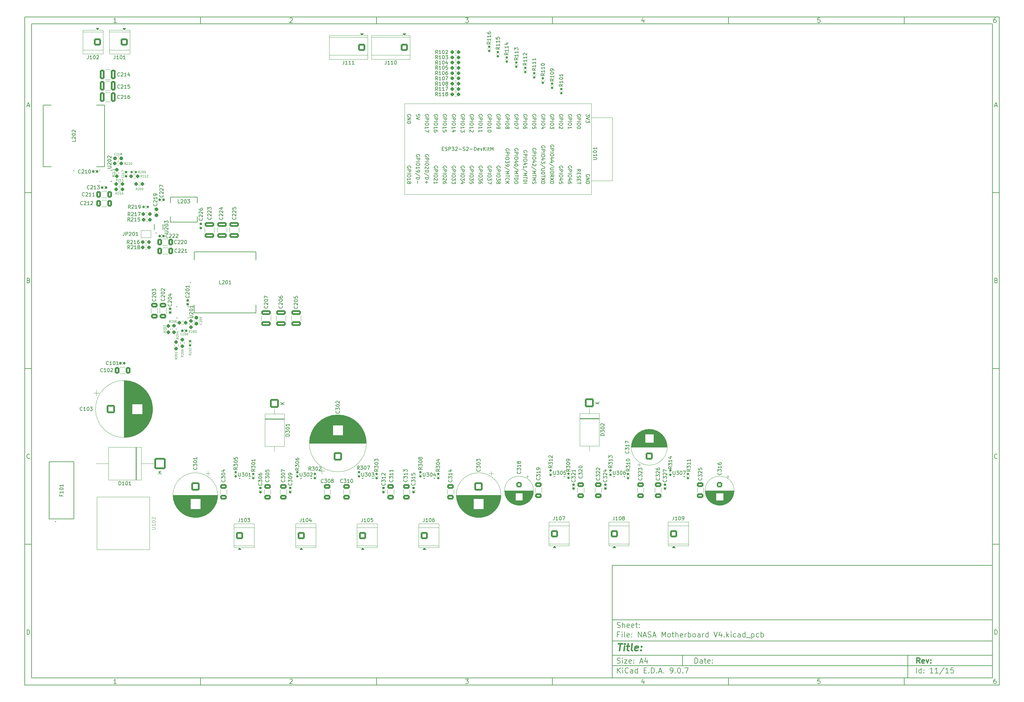
<source format=gbr>
%TF.GenerationSoftware,KiCad,Pcbnew,9.0.7*%
%TF.CreationDate,2026-02-04T11:21:36-05:00*%
%TF.ProjectId,NASA Motherboard V4,4e415341-204d-46f7-9468-6572626f6172,rev?*%
%TF.SameCoordinates,Original*%
%TF.FileFunction,Legend,Top*%
%TF.FilePolarity,Positive*%
%FSLAX46Y46*%
G04 Gerber Fmt 4.6, Leading zero omitted, Abs format (unit mm)*
G04 Created by KiCad (PCBNEW 9.0.7) date 2026-02-04 11:21:36*
%MOMM*%
%LPD*%
G01*
G04 APERTURE LIST*
G04 Aperture macros list*
%AMRoundRect*
0 Rectangle with rounded corners*
0 $1 Rounding radius*
0 $2 $3 $4 $5 $6 $7 $8 $9 X,Y pos of 4 corners*
0 Add a 4 corners polygon primitive as box body*
4,1,4,$2,$3,$4,$5,$6,$7,$8,$9,$2,$3,0*
0 Add four circle primitives for the rounded corners*
1,1,$1+$1,$2,$3*
1,1,$1+$1,$4,$5*
1,1,$1+$1,$6,$7*
1,1,$1+$1,$8,$9*
0 Add four rect primitives between the rounded corners*
20,1,$1+$1,$2,$3,$4,$5,0*
20,1,$1+$1,$4,$5,$6,$7,0*
20,1,$1+$1,$6,$7,$8,$9,0*
20,1,$1+$1,$8,$9,$2,$3,0*%
%AMFreePoly0*
4,1,27,0.160002,0.849998,0.160002,0.124998,0.210002,0.074999,0.670001,0.074999,0.720001,0.024999,0.720001,-0.125001,0.670001,-0.175001,0.160002,-0.175001,0.160002,-0.425000,0.670001,-0.425000,0.720001,-0.475000,0.720001,-0.625000,0.670001,-0.675000,0.160002,-0.675000,0.160002,-0.925002,0.670001,-0.925002,0.720001,-0.975002,0.720001,-1.125002,0.670001,-1.175002,0.160002,-1.175002,
0.160002,-1.200000,-0.189997,-1.200000,-0.239997,-1.150000,-0.239997,0.849998,-0.189997,0.899998,0.110002,0.899998,0.160002,0.849998,0.160002,0.849998,$1*%
G04 Aperture macros list end*
%ADD10C,0.100000*%
%ADD11C,0.150000*%
%ADD12C,0.300000*%
%ADD13C,0.400000*%
%ADD14C,0.075000*%
%ADD15C,0.120000*%
%ADD16C,0.152400*%
%ADD17C,0.000000*%
%ADD18RoundRect,0.250001X0.949999X-0.949999X0.949999X0.949999X-0.949999X0.949999X-0.949999X-0.949999X0*%
%ADD19C,2.400000*%
%ADD20RoundRect,0.250000X-0.650000X0.412500X-0.650000X-0.412500X0.650000X-0.412500X0.650000X0.412500X0*%
%ADD21RoundRect,0.237500X0.250000X0.237500X-0.250000X0.237500X-0.250000X-0.237500X0.250000X-0.237500X0*%
%ADD22RoundRect,0.160000X-0.160000X0.197500X-0.160000X-0.197500X0.160000X-0.197500X0.160000X0.197500X0*%
%ADD23RoundRect,0.250000X-1.050000X1.050000X-1.050000X-1.050000X1.050000X-1.050000X1.050000X1.050000X0*%
%ADD24C,2.600000*%
%ADD25R,1.000000X1.500000*%
%ADD26R,2.108200X2.108200*%
%ADD27C,2.108200*%
%ADD28RoundRect,0.250000X1.350000X1.350000X-1.350000X1.350000X-1.350000X-1.350000X1.350000X-1.350000X0*%
%ADD29C,3.200000*%
%ADD30RoundRect,0.250001X0.799999X0.799999X-0.799999X0.799999X-0.799999X-0.799999X0.799999X-0.799999X0*%
%ADD31C,2.100000*%
%ADD32RoundRect,0.250000X-0.550000X0.550000X-0.550000X-0.550000X0.550000X-0.550000X0.550000X0.550000X0*%
%ADD33C,1.600000*%
%ADD34RoundRect,0.250001X-0.799999X-0.799999X0.799999X-0.799999X0.799999X0.799999X-0.799999X0.799999X0*%
%ADD35RoundRect,0.250001X-0.949999X0.949999X-0.949999X-0.949999X0.949999X-0.949999X0.949999X0.949999X0*%
%ADD36RoundRect,0.250000X-0.412500X-0.650000X0.412500X-0.650000X0.412500X0.650000X-0.412500X0.650000X0*%
%ADD37RoundRect,0.160000X0.197500X0.160000X-0.197500X0.160000X-0.197500X-0.160000X0.197500X-0.160000X0*%
%ADD38RoundRect,0.155000X0.212500X0.155000X-0.212500X0.155000X-0.212500X-0.155000X0.212500X-0.155000X0*%
%ADD39RoundRect,0.155000X-0.155000X0.212500X-0.155000X-0.212500X0.155000X-0.212500X0.155000X0.212500X0*%
%ADD40RoundRect,0.250001X-0.949999X-0.949999X0.949999X-0.949999X0.949999X0.949999X-0.949999X0.949999X0*%
%ADD41RoundRect,0.155000X-0.212500X-0.155000X0.212500X-0.155000X0.212500X0.155000X-0.212500X0.155000X0*%
%ADD42RoundRect,0.237500X-0.237500X0.250000X-0.237500X-0.250000X0.237500X-0.250000X0.237500X0.250000X0*%
%ADD43RoundRect,0.237500X0.237500X-0.250000X0.237500X0.250000X-0.237500X0.250000X-0.237500X-0.250000X0*%
%ADD44RoundRect,0.250000X-1.100000X0.412500X-1.100000X-0.412500X1.100000X-0.412500X1.100000X0.412500X0*%
%ADD45R,0.599999X0.249999*%
%ADD46R,0.249999X0.599999*%
%ADD47RoundRect,0.237500X-0.250000X-0.237500X0.250000X-0.237500X0.250000X0.237500X-0.250000X0.237500X0*%
%ADD48RoundRect,0.250000X-0.412500X-1.100000X0.412500X-1.100000X0.412500X1.100000X-0.412500X1.100000X0*%
%ADD49R,1.200000X2.000000*%
%ADD50O,1.200000X2.000000*%
%ADD51R,2.508199X3.252000*%
%ADD52R,12.192000X3.412200*%
%ADD53RoundRect,0.237500X-0.300000X-0.237500X0.300000X-0.237500X0.300000X0.237500X-0.300000X0.237500X0*%
%ADD54RoundRect,0.250000X1.100000X-0.412500X1.100000X0.412500X-1.100000X0.412500X-1.100000X-0.412500X0*%
%ADD55R,0.229400X0.706399*%
%ADD56RoundRect,0.250000X0.750000X-0.750000X0.750000X0.750000X-0.750000X0.750000X-0.750000X-0.750000X0*%
%ADD57C,2.000000*%
%ADD58RoundRect,0.155000X0.155000X-0.212500X0.155000X0.212500X-0.155000X0.212500X-0.155000X-0.212500X0*%
%ADD59RoundRect,0.237500X0.237500X-0.300000X0.237500X0.300000X-0.237500X0.300000X-0.237500X-0.300000X0*%
%ADD60RoundRect,0.160000X0.160000X-0.197500X0.160000X0.197500X-0.160000X0.197500X-0.160000X-0.197500X0*%
%ADD61R,1.699999X0.249999*%
%ADD62FreePoly0,90.000000*%
%ADD63R,2.100001X0.399999*%
%ADD64R,0.249999X1.699999*%
%ADD65FreePoly0,180.000000*%
%ADD66R,0.399999X2.100001*%
%ADD67RoundRect,0.237500X-0.237500X0.300000X-0.237500X-0.300000X0.237500X-0.300000X0.237500X0.300000X0*%
%ADD68R,3.412200X12.192000*%
%ADD69C,6.000000*%
G04 APERTURE END LIST*
D10*
D11*
X177002200Y-166007200D02*
X285002200Y-166007200D01*
X285002200Y-198007200D01*
X177002200Y-198007200D01*
X177002200Y-166007200D01*
D10*
D11*
X10000000Y-10000000D02*
X287002200Y-10000000D01*
X287002200Y-200007200D01*
X10000000Y-200007200D01*
X10000000Y-10000000D01*
D10*
D11*
X12000000Y-12000000D02*
X285002200Y-12000000D01*
X285002200Y-198007200D01*
X12000000Y-198007200D01*
X12000000Y-12000000D01*
D10*
D11*
X60000000Y-12000000D02*
X60000000Y-10000000D01*
D10*
D11*
X110000000Y-12000000D02*
X110000000Y-10000000D01*
D10*
D11*
X160000000Y-12000000D02*
X160000000Y-10000000D01*
D10*
D11*
X210000000Y-12000000D02*
X210000000Y-10000000D01*
D10*
D11*
X260000000Y-12000000D02*
X260000000Y-10000000D01*
D10*
D11*
X36089160Y-11593604D02*
X35346303Y-11593604D01*
X35717731Y-11593604D02*
X35717731Y-10293604D01*
X35717731Y-10293604D02*
X35593922Y-10479319D01*
X35593922Y-10479319D02*
X35470112Y-10603128D01*
X35470112Y-10603128D02*
X35346303Y-10665033D01*
D10*
D11*
X85346303Y-10417414D02*
X85408207Y-10355509D01*
X85408207Y-10355509D02*
X85532017Y-10293604D01*
X85532017Y-10293604D02*
X85841541Y-10293604D01*
X85841541Y-10293604D02*
X85965350Y-10355509D01*
X85965350Y-10355509D02*
X86027255Y-10417414D01*
X86027255Y-10417414D02*
X86089160Y-10541223D01*
X86089160Y-10541223D02*
X86089160Y-10665033D01*
X86089160Y-10665033D02*
X86027255Y-10850747D01*
X86027255Y-10850747D02*
X85284398Y-11593604D01*
X85284398Y-11593604D02*
X86089160Y-11593604D01*
D10*
D11*
X135284398Y-10293604D02*
X136089160Y-10293604D01*
X136089160Y-10293604D02*
X135655826Y-10788842D01*
X135655826Y-10788842D02*
X135841541Y-10788842D01*
X135841541Y-10788842D02*
X135965350Y-10850747D01*
X135965350Y-10850747D02*
X136027255Y-10912652D01*
X136027255Y-10912652D02*
X136089160Y-11036461D01*
X136089160Y-11036461D02*
X136089160Y-11345985D01*
X136089160Y-11345985D02*
X136027255Y-11469795D01*
X136027255Y-11469795D02*
X135965350Y-11531700D01*
X135965350Y-11531700D02*
X135841541Y-11593604D01*
X135841541Y-11593604D02*
X135470112Y-11593604D01*
X135470112Y-11593604D02*
X135346303Y-11531700D01*
X135346303Y-11531700D02*
X135284398Y-11469795D01*
D10*
D11*
X185965350Y-10726938D02*
X185965350Y-11593604D01*
X185655826Y-10231700D02*
X185346303Y-11160271D01*
X185346303Y-11160271D02*
X186151064Y-11160271D01*
D10*
D11*
X236027255Y-10293604D02*
X235408207Y-10293604D01*
X235408207Y-10293604D02*
X235346303Y-10912652D01*
X235346303Y-10912652D02*
X235408207Y-10850747D01*
X235408207Y-10850747D02*
X235532017Y-10788842D01*
X235532017Y-10788842D02*
X235841541Y-10788842D01*
X235841541Y-10788842D02*
X235965350Y-10850747D01*
X235965350Y-10850747D02*
X236027255Y-10912652D01*
X236027255Y-10912652D02*
X236089160Y-11036461D01*
X236089160Y-11036461D02*
X236089160Y-11345985D01*
X236089160Y-11345985D02*
X236027255Y-11469795D01*
X236027255Y-11469795D02*
X235965350Y-11531700D01*
X235965350Y-11531700D02*
X235841541Y-11593604D01*
X235841541Y-11593604D02*
X235532017Y-11593604D01*
X235532017Y-11593604D02*
X235408207Y-11531700D01*
X235408207Y-11531700D02*
X235346303Y-11469795D01*
D10*
D11*
X285965350Y-10293604D02*
X285717731Y-10293604D01*
X285717731Y-10293604D02*
X285593922Y-10355509D01*
X285593922Y-10355509D02*
X285532017Y-10417414D01*
X285532017Y-10417414D02*
X285408207Y-10603128D01*
X285408207Y-10603128D02*
X285346303Y-10850747D01*
X285346303Y-10850747D02*
X285346303Y-11345985D01*
X285346303Y-11345985D02*
X285408207Y-11469795D01*
X285408207Y-11469795D02*
X285470112Y-11531700D01*
X285470112Y-11531700D02*
X285593922Y-11593604D01*
X285593922Y-11593604D02*
X285841541Y-11593604D01*
X285841541Y-11593604D02*
X285965350Y-11531700D01*
X285965350Y-11531700D02*
X286027255Y-11469795D01*
X286027255Y-11469795D02*
X286089160Y-11345985D01*
X286089160Y-11345985D02*
X286089160Y-11036461D01*
X286089160Y-11036461D02*
X286027255Y-10912652D01*
X286027255Y-10912652D02*
X285965350Y-10850747D01*
X285965350Y-10850747D02*
X285841541Y-10788842D01*
X285841541Y-10788842D02*
X285593922Y-10788842D01*
X285593922Y-10788842D02*
X285470112Y-10850747D01*
X285470112Y-10850747D02*
X285408207Y-10912652D01*
X285408207Y-10912652D02*
X285346303Y-11036461D01*
D10*
D11*
X60000000Y-198007200D02*
X60000000Y-200007200D01*
D10*
D11*
X110000000Y-198007200D02*
X110000000Y-200007200D01*
D10*
D11*
X160000000Y-198007200D02*
X160000000Y-200007200D01*
D10*
D11*
X210000000Y-198007200D02*
X210000000Y-200007200D01*
D10*
D11*
X260000000Y-198007200D02*
X260000000Y-200007200D01*
D10*
D11*
X36089160Y-199600804D02*
X35346303Y-199600804D01*
X35717731Y-199600804D02*
X35717731Y-198300804D01*
X35717731Y-198300804D02*
X35593922Y-198486519D01*
X35593922Y-198486519D02*
X35470112Y-198610328D01*
X35470112Y-198610328D02*
X35346303Y-198672233D01*
D10*
D11*
X85346303Y-198424614D02*
X85408207Y-198362709D01*
X85408207Y-198362709D02*
X85532017Y-198300804D01*
X85532017Y-198300804D02*
X85841541Y-198300804D01*
X85841541Y-198300804D02*
X85965350Y-198362709D01*
X85965350Y-198362709D02*
X86027255Y-198424614D01*
X86027255Y-198424614D02*
X86089160Y-198548423D01*
X86089160Y-198548423D02*
X86089160Y-198672233D01*
X86089160Y-198672233D02*
X86027255Y-198857947D01*
X86027255Y-198857947D02*
X85284398Y-199600804D01*
X85284398Y-199600804D02*
X86089160Y-199600804D01*
D10*
D11*
X135284398Y-198300804D02*
X136089160Y-198300804D01*
X136089160Y-198300804D02*
X135655826Y-198796042D01*
X135655826Y-198796042D02*
X135841541Y-198796042D01*
X135841541Y-198796042D02*
X135965350Y-198857947D01*
X135965350Y-198857947D02*
X136027255Y-198919852D01*
X136027255Y-198919852D02*
X136089160Y-199043661D01*
X136089160Y-199043661D02*
X136089160Y-199353185D01*
X136089160Y-199353185D02*
X136027255Y-199476995D01*
X136027255Y-199476995D02*
X135965350Y-199538900D01*
X135965350Y-199538900D02*
X135841541Y-199600804D01*
X135841541Y-199600804D02*
X135470112Y-199600804D01*
X135470112Y-199600804D02*
X135346303Y-199538900D01*
X135346303Y-199538900D02*
X135284398Y-199476995D01*
D10*
D11*
X185965350Y-198734138D02*
X185965350Y-199600804D01*
X185655826Y-198238900D02*
X185346303Y-199167471D01*
X185346303Y-199167471D02*
X186151064Y-199167471D01*
D10*
D11*
X236027255Y-198300804D02*
X235408207Y-198300804D01*
X235408207Y-198300804D02*
X235346303Y-198919852D01*
X235346303Y-198919852D02*
X235408207Y-198857947D01*
X235408207Y-198857947D02*
X235532017Y-198796042D01*
X235532017Y-198796042D02*
X235841541Y-198796042D01*
X235841541Y-198796042D02*
X235965350Y-198857947D01*
X235965350Y-198857947D02*
X236027255Y-198919852D01*
X236027255Y-198919852D02*
X236089160Y-199043661D01*
X236089160Y-199043661D02*
X236089160Y-199353185D01*
X236089160Y-199353185D02*
X236027255Y-199476995D01*
X236027255Y-199476995D02*
X235965350Y-199538900D01*
X235965350Y-199538900D02*
X235841541Y-199600804D01*
X235841541Y-199600804D02*
X235532017Y-199600804D01*
X235532017Y-199600804D02*
X235408207Y-199538900D01*
X235408207Y-199538900D02*
X235346303Y-199476995D01*
D10*
D11*
X285965350Y-198300804D02*
X285717731Y-198300804D01*
X285717731Y-198300804D02*
X285593922Y-198362709D01*
X285593922Y-198362709D02*
X285532017Y-198424614D01*
X285532017Y-198424614D02*
X285408207Y-198610328D01*
X285408207Y-198610328D02*
X285346303Y-198857947D01*
X285346303Y-198857947D02*
X285346303Y-199353185D01*
X285346303Y-199353185D02*
X285408207Y-199476995D01*
X285408207Y-199476995D02*
X285470112Y-199538900D01*
X285470112Y-199538900D02*
X285593922Y-199600804D01*
X285593922Y-199600804D02*
X285841541Y-199600804D01*
X285841541Y-199600804D02*
X285965350Y-199538900D01*
X285965350Y-199538900D02*
X286027255Y-199476995D01*
X286027255Y-199476995D02*
X286089160Y-199353185D01*
X286089160Y-199353185D02*
X286089160Y-199043661D01*
X286089160Y-199043661D02*
X286027255Y-198919852D01*
X286027255Y-198919852D02*
X285965350Y-198857947D01*
X285965350Y-198857947D02*
X285841541Y-198796042D01*
X285841541Y-198796042D02*
X285593922Y-198796042D01*
X285593922Y-198796042D02*
X285470112Y-198857947D01*
X285470112Y-198857947D02*
X285408207Y-198919852D01*
X285408207Y-198919852D02*
X285346303Y-199043661D01*
D10*
D11*
X10000000Y-60000000D02*
X12000000Y-60000000D01*
D10*
D11*
X10000000Y-110000000D02*
X12000000Y-110000000D01*
D10*
D11*
X10000000Y-160000000D02*
X12000000Y-160000000D01*
D10*
D11*
X10690476Y-35222176D02*
X11309523Y-35222176D01*
X10566666Y-35593604D02*
X10999999Y-34293604D01*
X10999999Y-34293604D02*
X11433333Y-35593604D01*
D10*
D11*
X11092857Y-84912652D02*
X11278571Y-84974557D01*
X11278571Y-84974557D02*
X11340476Y-85036461D01*
X11340476Y-85036461D02*
X11402380Y-85160271D01*
X11402380Y-85160271D02*
X11402380Y-85345985D01*
X11402380Y-85345985D02*
X11340476Y-85469795D01*
X11340476Y-85469795D02*
X11278571Y-85531700D01*
X11278571Y-85531700D02*
X11154761Y-85593604D01*
X11154761Y-85593604D02*
X10659523Y-85593604D01*
X10659523Y-85593604D02*
X10659523Y-84293604D01*
X10659523Y-84293604D02*
X11092857Y-84293604D01*
X11092857Y-84293604D02*
X11216666Y-84355509D01*
X11216666Y-84355509D02*
X11278571Y-84417414D01*
X11278571Y-84417414D02*
X11340476Y-84541223D01*
X11340476Y-84541223D02*
X11340476Y-84665033D01*
X11340476Y-84665033D02*
X11278571Y-84788842D01*
X11278571Y-84788842D02*
X11216666Y-84850747D01*
X11216666Y-84850747D02*
X11092857Y-84912652D01*
X11092857Y-84912652D02*
X10659523Y-84912652D01*
D10*
D11*
X11402380Y-135469795D02*
X11340476Y-135531700D01*
X11340476Y-135531700D02*
X11154761Y-135593604D01*
X11154761Y-135593604D02*
X11030952Y-135593604D01*
X11030952Y-135593604D02*
X10845238Y-135531700D01*
X10845238Y-135531700D02*
X10721428Y-135407890D01*
X10721428Y-135407890D02*
X10659523Y-135284080D01*
X10659523Y-135284080D02*
X10597619Y-135036461D01*
X10597619Y-135036461D02*
X10597619Y-134850747D01*
X10597619Y-134850747D02*
X10659523Y-134603128D01*
X10659523Y-134603128D02*
X10721428Y-134479319D01*
X10721428Y-134479319D02*
X10845238Y-134355509D01*
X10845238Y-134355509D02*
X11030952Y-134293604D01*
X11030952Y-134293604D02*
X11154761Y-134293604D01*
X11154761Y-134293604D02*
X11340476Y-134355509D01*
X11340476Y-134355509D02*
X11402380Y-134417414D01*
D10*
D11*
X10659523Y-185593604D02*
X10659523Y-184293604D01*
X10659523Y-184293604D02*
X10969047Y-184293604D01*
X10969047Y-184293604D02*
X11154761Y-184355509D01*
X11154761Y-184355509D02*
X11278571Y-184479319D01*
X11278571Y-184479319D02*
X11340476Y-184603128D01*
X11340476Y-184603128D02*
X11402380Y-184850747D01*
X11402380Y-184850747D02*
X11402380Y-185036461D01*
X11402380Y-185036461D02*
X11340476Y-185284080D01*
X11340476Y-185284080D02*
X11278571Y-185407890D01*
X11278571Y-185407890D02*
X11154761Y-185531700D01*
X11154761Y-185531700D02*
X10969047Y-185593604D01*
X10969047Y-185593604D02*
X10659523Y-185593604D01*
D10*
D11*
X287002200Y-60000000D02*
X285002200Y-60000000D01*
D10*
D11*
X287002200Y-110000000D02*
X285002200Y-110000000D01*
D10*
D11*
X287002200Y-160000000D02*
X285002200Y-160000000D01*
D10*
D11*
X285692676Y-35222176D02*
X286311723Y-35222176D01*
X285568866Y-35593604D02*
X286002199Y-34293604D01*
X286002199Y-34293604D02*
X286435533Y-35593604D01*
D10*
D11*
X286095057Y-84912652D02*
X286280771Y-84974557D01*
X286280771Y-84974557D02*
X286342676Y-85036461D01*
X286342676Y-85036461D02*
X286404580Y-85160271D01*
X286404580Y-85160271D02*
X286404580Y-85345985D01*
X286404580Y-85345985D02*
X286342676Y-85469795D01*
X286342676Y-85469795D02*
X286280771Y-85531700D01*
X286280771Y-85531700D02*
X286156961Y-85593604D01*
X286156961Y-85593604D02*
X285661723Y-85593604D01*
X285661723Y-85593604D02*
X285661723Y-84293604D01*
X285661723Y-84293604D02*
X286095057Y-84293604D01*
X286095057Y-84293604D02*
X286218866Y-84355509D01*
X286218866Y-84355509D02*
X286280771Y-84417414D01*
X286280771Y-84417414D02*
X286342676Y-84541223D01*
X286342676Y-84541223D02*
X286342676Y-84665033D01*
X286342676Y-84665033D02*
X286280771Y-84788842D01*
X286280771Y-84788842D02*
X286218866Y-84850747D01*
X286218866Y-84850747D02*
X286095057Y-84912652D01*
X286095057Y-84912652D02*
X285661723Y-84912652D01*
D10*
D11*
X286404580Y-135469795D02*
X286342676Y-135531700D01*
X286342676Y-135531700D02*
X286156961Y-135593604D01*
X286156961Y-135593604D02*
X286033152Y-135593604D01*
X286033152Y-135593604D02*
X285847438Y-135531700D01*
X285847438Y-135531700D02*
X285723628Y-135407890D01*
X285723628Y-135407890D02*
X285661723Y-135284080D01*
X285661723Y-135284080D02*
X285599819Y-135036461D01*
X285599819Y-135036461D02*
X285599819Y-134850747D01*
X285599819Y-134850747D02*
X285661723Y-134603128D01*
X285661723Y-134603128D02*
X285723628Y-134479319D01*
X285723628Y-134479319D02*
X285847438Y-134355509D01*
X285847438Y-134355509D02*
X286033152Y-134293604D01*
X286033152Y-134293604D02*
X286156961Y-134293604D01*
X286156961Y-134293604D02*
X286342676Y-134355509D01*
X286342676Y-134355509D02*
X286404580Y-134417414D01*
D10*
D11*
X285661723Y-185593604D02*
X285661723Y-184293604D01*
X285661723Y-184293604D02*
X285971247Y-184293604D01*
X285971247Y-184293604D02*
X286156961Y-184355509D01*
X286156961Y-184355509D02*
X286280771Y-184479319D01*
X286280771Y-184479319D02*
X286342676Y-184603128D01*
X286342676Y-184603128D02*
X286404580Y-184850747D01*
X286404580Y-184850747D02*
X286404580Y-185036461D01*
X286404580Y-185036461D02*
X286342676Y-185284080D01*
X286342676Y-185284080D02*
X286280771Y-185407890D01*
X286280771Y-185407890D02*
X286156961Y-185531700D01*
X286156961Y-185531700D02*
X285971247Y-185593604D01*
X285971247Y-185593604D02*
X285661723Y-185593604D01*
D10*
D11*
X200458026Y-193793328D02*
X200458026Y-192293328D01*
X200458026Y-192293328D02*
X200815169Y-192293328D01*
X200815169Y-192293328D02*
X201029455Y-192364757D01*
X201029455Y-192364757D02*
X201172312Y-192507614D01*
X201172312Y-192507614D02*
X201243741Y-192650471D01*
X201243741Y-192650471D02*
X201315169Y-192936185D01*
X201315169Y-192936185D02*
X201315169Y-193150471D01*
X201315169Y-193150471D02*
X201243741Y-193436185D01*
X201243741Y-193436185D02*
X201172312Y-193579042D01*
X201172312Y-193579042D02*
X201029455Y-193721900D01*
X201029455Y-193721900D02*
X200815169Y-193793328D01*
X200815169Y-193793328D02*
X200458026Y-193793328D01*
X202600884Y-193793328D02*
X202600884Y-193007614D01*
X202600884Y-193007614D02*
X202529455Y-192864757D01*
X202529455Y-192864757D02*
X202386598Y-192793328D01*
X202386598Y-192793328D02*
X202100884Y-192793328D01*
X202100884Y-192793328D02*
X201958026Y-192864757D01*
X202600884Y-193721900D02*
X202458026Y-193793328D01*
X202458026Y-193793328D02*
X202100884Y-193793328D01*
X202100884Y-193793328D02*
X201958026Y-193721900D01*
X201958026Y-193721900D02*
X201886598Y-193579042D01*
X201886598Y-193579042D02*
X201886598Y-193436185D01*
X201886598Y-193436185D02*
X201958026Y-193293328D01*
X201958026Y-193293328D02*
X202100884Y-193221900D01*
X202100884Y-193221900D02*
X202458026Y-193221900D01*
X202458026Y-193221900D02*
X202600884Y-193150471D01*
X203100884Y-192793328D02*
X203672312Y-192793328D01*
X203315169Y-192293328D02*
X203315169Y-193579042D01*
X203315169Y-193579042D02*
X203386598Y-193721900D01*
X203386598Y-193721900D02*
X203529455Y-193793328D01*
X203529455Y-193793328D02*
X203672312Y-193793328D01*
X204743741Y-193721900D02*
X204600884Y-193793328D01*
X204600884Y-193793328D02*
X204315170Y-193793328D01*
X204315170Y-193793328D02*
X204172312Y-193721900D01*
X204172312Y-193721900D02*
X204100884Y-193579042D01*
X204100884Y-193579042D02*
X204100884Y-193007614D01*
X204100884Y-193007614D02*
X204172312Y-192864757D01*
X204172312Y-192864757D02*
X204315170Y-192793328D01*
X204315170Y-192793328D02*
X204600884Y-192793328D01*
X204600884Y-192793328D02*
X204743741Y-192864757D01*
X204743741Y-192864757D02*
X204815170Y-193007614D01*
X204815170Y-193007614D02*
X204815170Y-193150471D01*
X204815170Y-193150471D02*
X204100884Y-193293328D01*
X205458026Y-193650471D02*
X205529455Y-193721900D01*
X205529455Y-193721900D02*
X205458026Y-193793328D01*
X205458026Y-193793328D02*
X205386598Y-193721900D01*
X205386598Y-193721900D02*
X205458026Y-193650471D01*
X205458026Y-193650471D02*
X205458026Y-193793328D01*
X205458026Y-192864757D02*
X205529455Y-192936185D01*
X205529455Y-192936185D02*
X205458026Y-193007614D01*
X205458026Y-193007614D02*
X205386598Y-192936185D01*
X205386598Y-192936185D02*
X205458026Y-192864757D01*
X205458026Y-192864757D02*
X205458026Y-193007614D01*
D10*
D11*
X177002200Y-194507200D02*
X285002200Y-194507200D01*
D10*
D11*
X178458026Y-196593328D02*
X178458026Y-195093328D01*
X179315169Y-196593328D02*
X178672312Y-195736185D01*
X179315169Y-195093328D02*
X178458026Y-195950471D01*
X179958026Y-196593328D02*
X179958026Y-195593328D01*
X179958026Y-195093328D02*
X179886598Y-195164757D01*
X179886598Y-195164757D02*
X179958026Y-195236185D01*
X179958026Y-195236185D02*
X180029455Y-195164757D01*
X180029455Y-195164757D02*
X179958026Y-195093328D01*
X179958026Y-195093328D02*
X179958026Y-195236185D01*
X181529455Y-196450471D02*
X181458027Y-196521900D01*
X181458027Y-196521900D02*
X181243741Y-196593328D01*
X181243741Y-196593328D02*
X181100884Y-196593328D01*
X181100884Y-196593328D02*
X180886598Y-196521900D01*
X180886598Y-196521900D02*
X180743741Y-196379042D01*
X180743741Y-196379042D02*
X180672312Y-196236185D01*
X180672312Y-196236185D02*
X180600884Y-195950471D01*
X180600884Y-195950471D02*
X180600884Y-195736185D01*
X180600884Y-195736185D02*
X180672312Y-195450471D01*
X180672312Y-195450471D02*
X180743741Y-195307614D01*
X180743741Y-195307614D02*
X180886598Y-195164757D01*
X180886598Y-195164757D02*
X181100884Y-195093328D01*
X181100884Y-195093328D02*
X181243741Y-195093328D01*
X181243741Y-195093328D02*
X181458027Y-195164757D01*
X181458027Y-195164757D02*
X181529455Y-195236185D01*
X182815170Y-196593328D02*
X182815170Y-195807614D01*
X182815170Y-195807614D02*
X182743741Y-195664757D01*
X182743741Y-195664757D02*
X182600884Y-195593328D01*
X182600884Y-195593328D02*
X182315170Y-195593328D01*
X182315170Y-195593328D02*
X182172312Y-195664757D01*
X182815170Y-196521900D02*
X182672312Y-196593328D01*
X182672312Y-196593328D02*
X182315170Y-196593328D01*
X182315170Y-196593328D02*
X182172312Y-196521900D01*
X182172312Y-196521900D02*
X182100884Y-196379042D01*
X182100884Y-196379042D02*
X182100884Y-196236185D01*
X182100884Y-196236185D02*
X182172312Y-196093328D01*
X182172312Y-196093328D02*
X182315170Y-196021900D01*
X182315170Y-196021900D02*
X182672312Y-196021900D01*
X182672312Y-196021900D02*
X182815170Y-195950471D01*
X184172313Y-196593328D02*
X184172313Y-195093328D01*
X184172313Y-196521900D02*
X184029455Y-196593328D01*
X184029455Y-196593328D02*
X183743741Y-196593328D01*
X183743741Y-196593328D02*
X183600884Y-196521900D01*
X183600884Y-196521900D02*
X183529455Y-196450471D01*
X183529455Y-196450471D02*
X183458027Y-196307614D01*
X183458027Y-196307614D02*
X183458027Y-195879042D01*
X183458027Y-195879042D02*
X183529455Y-195736185D01*
X183529455Y-195736185D02*
X183600884Y-195664757D01*
X183600884Y-195664757D02*
X183743741Y-195593328D01*
X183743741Y-195593328D02*
X184029455Y-195593328D01*
X184029455Y-195593328D02*
X184172313Y-195664757D01*
X186029455Y-195807614D02*
X186529455Y-195807614D01*
X186743741Y-196593328D02*
X186029455Y-196593328D01*
X186029455Y-196593328D02*
X186029455Y-195093328D01*
X186029455Y-195093328D02*
X186743741Y-195093328D01*
X187386598Y-196450471D02*
X187458027Y-196521900D01*
X187458027Y-196521900D02*
X187386598Y-196593328D01*
X187386598Y-196593328D02*
X187315170Y-196521900D01*
X187315170Y-196521900D02*
X187386598Y-196450471D01*
X187386598Y-196450471D02*
X187386598Y-196593328D01*
X188100884Y-196593328D02*
X188100884Y-195093328D01*
X188100884Y-195093328D02*
X188458027Y-195093328D01*
X188458027Y-195093328D02*
X188672313Y-195164757D01*
X188672313Y-195164757D02*
X188815170Y-195307614D01*
X188815170Y-195307614D02*
X188886599Y-195450471D01*
X188886599Y-195450471D02*
X188958027Y-195736185D01*
X188958027Y-195736185D02*
X188958027Y-195950471D01*
X188958027Y-195950471D02*
X188886599Y-196236185D01*
X188886599Y-196236185D02*
X188815170Y-196379042D01*
X188815170Y-196379042D02*
X188672313Y-196521900D01*
X188672313Y-196521900D02*
X188458027Y-196593328D01*
X188458027Y-196593328D02*
X188100884Y-196593328D01*
X189600884Y-196450471D02*
X189672313Y-196521900D01*
X189672313Y-196521900D02*
X189600884Y-196593328D01*
X189600884Y-196593328D02*
X189529456Y-196521900D01*
X189529456Y-196521900D02*
X189600884Y-196450471D01*
X189600884Y-196450471D02*
X189600884Y-196593328D01*
X190243742Y-196164757D02*
X190958028Y-196164757D01*
X190100885Y-196593328D02*
X190600885Y-195093328D01*
X190600885Y-195093328D02*
X191100885Y-196593328D01*
X191600884Y-196450471D02*
X191672313Y-196521900D01*
X191672313Y-196521900D02*
X191600884Y-196593328D01*
X191600884Y-196593328D02*
X191529456Y-196521900D01*
X191529456Y-196521900D02*
X191600884Y-196450471D01*
X191600884Y-196450471D02*
X191600884Y-196593328D01*
X193529456Y-196593328D02*
X193815170Y-196593328D01*
X193815170Y-196593328D02*
X193958027Y-196521900D01*
X193958027Y-196521900D02*
X194029456Y-196450471D01*
X194029456Y-196450471D02*
X194172313Y-196236185D01*
X194172313Y-196236185D02*
X194243742Y-195950471D01*
X194243742Y-195950471D02*
X194243742Y-195379042D01*
X194243742Y-195379042D02*
X194172313Y-195236185D01*
X194172313Y-195236185D02*
X194100885Y-195164757D01*
X194100885Y-195164757D02*
X193958027Y-195093328D01*
X193958027Y-195093328D02*
X193672313Y-195093328D01*
X193672313Y-195093328D02*
X193529456Y-195164757D01*
X193529456Y-195164757D02*
X193458027Y-195236185D01*
X193458027Y-195236185D02*
X193386599Y-195379042D01*
X193386599Y-195379042D02*
X193386599Y-195736185D01*
X193386599Y-195736185D02*
X193458027Y-195879042D01*
X193458027Y-195879042D02*
X193529456Y-195950471D01*
X193529456Y-195950471D02*
X193672313Y-196021900D01*
X193672313Y-196021900D02*
X193958027Y-196021900D01*
X193958027Y-196021900D02*
X194100885Y-195950471D01*
X194100885Y-195950471D02*
X194172313Y-195879042D01*
X194172313Y-195879042D02*
X194243742Y-195736185D01*
X194886598Y-196450471D02*
X194958027Y-196521900D01*
X194958027Y-196521900D02*
X194886598Y-196593328D01*
X194886598Y-196593328D02*
X194815170Y-196521900D01*
X194815170Y-196521900D02*
X194886598Y-196450471D01*
X194886598Y-196450471D02*
X194886598Y-196593328D01*
X195886599Y-195093328D02*
X196029456Y-195093328D01*
X196029456Y-195093328D02*
X196172313Y-195164757D01*
X196172313Y-195164757D02*
X196243742Y-195236185D01*
X196243742Y-195236185D02*
X196315170Y-195379042D01*
X196315170Y-195379042D02*
X196386599Y-195664757D01*
X196386599Y-195664757D02*
X196386599Y-196021900D01*
X196386599Y-196021900D02*
X196315170Y-196307614D01*
X196315170Y-196307614D02*
X196243742Y-196450471D01*
X196243742Y-196450471D02*
X196172313Y-196521900D01*
X196172313Y-196521900D02*
X196029456Y-196593328D01*
X196029456Y-196593328D02*
X195886599Y-196593328D01*
X195886599Y-196593328D02*
X195743742Y-196521900D01*
X195743742Y-196521900D02*
X195672313Y-196450471D01*
X195672313Y-196450471D02*
X195600884Y-196307614D01*
X195600884Y-196307614D02*
X195529456Y-196021900D01*
X195529456Y-196021900D02*
X195529456Y-195664757D01*
X195529456Y-195664757D02*
X195600884Y-195379042D01*
X195600884Y-195379042D02*
X195672313Y-195236185D01*
X195672313Y-195236185D02*
X195743742Y-195164757D01*
X195743742Y-195164757D02*
X195886599Y-195093328D01*
X197029455Y-196450471D02*
X197100884Y-196521900D01*
X197100884Y-196521900D02*
X197029455Y-196593328D01*
X197029455Y-196593328D02*
X196958027Y-196521900D01*
X196958027Y-196521900D02*
X197029455Y-196450471D01*
X197029455Y-196450471D02*
X197029455Y-196593328D01*
X197600884Y-195093328D02*
X198600884Y-195093328D01*
X198600884Y-195093328D02*
X197958027Y-196593328D01*
D10*
D11*
X177002200Y-191507200D02*
X285002200Y-191507200D01*
D10*
D12*
X264413853Y-193785528D02*
X263913853Y-193071242D01*
X263556710Y-193785528D02*
X263556710Y-192285528D01*
X263556710Y-192285528D02*
X264128139Y-192285528D01*
X264128139Y-192285528D02*
X264270996Y-192356957D01*
X264270996Y-192356957D02*
X264342425Y-192428385D01*
X264342425Y-192428385D02*
X264413853Y-192571242D01*
X264413853Y-192571242D02*
X264413853Y-192785528D01*
X264413853Y-192785528D02*
X264342425Y-192928385D01*
X264342425Y-192928385D02*
X264270996Y-192999814D01*
X264270996Y-192999814D02*
X264128139Y-193071242D01*
X264128139Y-193071242D02*
X263556710Y-193071242D01*
X265628139Y-193714100D02*
X265485282Y-193785528D01*
X265485282Y-193785528D02*
X265199568Y-193785528D01*
X265199568Y-193785528D02*
X265056710Y-193714100D01*
X265056710Y-193714100D02*
X264985282Y-193571242D01*
X264985282Y-193571242D02*
X264985282Y-192999814D01*
X264985282Y-192999814D02*
X265056710Y-192856957D01*
X265056710Y-192856957D02*
X265199568Y-192785528D01*
X265199568Y-192785528D02*
X265485282Y-192785528D01*
X265485282Y-192785528D02*
X265628139Y-192856957D01*
X265628139Y-192856957D02*
X265699568Y-192999814D01*
X265699568Y-192999814D02*
X265699568Y-193142671D01*
X265699568Y-193142671D02*
X264985282Y-193285528D01*
X266199567Y-192785528D02*
X266556710Y-193785528D01*
X266556710Y-193785528D02*
X266913853Y-192785528D01*
X267485281Y-193642671D02*
X267556710Y-193714100D01*
X267556710Y-193714100D02*
X267485281Y-193785528D01*
X267485281Y-193785528D02*
X267413853Y-193714100D01*
X267413853Y-193714100D02*
X267485281Y-193642671D01*
X267485281Y-193642671D02*
X267485281Y-193785528D01*
X267485281Y-192856957D02*
X267556710Y-192928385D01*
X267556710Y-192928385D02*
X267485281Y-192999814D01*
X267485281Y-192999814D02*
X267413853Y-192928385D01*
X267413853Y-192928385D02*
X267485281Y-192856957D01*
X267485281Y-192856957D02*
X267485281Y-192999814D01*
D10*
D11*
X178386598Y-193721900D02*
X178600884Y-193793328D01*
X178600884Y-193793328D02*
X178958026Y-193793328D01*
X178958026Y-193793328D02*
X179100884Y-193721900D01*
X179100884Y-193721900D02*
X179172312Y-193650471D01*
X179172312Y-193650471D02*
X179243741Y-193507614D01*
X179243741Y-193507614D02*
X179243741Y-193364757D01*
X179243741Y-193364757D02*
X179172312Y-193221900D01*
X179172312Y-193221900D02*
X179100884Y-193150471D01*
X179100884Y-193150471D02*
X178958026Y-193079042D01*
X178958026Y-193079042D02*
X178672312Y-193007614D01*
X178672312Y-193007614D02*
X178529455Y-192936185D01*
X178529455Y-192936185D02*
X178458026Y-192864757D01*
X178458026Y-192864757D02*
X178386598Y-192721900D01*
X178386598Y-192721900D02*
X178386598Y-192579042D01*
X178386598Y-192579042D02*
X178458026Y-192436185D01*
X178458026Y-192436185D02*
X178529455Y-192364757D01*
X178529455Y-192364757D02*
X178672312Y-192293328D01*
X178672312Y-192293328D02*
X179029455Y-192293328D01*
X179029455Y-192293328D02*
X179243741Y-192364757D01*
X179886597Y-193793328D02*
X179886597Y-192793328D01*
X179886597Y-192293328D02*
X179815169Y-192364757D01*
X179815169Y-192364757D02*
X179886597Y-192436185D01*
X179886597Y-192436185D02*
X179958026Y-192364757D01*
X179958026Y-192364757D02*
X179886597Y-192293328D01*
X179886597Y-192293328D02*
X179886597Y-192436185D01*
X180458026Y-192793328D02*
X181243741Y-192793328D01*
X181243741Y-192793328D02*
X180458026Y-193793328D01*
X180458026Y-193793328D02*
X181243741Y-193793328D01*
X182386598Y-193721900D02*
X182243741Y-193793328D01*
X182243741Y-193793328D02*
X181958027Y-193793328D01*
X181958027Y-193793328D02*
X181815169Y-193721900D01*
X181815169Y-193721900D02*
X181743741Y-193579042D01*
X181743741Y-193579042D02*
X181743741Y-193007614D01*
X181743741Y-193007614D02*
X181815169Y-192864757D01*
X181815169Y-192864757D02*
X181958027Y-192793328D01*
X181958027Y-192793328D02*
X182243741Y-192793328D01*
X182243741Y-192793328D02*
X182386598Y-192864757D01*
X182386598Y-192864757D02*
X182458027Y-193007614D01*
X182458027Y-193007614D02*
X182458027Y-193150471D01*
X182458027Y-193150471D02*
X181743741Y-193293328D01*
X183100883Y-193650471D02*
X183172312Y-193721900D01*
X183172312Y-193721900D02*
X183100883Y-193793328D01*
X183100883Y-193793328D02*
X183029455Y-193721900D01*
X183029455Y-193721900D02*
X183100883Y-193650471D01*
X183100883Y-193650471D02*
X183100883Y-193793328D01*
X183100883Y-192864757D02*
X183172312Y-192936185D01*
X183172312Y-192936185D02*
X183100883Y-193007614D01*
X183100883Y-193007614D02*
X183029455Y-192936185D01*
X183029455Y-192936185D02*
X183100883Y-192864757D01*
X183100883Y-192864757D02*
X183100883Y-193007614D01*
X184886598Y-193364757D02*
X185600884Y-193364757D01*
X184743741Y-193793328D02*
X185243741Y-192293328D01*
X185243741Y-192293328D02*
X185743741Y-193793328D01*
X186886598Y-192793328D02*
X186886598Y-193793328D01*
X186529455Y-192221900D02*
X186172312Y-193293328D01*
X186172312Y-193293328D02*
X187100883Y-193293328D01*
D10*
D11*
X263458026Y-196593328D02*
X263458026Y-195093328D01*
X264815170Y-196593328D02*
X264815170Y-195093328D01*
X264815170Y-196521900D02*
X264672312Y-196593328D01*
X264672312Y-196593328D02*
X264386598Y-196593328D01*
X264386598Y-196593328D02*
X264243741Y-196521900D01*
X264243741Y-196521900D02*
X264172312Y-196450471D01*
X264172312Y-196450471D02*
X264100884Y-196307614D01*
X264100884Y-196307614D02*
X264100884Y-195879042D01*
X264100884Y-195879042D02*
X264172312Y-195736185D01*
X264172312Y-195736185D02*
X264243741Y-195664757D01*
X264243741Y-195664757D02*
X264386598Y-195593328D01*
X264386598Y-195593328D02*
X264672312Y-195593328D01*
X264672312Y-195593328D02*
X264815170Y-195664757D01*
X265529455Y-196450471D02*
X265600884Y-196521900D01*
X265600884Y-196521900D02*
X265529455Y-196593328D01*
X265529455Y-196593328D02*
X265458027Y-196521900D01*
X265458027Y-196521900D02*
X265529455Y-196450471D01*
X265529455Y-196450471D02*
X265529455Y-196593328D01*
X265529455Y-195664757D02*
X265600884Y-195736185D01*
X265600884Y-195736185D02*
X265529455Y-195807614D01*
X265529455Y-195807614D02*
X265458027Y-195736185D01*
X265458027Y-195736185D02*
X265529455Y-195664757D01*
X265529455Y-195664757D02*
X265529455Y-195807614D01*
X268172313Y-196593328D02*
X267315170Y-196593328D01*
X267743741Y-196593328D02*
X267743741Y-195093328D01*
X267743741Y-195093328D02*
X267600884Y-195307614D01*
X267600884Y-195307614D02*
X267458027Y-195450471D01*
X267458027Y-195450471D02*
X267315170Y-195521900D01*
X269600884Y-196593328D02*
X268743741Y-196593328D01*
X269172312Y-196593328D02*
X269172312Y-195093328D01*
X269172312Y-195093328D02*
X269029455Y-195307614D01*
X269029455Y-195307614D02*
X268886598Y-195450471D01*
X268886598Y-195450471D02*
X268743741Y-195521900D01*
X271315169Y-195021900D02*
X270029455Y-196950471D01*
X272600884Y-196593328D02*
X271743741Y-196593328D01*
X272172312Y-196593328D02*
X272172312Y-195093328D01*
X272172312Y-195093328D02*
X272029455Y-195307614D01*
X272029455Y-195307614D02*
X271886598Y-195450471D01*
X271886598Y-195450471D02*
X271743741Y-195521900D01*
X273958026Y-195093328D02*
X273243740Y-195093328D01*
X273243740Y-195093328D02*
X273172312Y-195807614D01*
X273172312Y-195807614D02*
X273243740Y-195736185D01*
X273243740Y-195736185D02*
X273386598Y-195664757D01*
X273386598Y-195664757D02*
X273743740Y-195664757D01*
X273743740Y-195664757D02*
X273886598Y-195736185D01*
X273886598Y-195736185D02*
X273958026Y-195807614D01*
X273958026Y-195807614D02*
X274029455Y-195950471D01*
X274029455Y-195950471D02*
X274029455Y-196307614D01*
X274029455Y-196307614D02*
X273958026Y-196450471D01*
X273958026Y-196450471D02*
X273886598Y-196521900D01*
X273886598Y-196521900D02*
X273743740Y-196593328D01*
X273743740Y-196593328D02*
X273386598Y-196593328D01*
X273386598Y-196593328D02*
X273243740Y-196521900D01*
X273243740Y-196521900D02*
X273172312Y-196450471D01*
D10*
D11*
X177002200Y-187507200D02*
X285002200Y-187507200D01*
D10*
D13*
X178693928Y-188211638D02*
X179836785Y-188211638D01*
X179015357Y-190211638D02*
X179265357Y-188211638D01*
X180253452Y-190211638D02*
X180420119Y-188878304D01*
X180503452Y-188211638D02*
X180396309Y-188306876D01*
X180396309Y-188306876D02*
X180479643Y-188402114D01*
X180479643Y-188402114D02*
X180586786Y-188306876D01*
X180586786Y-188306876D02*
X180503452Y-188211638D01*
X180503452Y-188211638D02*
X180479643Y-188402114D01*
X181086786Y-188878304D02*
X181848690Y-188878304D01*
X181455833Y-188211638D02*
X181241548Y-189925923D01*
X181241548Y-189925923D02*
X181312976Y-190116400D01*
X181312976Y-190116400D02*
X181491548Y-190211638D01*
X181491548Y-190211638D02*
X181682024Y-190211638D01*
X182634405Y-190211638D02*
X182455833Y-190116400D01*
X182455833Y-190116400D02*
X182384405Y-189925923D01*
X182384405Y-189925923D02*
X182598690Y-188211638D01*
X184170119Y-190116400D02*
X183967738Y-190211638D01*
X183967738Y-190211638D02*
X183586785Y-190211638D01*
X183586785Y-190211638D02*
X183408214Y-190116400D01*
X183408214Y-190116400D02*
X183336785Y-189925923D01*
X183336785Y-189925923D02*
X183432024Y-189164019D01*
X183432024Y-189164019D02*
X183551071Y-188973542D01*
X183551071Y-188973542D02*
X183753452Y-188878304D01*
X183753452Y-188878304D02*
X184134404Y-188878304D01*
X184134404Y-188878304D02*
X184312976Y-188973542D01*
X184312976Y-188973542D02*
X184384404Y-189164019D01*
X184384404Y-189164019D02*
X184360595Y-189354495D01*
X184360595Y-189354495D02*
X183384404Y-189544971D01*
X185134405Y-190021161D02*
X185217738Y-190116400D01*
X185217738Y-190116400D02*
X185110595Y-190211638D01*
X185110595Y-190211638D02*
X185027262Y-190116400D01*
X185027262Y-190116400D02*
X185134405Y-190021161D01*
X185134405Y-190021161D02*
X185110595Y-190211638D01*
X185265357Y-188973542D02*
X185348690Y-189068780D01*
X185348690Y-189068780D02*
X185241548Y-189164019D01*
X185241548Y-189164019D02*
X185158214Y-189068780D01*
X185158214Y-189068780D02*
X185265357Y-188973542D01*
X185265357Y-188973542D02*
X185241548Y-189164019D01*
D10*
D11*
X178958026Y-185607614D02*
X178458026Y-185607614D01*
X178458026Y-186393328D02*
X178458026Y-184893328D01*
X178458026Y-184893328D02*
X179172312Y-184893328D01*
X179743740Y-186393328D02*
X179743740Y-185393328D01*
X179743740Y-184893328D02*
X179672312Y-184964757D01*
X179672312Y-184964757D02*
X179743740Y-185036185D01*
X179743740Y-185036185D02*
X179815169Y-184964757D01*
X179815169Y-184964757D02*
X179743740Y-184893328D01*
X179743740Y-184893328D02*
X179743740Y-185036185D01*
X180672312Y-186393328D02*
X180529455Y-186321900D01*
X180529455Y-186321900D02*
X180458026Y-186179042D01*
X180458026Y-186179042D02*
X180458026Y-184893328D01*
X181815169Y-186321900D02*
X181672312Y-186393328D01*
X181672312Y-186393328D02*
X181386598Y-186393328D01*
X181386598Y-186393328D02*
X181243740Y-186321900D01*
X181243740Y-186321900D02*
X181172312Y-186179042D01*
X181172312Y-186179042D02*
X181172312Y-185607614D01*
X181172312Y-185607614D02*
X181243740Y-185464757D01*
X181243740Y-185464757D02*
X181386598Y-185393328D01*
X181386598Y-185393328D02*
X181672312Y-185393328D01*
X181672312Y-185393328D02*
X181815169Y-185464757D01*
X181815169Y-185464757D02*
X181886598Y-185607614D01*
X181886598Y-185607614D02*
X181886598Y-185750471D01*
X181886598Y-185750471D02*
X181172312Y-185893328D01*
X182529454Y-186250471D02*
X182600883Y-186321900D01*
X182600883Y-186321900D02*
X182529454Y-186393328D01*
X182529454Y-186393328D02*
X182458026Y-186321900D01*
X182458026Y-186321900D02*
X182529454Y-186250471D01*
X182529454Y-186250471D02*
X182529454Y-186393328D01*
X182529454Y-185464757D02*
X182600883Y-185536185D01*
X182600883Y-185536185D02*
X182529454Y-185607614D01*
X182529454Y-185607614D02*
X182458026Y-185536185D01*
X182458026Y-185536185D02*
X182529454Y-185464757D01*
X182529454Y-185464757D02*
X182529454Y-185607614D01*
X184386597Y-186393328D02*
X184386597Y-184893328D01*
X184386597Y-184893328D02*
X185243740Y-186393328D01*
X185243740Y-186393328D02*
X185243740Y-184893328D01*
X185886598Y-185964757D02*
X186600884Y-185964757D01*
X185743741Y-186393328D02*
X186243741Y-184893328D01*
X186243741Y-184893328D02*
X186743741Y-186393328D01*
X187172312Y-186321900D02*
X187386598Y-186393328D01*
X187386598Y-186393328D02*
X187743740Y-186393328D01*
X187743740Y-186393328D02*
X187886598Y-186321900D01*
X187886598Y-186321900D02*
X187958026Y-186250471D01*
X187958026Y-186250471D02*
X188029455Y-186107614D01*
X188029455Y-186107614D02*
X188029455Y-185964757D01*
X188029455Y-185964757D02*
X187958026Y-185821900D01*
X187958026Y-185821900D02*
X187886598Y-185750471D01*
X187886598Y-185750471D02*
X187743740Y-185679042D01*
X187743740Y-185679042D02*
X187458026Y-185607614D01*
X187458026Y-185607614D02*
X187315169Y-185536185D01*
X187315169Y-185536185D02*
X187243740Y-185464757D01*
X187243740Y-185464757D02*
X187172312Y-185321900D01*
X187172312Y-185321900D02*
X187172312Y-185179042D01*
X187172312Y-185179042D02*
X187243740Y-185036185D01*
X187243740Y-185036185D02*
X187315169Y-184964757D01*
X187315169Y-184964757D02*
X187458026Y-184893328D01*
X187458026Y-184893328D02*
X187815169Y-184893328D01*
X187815169Y-184893328D02*
X188029455Y-184964757D01*
X188600883Y-185964757D02*
X189315169Y-185964757D01*
X188458026Y-186393328D02*
X188958026Y-184893328D01*
X188958026Y-184893328D02*
X189458026Y-186393328D01*
X191100882Y-186393328D02*
X191100882Y-184893328D01*
X191100882Y-184893328D02*
X191600882Y-185964757D01*
X191600882Y-185964757D02*
X192100882Y-184893328D01*
X192100882Y-184893328D02*
X192100882Y-186393328D01*
X193029454Y-186393328D02*
X192886597Y-186321900D01*
X192886597Y-186321900D02*
X192815168Y-186250471D01*
X192815168Y-186250471D02*
X192743740Y-186107614D01*
X192743740Y-186107614D02*
X192743740Y-185679042D01*
X192743740Y-185679042D02*
X192815168Y-185536185D01*
X192815168Y-185536185D02*
X192886597Y-185464757D01*
X192886597Y-185464757D02*
X193029454Y-185393328D01*
X193029454Y-185393328D02*
X193243740Y-185393328D01*
X193243740Y-185393328D02*
X193386597Y-185464757D01*
X193386597Y-185464757D02*
X193458026Y-185536185D01*
X193458026Y-185536185D02*
X193529454Y-185679042D01*
X193529454Y-185679042D02*
X193529454Y-186107614D01*
X193529454Y-186107614D02*
X193458026Y-186250471D01*
X193458026Y-186250471D02*
X193386597Y-186321900D01*
X193386597Y-186321900D02*
X193243740Y-186393328D01*
X193243740Y-186393328D02*
X193029454Y-186393328D01*
X193958026Y-185393328D02*
X194529454Y-185393328D01*
X194172311Y-184893328D02*
X194172311Y-186179042D01*
X194172311Y-186179042D02*
X194243740Y-186321900D01*
X194243740Y-186321900D02*
X194386597Y-186393328D01*
X194386597Y-186393328D02*
X194529454Y-186393328D01*
X195029454Y-186393328D02*
X195029454Y-184893328D01*
X195672312Y-186393328D02*
X195672312Y-185607614D01*
X195672312Y-185607614D02*
X195600883Y-185464757D01*
X195600883Y-185464757D02*
X195458026Y-185393328D01*
X195458026Y-185393328D02*
X195243740Y-185393328D01*
X195243740Y-185393328D02*
X195100883Y-185464757D01*
X195100883Y-185464757D02*
X195029454Y-185536185D01*
X196958026Y-186321900D02*
X196815169Y-186393328D01*
X196815169Y-186393328D02*
X196529455Y-186393328D01*
X196529455Y-186393328D02*
X196386597Y-186321900D01*
X196386597Y-186321900D02*
X196315169Y-186179042D01*
X196315169Y-186179042D02*
X196315169Y-185607614D01*
X196315169Y-185607614D02*
X196386597Y-185464757D01*
X196386597Y-185464757D02*
X196529455Y-185393328D01*
X196529455Y-185393328D02*
X196815169Y-185393328D01*
X196815169Y-185393328D02*
X196958026Y-185464757D01*
X196958026Y-185464757D02*
X197029455Y-185607614D01*
X197029455Y-185607614D02*
X197029455Y-185750471D01*
X197029455Y-185750471D02*
X196315169Y-185893328D01*
X197672311Y-186393328D02*
X197672311Y-185393328D01*
X197672311Y-185679042D02*
X197743740Y-185536185D01*
X197743740Y-185536185D02*
X197815169Y-185464757D01*
X197815169Y-185464757D02*
X197958026Y-185393328D01*
X197958026Y-185393328D02*
X198100883Y-185393328D01*
X198600882Y-186393328D02*
X198600882Y-184893328D01*
X198600882Y-185464757D02*
X198743740Y-185393328D01*
X198743740Y-185393328D02*
X199029454Y-185393328D01*
X199029454Y-185393328D02*
X199172311Y-185464757D01*
X199172311Y-185464757D02*
X199243740Y-185536185D01*
X199243740Y-185536185D02*
X199315168Y-185679042D01*
X199315168Y-185679042D02*
X199315168Y-186107614D01*
X199315168Y-186107614D02*
X199243740Y-186250471D01*
X199243740Y-186250471D02*
X199172311Y-186321900D01*
X199172311Y-186321900D02*
X199029454Y-186393328D01*
X199029454Y-186393328D02*
X198743740Y-186393328D01*
X198743740Y-186393328D02*
X198600882Y-186321900D01*
X200172311Y-186393328D02*
X200029454Y-186321900D01*
X200029454Y-186321900D02*
X199958025Y-186250471D01*
X199958025Y-186250471D02*
X199886597Y-186107614D01*
X199886597Y-186107614D02*
X199886597Y-185679042D01*
X199886597Y-185679042D02*
X199958025Y-185536185D01*
X199958025Y-185536185D02*
X200029454Y-185464757D01*
X200029454Y-185464757D02*
X200172311Y-185393328D01*
X200172311Y-185393328D02*
X200386597Y-185393328D01*
X200386597Y-185393328D02*
X200529454Y-185464757D01*
X200529454Y-185464757D02*
X200600883Y-185536185D01*
X200600883Y-185536185D02*
X200672311Y-185679042D01*
X200672311Y-185679042D02*
X200672311Y-186107614D01*
X200672311Y-186107614D02*
X200600883Y-186250471D01*
X200600883Y-186250471D02*
X200529454Y-186321900D01*
X200529454Y-186321900D02*
X200386597Y-186393328D01*
X200386597Y-186393328D02*
X200172311Y-186393328D01*
X201958026Y-186393328D02*
X201958026Y-185607614D01*
X201958026Y-185607614D02*
X201886597Y-185464757D01*
X201886597Y-185464757D02*
X201743740Y-185393328D01*
X201743740Y-185393328D02*
X201458026Y-185393328D01*
X201458026Y-185393328D02*
X201315168Y-185464757D01*
X201958026Y-186321900D02*
X201815168Y-186393328D01*
X201815168Y-186393328D02*
X201458026Y-186393328D01*
X201458026Y-186393328D02*
X201315168Y-186321900D01*
X201315168Y-186321900D02*
X201243740Y-186179042D01*
X201243740Y-186179042D02*
X201243740Y-186036185D01*
X201243740Y-186036185D02*
X201315168Y-185893328D01*
X201315168Y-185893328D02*
X201458026Y-185821900D01*
X201458026Y-185821900D02*
X201815168Y-185821900D01*
X201815168Y-185821900D02*
X201958026Y-185750471D01*
X202672311Y-186393328D02*
X202672311Y-185393328D01*
X202672311Y-185679042D02*
X202743740Y-185536185D01*
X202743740Y-185536185D02*
X202815169Y-185464757D01*
X202815169Y-185464757D02*
X202958026Y-185393328D01*
X202958026Y-185393328D02*
X203100883Y-185393328D01*
X204243740Y-186393328D02*
X204243740Y-184893328D01*
X204243740Y-186321900D02*
X204100882Y-186393328D01*
X204100882Y-186393328D02*
X203815168Y-186393328D01*
X203815168Y-186393328D02*
X203672311Y-186321900D01*
X203672311Y-186321900D02*
X203600882Y-186250471D01*
X203600882Y-186250471D02*
X203529454Y-186107614D01*
X203529454Y-186107614D02*
X203529454Y-185679042D01*
X203529454Y-185679042D02*
X203600882Y-185536185D01*
X203600882Y-185536185D02*
X203672311Y-185464757D01*
X203672311Y-185464757D02*
X203815168Y-185393328D01*
X203815168Y-185393328D02*
X204100882Y-185393328D01*
X204100882Y-185393328D02*
X204243740Y-185464757D01*
X205886597Y-184893328D02*
X206386597Y-186393328D01*
X206386597Y-186393328D02*
X206886597Y-184893328D01*
X208029454Y-185393328D02*
X208029454Y-186393328D01*
X207672311Y-184821900D02*
X207315168Y-185893328D01*
X207315168Y-185893328D02*
X208243739Y-185893328D01*
X208815167Y-186250471D02*
X208886596Y-186321900D01*
X208886596Y-186321900D02*
X208815167Y-186393328D01*
X208815167Y-186393328D02*
X208743739Y-186321900D01*
X208743739Y-186321900D02*
X208815167Y-186250471D01*
X208815167Y-186250471D02*
X208815167Y-186393328D01*
X209529453Y-186393328D02*
X209529453Y-184893328D01*
X209672311Y-185821900D02*
X210100882Y-186393328D01*
X210100882Y-185393328D02*
X209529453Y-185964757D01*
X210743739Y-186393328D02*
X210743739Y-185393328D01*
X210743739Y-184893328D02*
X210672311Y-184964757D01*
X210672311Y-184964757D02*
X210743739Y-185036185D01*
X210743739Y-185036185D02*
X210815168Y-184964757D01*
X210815168Y-184964757D02*
X210743739Y-184893328D01*
X210743739Y-184893328D02*
X210743739Y-185036185D01*
X212100883Y-186321900D02*
X211958025Y-186393328D01*
X211958025Y-186393328D02*
X211672311Y-186393328D01*
X211672311Y-186393328D02*
X211529454Y-186321900D01*
X211529454Y-186321900D02*
X211458025Y-186250471D01*
X211458025Y-186250471D02*
X211386597Y-186107614D01*
X211386597Y-186107614D02*
X211386597Y-185679042D01*
X211386597Y-185679042D02*
X211458025Y-185536185D01*
X211458025Y-185536185D02*
X211529454Y-185464757D01*
X211529454Y-185464757D02*
X211672311Y-185393328D01*
X211672311Y-185393328D02*
X211958025Y-185393328D01*
X211958025Y-185393328D02*
X212100883Y-185464757D01*
X213386597Y-186393328D02*
X213386597Y-185607614D01*
X213386597Y-185607614D02*
X213315168Y-185464757D01*
X213315168Y-185464757D02*
X213172311Y-185393328D01*
X213172311Y-185393328D02*
X212886597Y-185393328D01*
X212886597Y-185393328D02*
X212743739Y-185464757D01*
X213386597Y-186321900D02*
X213243739Y-186393328D01*
X213243739Y-186393328D02*
X212886597Y-186393328D01*
X212886597Y-186393328D02*
X212743739Y-186321900D01*
X212743739Y-186321900D02*
X212672311Y-186179042D01*
X212672311Y-186179042D02*
X212672311Y-186036185D01*
X212672311Y-186036185D02*
X212743739Y-185893328D01*
X212743739Y-185893328D02*
X212886597Y-185821900D01*
X212886597Y-185821900D02*
X213243739Y-185821900D01*
X213243739Y-185821900D02*
X213386597Y-185750471D01*
X214743740Y-186393328D02*
X214743740Y-184893328D01*
X214743740Y-186321900D02*
X214600882Y-186393328D01*
X214600882Y-186393328D02*
X214315168Y-186393328D01*
X214315168Y-186393328D02*
X214172311Y-186321900D01*
X214172311Y-186321900D02*
X214100882Y-186250471D01*
X214100882Y-186250471D02*
X214029454Y-186107614D01*
X214029454Y-186107614D02*
X214029454Y-185679042D01*
X214029454Y-185679042D02*
X214100882Y-185536185D01*
X214100882Y-185536185D02*
X214172311Y-185464757D01*
X214172311Y-185464757D02*
X214315168Y-185393328D01*
X214315168Y-185393328D02*
X214600882Y-185393328D01*
X214600882Y-185393328D02*
X214743740Y-185464757D01*
X215100883Y-186536185D02*
X216243740Y-186536185D01*
X216600882Y-185393328D02*
X216600882Y-186893328D01*
X216600882Y-185464757D02*
X216743740Y-185393328D01*
X216743740Y-185393328D02*
X217029454Y-185393328D01*
X217029454Y-185393328D02*
X217172311Y-185464757D01*
X217172311Y-185464757D02*
X217243740Y-185536185D01*
X217243740Y-185536185D02*
X217315168Y-185679042D01*
X217315168Y-185679042D02*
X217315168Y-186107614D01*
X217315168Y-186107614D02*
X217243740Y-186250471D01*
X217243740Y-186250471D02*
X217172311Y-186321900D01*
X217172311Y-186321900D02*
X217029454Y-186393328D01*
X217029454Y-186393328D02*
X216743740Y-186393328D01*
X216743740Y-186393328D02*
X216600882Y-186321900D01*
X218600883Y-186321900D02*
X218458025Y-186393328D01*
X218458025Y-186393328D02*
X218172311Y-186393328D01*
X218172311Y-186393328D02*
X218029454Y-186321900D01*
X218029454Y-186321900D02*
X217958025Y-186250471D01*
X217958025Y-186250471D02*
X217886597Y-186107614D01*
X217886597Y-186107614D02*
X217886597Y-185679042D01*
X217886597Y-185679042D02*
X217958025Y-185536185D01*
X217958025Y-185536185D02*
X218029454Y-185464757D01*
X218029454Y-185464757D02*
X218172311Y-185393328D01*
X218172311Y-185393328D02*
X218458025Y-185393328D01*
X218458025Y-185393328D02*
X218600883Y-185464757D01*
X219243739Y-186393328D02*
X219243739Y-184893328D01*
X219243739Y-185464757D02*
X219386597Y-185393328D01*
X219386597Y-185393328D02*
X219672311Y-185393328D01*
X219672311Y-185393328D02*
X219815168Y-185464757D01*
X219815168Y-185464757D02*
X219886597Y-185536185D01*
X219886597Y-185536185D02*
X219958025Y-185679042D01*
X219958025Y-185679042D02*
X219958025Y-186107614D01*
X219958025Y-186107614D02*
X219886597Y-186250471D01*
X219886597Y-186250471D02*
X219815168Y-186321900D01*
X219815168Y-186321900D02*
X219672311Y-186393328D01*
X219672311Y-186393328D02*
X219386597Y-186393328D01*
X219386597Y-186393328D02*
X219243739Y-186321900D01*
D10*
D11*
X177002200Y-181507200D02*
X285002200Y-181507200D01*
D10*
D11*
X178386598Y-183621900D02*
X178600884Y-183693328D01*
X178600884Y-183693328D02*
X178958026Y-183693328D01*
X178958026Y-183693328D02*
X179100884Y-183621900D01*
X179100884Y-183621900D02*
X179172312Y-183550471D01*
X179172312Y-183550471D02*
X179243741Y-183407614D01*
X179243741Y-183407614D02*
X179243741Y-183264757D01*
X179243741Y-183264757D02*
X179172312Y-183121900D01*
X179172312Y-183121900D02*
X179100884Y-183050471D01*
X179100884Y-183050471D02*
X178958026Y-182979042D01*
X178958026Y-182979042D02*
X178672312Y-182907614D01*
X178672312Y-182907614D02*
X178529455Y-182836185D01*
X178529455Y-182836185D02*
X178458026Y-182764757D01*
X178458026Y-182764757D02*
X178386598Y-182621900D01*
X178386598Y-182621900D02*
X178386598Y-182479042D01*
X178386598Y-182479042D02*
X178458026Y-182336185D01*
X178458026Y-182336185D02*
X178529455Y-182264757D01*
X178529455Y-182264757D02*
X178672312Y-182193328D01*
X178672312Y-182193328D02*
X179029455Y-182193328D01*
X179029455Y-182193328D02*
X179243741Y-182264757D01*
X179886597Y-183693328D02*
X179886597Y-182193328D01*
X180529455Y-183693328D02*
X180529455Y-182907614D01*
X180529455Y-182907614D02*
X180458026Y-182764757D01*
X180458026Y-182764757D02*
X180315169Y-182693328D01*
X180315169Y-182693328D02*
X180100883Y-182693328D01*
X180100883Y-182693328D02*
X179958026Y-182764757D01*
X179958026Y-182764757D02*
X179886597Y-182836185D01*
X181815169Y-183621900D02*
X181672312Y-183693328D01*
X181672312Y-183693328D02*
X181386598Y-183693328D01*
X181386598Y-183693328D02*
X181243740Y-183621900D01*
X181243740Y-183621900D02*
X181172312Y-183479042D01*
X181172312Y-183479042D02*
X181172312Y-182907614D01*
X181172312Y-182907614D02*
X181243740Y-182764757D01*
X181243740Y-182764757D02*
X181386598Y-182693328D01*
X181386598Y-182693328D02*
X181672312Y-182693328D01*
X181672312Y-182693328D02*
X181815169Y-182764757D01*
X181815169Y-182764757D02*
X181886598Y-182907614D01*
X181886598Y-182907614D02*
X181886598Y-183050471D01*
X181886598Y-183050471D02*
X181172312Y-183193328D01*
X183100883Y-183621900D02*
X182958026Y-183693328D01*
X182958026Y-183693328D02*
X182672312Y-183693328D01*
X182672312Y-183693328D02*
X182529454Y-183621900D01*
X182529454Y-183621900D02*
X182458026Y-183479042D01*
X182458026Y-183479042D02*
X182458026Y-182907614D01*
X182458026Y-182907614D02*
X182529454Y-182764757D01*
X182529454Y-182764757D02*
X182672312Y-182693328D01*
X182672312Y-182693328D02*
X182958026Y-182693328D01*
X182958026Y-182693328D02*
X183100883Y-182764757D01*
X183100883Y-182764757D02*
X183172312Y-182907614D01*
X183172312Y-182907614D02*
X183172312Y-183050471D01*
X183172312Y-183050471D02*
X182458026Y-183193328D01*
X183600883Y-182693328D02*
X184172311Y-182693328D01*
X183815168Y-182193328D02*
X183815168Y-183479042D01*
X183815168Y-183479042D02*
X183886597Y-183621900D01*
X183886597Y-183621900D02*
X184029454Y-183693328D01*
X184029454Y-183693328D02*
X184172311Y-183693328D01*
X184672311Y-183550471D02*
X184743740Y-183621900D01*
X184743740Y-183621900D02*
X184672311Y-183693328D01*
X184672311Y-183693328D02*
X184600883Y-183621900D01*
X184600883Y-183621900D02*
X184672311Y-183550471D01*
X184672311Y-183550471D02*
X184672311Y-183693328D01*
X184672311Y-182764757D02*
X184743740Y-182836185D01*
X184743740Y-182836185D02*
X184672311Y-182907614D01*
X184672311Y-182907614D02*
X184600883Y-182836185D01*
X184600883Y-182836185D02*
X184672311Y-182764757D01*
X184672311Y-182764757D02*
X184672311Y-182907614D01*
D10*
D11*
X197002200Y-191507200D02*
X197002200Y-194507200D01*
D10*
D11*
X261002200Y-191507200D02*
X261002200Y-198007200D01*
X99359580Y-122119047D02*
X99407200Y-122166666D01*
X99407200Y-122166666D02*
X99454819Y-122309523D01*
X99454819Y-122309523D02*
X99454819Y-122404761D01*
X99454819Y-122404761D02*
X99407200Y-122547618D01*
X99407200Y-122547618D02*
X99311961Y-122642856D01*
X99311961Y-122642856D02*
X99216723Y-122690475D01*
X99216723Y-122690475D02*
X99026247Y-122738094D01*
X99026247Y-122738094D02*
X98883390Y-122738094D01*
X98883390Y-122738094D02*
X98692914Y-122690475D01*
X98692914Y-122690475D02*
X98597676Y-122642856D01*
X98597676Y-122642856D02*
X98502438Y-122547618D01*
X98502438Y-122547618D02*
X98454819Y-122404761D01*
X98454819Y-122404761D02*
X98454819Y-122309523D01*
X98454819Y-122309523D02*
X98502438Y-122166666D01*
X98502438Y-122166666D02*
X98550057Y-122119047D01*
X98454819Y-121785713D02*
X98454819Y-121166666D01*
X98454819Y-121166666D02*
X98835771Y-121499999D01*
X98835771Y-121499999D02*
X98835771Y-121357142D01*
X98835771Y-121357142D02*
X98883390Y-121261904D01*
X98883390Y-121261904D02*
X98931009Y-121214285D01*
X98931009Y-121214285D02*
X99026247Y-121166666D01*
X99026247Y-121166666D02*
X99264342Y-121166666D01*
X99264342Y-121166666D02*
X99359580Y-121214285D01*
X99359580Y-121214285D02*
X99407200Y-121261904D01*
X99407200Y-121261904D02*
X99454819Y-121357142D01*
X99454819Y-121357142D02*
X99454819Y-121642856D01*
X99454819Y-121642856D02*
X99407200Y-121738094D01*
X99407200Y-121738094D02*
X99359580Y-121785713D01*
X98454819Y-120547618D02*
X98454819Y-120452380D01*
X98454819Y-120452380D02*
X98502438Y-120357142D01*
X98502438Y-120357142D02*
X98550057Y-120309523D01*
X98550057Y-120309523D02*
X98645295Y-120261904D01*
X98645295Y-120261904D02*
X98835771Y-120214285D01*
X98835771Y-120214285D02*
X99073866Y-120214285D01*
X99073866Y-120214285D02*
X99264342Y-120261904D01*
X99264342Y-120261904D02*
X99359580Y-120309523D01*
X99359580Y-120309523D02*
X99407200Y-120357142D01*
X99407200Y-120357142D02*
X99454819Y-120452380D01*
X99454819Y-120452380D02*
X99454819Y-120547618D01*
X99454819Y-120547618D02*
X99407200Y-120642856D01*
X99407200Y-120642856D02*
X99359580Y-120690475D01*
X99359580Y-120690475D02*
X99264342Y-120738094D01*
X99264342Y-120738094D02*
X99073866Y-120785713D01*
X99073866Y-120785713D02*
X98835771Y-120785713D01*
X98835771Y-120785713D02*
X98645295Y-120738094D01*
X98645295Y-120738094D02*
X98550057Y-120690475D01*
X98550057Y-120690475D02*
X98502438Y-120642856D01*
X98502438Y-120642856D02*
X98454819Y-120547618D01*
X98550057Y-119833332D02*
X98502438Y-119785713D01*
X98502438Y-119785713D02*
X98454819Y-119690475D01*
X98454819Y-119690475D02*
X98454819Y-119452380D01*
X98454819Y-119452380D02*
X98502438Y-119357142D01*
X98502438Y-119357142D02*
X98550057Y-119309523D01*
X98550057Y-119309523D02*
X98645295Y-119261904D01*
X98645295Y-119261904D02*
X98740533Y-119261904D01*
X98740533Y-119261904D02*
X98883390Y-119309523D01*
X98883390Y-119309523D02*
X99454819Y-119880951D01*
X99454819Y-119880951D02*
X99454819Y-119261904D01*
X83859580Y-141619047D02*
X83907200Y-141666666D01*
X83907200Y-141666666D02*
X83954819Y-141809523D01*
X83954819Y-141809523D02*
X83954819Y-141904761D01*
X83954819Y-141904761D02*
X83907200Y-142047618D01*
X83907200Y-142047618D02*
X83811961Y-142142856D01*
X83811961Y-142142856D02*
X83716723Y-142190475D01*
X83716723Y-142190475D02*
X83526247Y-142238094D01*
X83526247Y-142238094D02*
X83383390Y-142238094D01*
X83383390Y-142238094D02*
X83192914Y-142190475D01*
X83192914Y-142190475D02*
X83097676Y-142142856D01*
X83097676Y-142142856D02*
X83002438Y-142047618D01*
X83002438Y-142047618D02*
X82954819Y-141904761D01*
X82954819Y-141904761D02*
X82954819Y-141809523D01*
X82954819Y-141809523D02*
X83002438Y-141666666D01*
X83002438Y-141666666D02*
X83050057Y-141619047D01*
X82954819Y-141285713D02*
X82954819Y-140666666D01*
X82954819Y-140666666D02*
X83335771Y-140999999D01*
X83335771Y-140999999D02*
X83335771Y-140857142D01*
X83335771Y-140857142D02*
X83383390Y-140761904D01*
X83383390Y-140761904D02*
X83431009Y-140714285D01*
X83431009Y-140714285D02*
X83526247Y-140666666D01*
X83526247Y-140666666D02*
X83764342Y-140666666D01*
X83764342Y-140666666D02*
X83859580Y-140714285D01*
X83859580Y-140714285D02*
X83907200Y-140761904D01*
X83907200Y-140761904D02*
X83954819Y-140857142D01*
X83954819Y-140857142D02*
X83954819Y-141142856D01*
X83954819Y-141142856D02*
X83907200Y-141238094D01*
X83907200Y-141238094D02*
X83859580Y-141285713D01*
X82954819Y-140047618D02*
X82954819Y-139952380D01*
X82954819Y-139952380D02*
X83002438Y-139857142D01*
X83002438Y-139857142D02*
X83050057Y-139809523D01*
X83050057Y-139809523D02*
X83145295Y-139761904D01*
X83145295Y-139761904D02*
X83335771Y-139714285D01*
X83335771Y-139714285D02*
X83573866Y-139714285D01*
X83573866Y-139714285D02*
X83764342Y-139761904D01*
X83764342Y-139761904D02*
X83859580Y-139809523D01*
X83859580Y-139809523D02*
X83907200Y-139857142D01*
X83907200Y-139857142D02*
X83954819Y-139952380D01*
X83954819Y-139952380D02*
X83954819Y-140047618D01*
X83954819Y-140047618D02*
X83907200Y-140142856D01*
X83907200Y-140142856D02*
X83859580Y-140190475D01*
X83859580Y-140190475D02*
X83764342Y-140238094D01*
X83764342Y-140238094D02*
X83573866Y-140285713D01*
X83573866Y-140285713D02*
X83335771Y-140285713D01*
X83335771Y-140285713D02*
X83145295Y-140238094D01*
X83145295Y-140238094D02*
X83050057Y-140190475D01*
X83050057Y-140190475D02*
X83002438Y-140142856D01*
X83002438Y-140142856D02*
X82954819Y-140047618D01*
X82954819Y-139380951D02*
X82954819Y-138714285D01*
X82954819Y-138714285D02*
X83954819Y-139142856D01*
X127380952Y-30954819D02*
X127047619Y-30478628D01*
X126809524Y-30954819D02*
X126809524Y-29954819D01*
X126809524Y-29954819D02*
X127190476Y-29954819D01*
X127190476Y-29954819D02*
X127285714Y-30002438D01*
X127285714Y-30002438D02*
X127333333Y-30050057D01*
X127333333Y-30050057D02*
X127380952Y-30145295D01*
X127380952Y-30145295D02*
X127380952Y-30288152D01*
X127380952Y-30288152D02*
X127333333Y-30383390D01*
X127333333Y-30383390D02*
X127285714Y-30431009D01*
X127285714Y-30431009D02*
X127190476Y-30478628D01*
X127190476Y-30478628D02*
X126809524Y-30478628D01*
X128333333Y-30954819D02*
X127761905Y-30954819D01*
X128047619Y-30954819D02*
X128047619Y-29954819D01*
X128047619Y-29954819D02*
X127952381Y-30097676D01*
X127952381Y-30097676D02*
X127857143Y-30192914D01*
X127857143Y-30192914D02*
X127761905Y-30240533D01*
X129285714Y-30954819D02*
X128714286Y-30954819D01*
X129000000Y-30954819D02*
X129000000Y-29954819D01*
X129000000Y-29954819D02*
X128904762Y-30097676D01*
X128904762Y-30097676D02*
X128809524Y-30192914D01*
X128809524Y-30192914D02*
X128714286Y-30240533D01*
X129619048Y-29954819D02*
X130285714Y-29954819D01*
X130285714Y-29954819D02*
X129857143Y-30954819D01*
X91380952Y-138954819D02*
X91047619Y-138478628D01*
X90809524Y-138954819D02*
X90809524Y-137954819D01*
X90809524Y-137954819D02*
X91190476Y-137954819D01*
X91190476Y-137954819D02*
X91285714Y-138002438D01*
X91285714Y-138002438D02*
X91333333Y-138050057D01*
X91333333Y-138050057D02*
X91380952Y-138145295D01*
X91380952Y-138145295D02*
X91380952Y-138288152D01*
X91380952Y-138288152D02*
X91333333Y-138383390D01*
X91333333Y-138383390D02*
X91285714Y-138431009D01*
X91285714Y-138431009D02*
X91190476Y-138478628D01*
X91190476Y-138478628D02*
X90809524Y-138478628D01*
X91714286Y-137954819D02*
X92333333Y-137954819D01*
X92333333Y-137954819D02*
X92000000Y-138335771D01*
X92000000Y-138335771D02*
X92142857Y-138335771D01*
X92142857Y-138335771D02*
X92238095Y-138383390D01*
X92238095Y-138383390D02*
X92285714Y-138431009D01*
X92285714Y-138431009D02*
X92333333Y-138526247D01*
X92333333Y-138526247D02*
X92333333Y-138764342D01*
X92333333Y-138764342D02*
X92285714Y-138859580D01*
X92285714Y-138859580D02*
X92238095Y-138907200D01*
X92238095Y-138907200D02*
X92142857Y-138954819D01*
X92142857Y-138954819D02*
X91857143Y-138954819D01*
X91857143Y-138954819D02*
X91761905Y-138907200D01*
X91761905Y-138907200D02*
X91714286Y-138859580D01*
X92952381Y-137954819D02*
X93047619Y-137954819D01*
X93047619Y-137954819D02*
X93142857Y-138002438D01*
X93142857Y-138002438D02*
X93190476Y-138050057D01*
X93190476Y-138050057D02*
X93238095Y-138145295D01*
X93238095Y-138145295D02*
X93285714Y-138335771D01*
X93285714Y-138335771D02*
X93285714Y-138573866D01*
X93285714Y-138573866D02*
X93238095Y-138764342D01*
X93238095Y-138764342D02*
X93190476Y-138859580D01*
X93190476Y-138859580D02*
X93142857Y-138907200D01*
X93142857Y-138907200D02*
X93047619Y-138954819D01*
X93047619Y-138954819D02*
X92952381Y-138954819D01*
X92952381Y-138954819D02*
X92857143Y-138907200D01*
X92857143Y-138907200D02*
X92809524Y-138859580D01*
X92809524Y-138859580D02*
X92761905Y-138764342D01*
X92761905Y-138764342D02*
X92714286Y-138573866D01*
X92714286Y-138573866D02*
X92714286Y-138335771D01*
X92714286Y-138335771D02*
X92761905Y-138145295D01*
X92761905Y-138145295D02*
X92809524Y-138050057D01*
X92809524Y-138050057D02*
X92857143Y-138002438D01*
X92857143Y-138002438D02*
X92952381Y-137954819D01*
X93666667Y-138050057D02*
X93714286Y-138002438D01*
X93714286Y-138002438D02*
X93809524Y-137954819D01*
X93809524Y-137954819D02*
X94047619Y-137954819D01*
X94047619Y-137954819D02*
X94142857Y-138002438D01*
X94142857Y-138002438D02*
X94190476Y-138050057D01*
X94190476Y-138050057D02*
X94238095Y-138145295D01*
X94238095Y-138145295D02*
X94238095Y-138240533D01*
X94238095Y-138240533D02*
X94190476Y-138383390D01*
X94190476Y-138383390D02*
X93619048Y-138954819D01*
X93619048Y-138954819D02*
X94238095Y-138954819D01*
X85224819Y-129190475D02*
X84224819Y-129190475D01*
X84224819Y-129190475D02*
X84224819Y-128952380D01*
X84224819Y-128952380D02*
X84272438Y-128809523D01*
X84272438Y-128809523D02*
X84367676Y-128714285D01*
X84367676Y-128714285D02*
X84462914Y-128666666D01*
X84462914Y-128666666D02*
X84653390Y-128619047D01*
X84653390Y-128619047D02*
X84796247Y-128619047D01*
X84796247Y-128619047D02*
X84986723Y-128666666D01*
X84986723Y-128666666D02*
X85081961Y-128714285D01*
X85081961Y-128714285D02*
X85177200Y-128809523D01*
X85177200Y-128809523D02*
X85224819Y-128952380D01*
X85224819Y-128952380D02*
X85224819Y-129190475D01*
X84224819Y-128285713D02*
X84224819Y-127666666D01*
X84224819Y-127666666D02*
X84605771Y-127999999D01*
X84605771Y-127999999D02*
X84605771Y-127857142D01*
X84605771Y-127857142D02*
X84653390Y-127761904D01*
X84653390Y-127761904D02*
X84701009Y-127714285D01*
X84701009Y-127714285D02*
X84796247Y-127666666D01*
X84796247Y-127666666D02*
X85034342Y-127666666D01*
X85034342Y-127666666D02*
X85129580Y-127714285D01*
X85129580Y-127714285D02*
X85177200Y-127761904D01*
X85177200Y-127761904D02*
X85224819Y-127857142D01*
X85224819Y-127857142D02*
X85224819Y-128142856D01*
X85224819Y-128142856D02*
X85177200Y-128238094D01*
X85177200Y-128238094D02*
X85129580Y-128285713D01*
X84224819Y-127047618D02*
X84224819Y-126952380D01*
X84224819Y-126952380D02*
X84272438Y-126857142D01*
X84272438Y-126857142D02*
X84320057Y-126809523D01*
X84320057Y-126809523D02*
X84415295Y-126761904D01*
X84415295Y-126761904D02*
X84605771Y-126714285D01*
X84605771Y-126714285D02*
X84843866Y-126714285D01*
X84843866Y-126714285D02*
X85034342Y-126761904D01*
X85034342Y-126761904D02*
X85129580Y-126809523D01*
X85129580Y-126809523D02*
X85177200Y-126857142D01*
X85177200Y-126857142D02*
X85224819Y-126952380D01*
X85224819Y-126952380D02*
X85224819Y-127047618D01*
X85224819Y-127047618D02*
X85177200Y-127142856D01*
X85177200Y-127142856D02*
X85129580Y-127190475D01*
X85129580Y-127190475D02*
X85034342Y-127238094D01*
X85034342Y-127238094D02*
X84843866Y-127285713D01*
X84843866Y-127285713D02*
X84605771Y-127285713D01*
X84605771Y-127285713D02*
X84415295Y-127238094D01*
X84415295Y-127238094D02*
X84320057Y-127190475D01*
X84320057Y-127190475D02*
X84272438Y-127142856D01*
X84272438Y-127142856D02*
X84224819Y-127047618D01*
X85224819Y-125761904D02*
X85224819Y-126333332D01*
X85224819Y-126047618D02*
X84224819Y-126047618D01*
X84224819Y-126047618D02*
X84367676Y-126142856D01*
X84367676Y-126142856D02*
X84462914Y-126238094D01*
X84462914Y-126238094D02*
X84510533Y-126333332D01*
X83754819Y-120141904D02*
X82754819Y-120141904D01*
X83754819Y-119570476D02*
X83183390Y-119999047D01*
X82754819Y-119570476D02*
X83326247Y-120141904D01*
X39747752Y-74499819D02*
X39414419Y-74023628D01*
X39176324Y-74499819D02*
X39176324Y-73499819D01*
X39176324Y-73499819D02*
X39557276Y-73499819D01*
X39557276Y-73499819D02*
X39652514Y-73547438D01*
X39652514Y-73547438D02*
X39700133Y-73595057D01*
X39700133Y-73595057D02*
X39747752Y-73690295D01*
X39747752Y-73690295D02*
X39747752Y-73833152D01*
X39747752Y-73833152D02*
X39700133Y-73928390D01*
X39700133Y-73928390D02*
X39652514Y-73976009D01*
X39652514Y-73976009D02*
X39557276Y-74023628D01*
X39557276Y-74023628D02*
X39176324Y-74023628D01*
X40128705Y-73595057D02*
X40176324Y-73547438D01*
X40176324Y-73547438D02*
X40271562Y-73499819D01*
X40271562Y-73499819D02*
X40509657Y-73499819D01*
X40509657Y-73499819D02*
X40604895Y-73547438D01*
X40604895Y-73547438D02*
X40652514Y-73595057D01*
X40652514Y-73595057D02*
X40700133Y-73690295D01*
X40700133Y-73690295D02*
X40700133Y-73785533D01*
X40700133Y-73785533D02*
X40652514Y-73928390D01*
X40652514Y-73928390D02*
X40081086Y-74499819D01*
X40081086Y-74499819D02*
X40700133Y-74499819D01*
X41652514Y-74499819D02*
X41081086Y-74499819D01*
X41366800Y-74499819D02*
X41366800Y-73499819D01*
X41366800Y-73499819D02*
X41271562Y-73642676D01*
X41271562Y-73642676D02*
X41176324Y-73737914D01*
X41176324Y-73737914D02*
X41081086Y-73785533D01*
X42509657Y-73499819D02*
X42319181Y-73499819D01*
X42319181Y-73499819D02*
X42223943Y-73547438D01*
X42223943Y-73547438D02*
X42176324Y-73595057D01*
X42176324Y-73595057D02*
X42081086Y-73737914D01*
X42081086Y-73737914D02*
X42033467Y-73928390D01*
X42033467Y-73928390D02*
X42033467Y-74309342D01*
X42033467Y-74309342D02*
X42081086Y-74404580D01*
X42081086Y-74404580D02*
X42128705Y-74452200D01*
X42128705Y-74452200D02*
X42223943Y-74499819D01*
X42223943Y-74499819D02*
X42414419Y-74499819D01*
X42414419Y-74499819D02*
X42509657Y-74452200D01*
X42509657Y-74452200D02*
X42557276Y-74404580D01*
X42557276Y-74404580D02*
X42604895Y-74309342D01*
X42604895Y-74309342D02*
X42604895Y-74071247D01*
X42604895Y-74071247D02*
X42557276Y-73976009D01*
X42557276Y-73976009D02*
X42509657Y-73928390D01*
X42509657Y-73928390D02*
X42414419Y-73880771D01*
X42414419Y-73880771D02*
X42223943Y-73880771D01*
X42223943Y-73880771D02*
X42128705Y-73928390D01*
X42128705Y-73928390D02*
X42081086Y-73976009D01*
X42081086Y-73976009D02*
X42033467Y-74071247D01*
X79359580Y-141619047D02*
X79407200Y-141666666D01*
X79407200Y-141666666D02*
X79454819Y-141809523D01*
X79454819Y-141809523D02*
X79454819Y-141904761D01*
X79454819Y-141904761D02*
X79407200Y-142047618D01*
X79407200Y-142047618D02*
X79311961Y-142142856D01*
X79311961Y-142142856D02*
X79216723Y-142190475D01*
X79216723Y-142190475D02*
X79026247Y-142238094D01*
X79026247Y-142238094D02*
X78883390Y-142238094D01*
X78883390Y-142238094D02*
X78692914Y-142190475D01*
X78692914Y-142190475D02*
X78597676Y-142142856D01*
X78597676Y-142142856D02*
X78502438Y-142047618D01*
X78502438Y-142047618D02*
X78454819Y-141904761D01*
X78454819Y-141904761D02*
X78454819Y-141809523D01*
X78454819Y-141809523D02*
X78502438Y-141666666D01*
X78502438Y-141666666D02*
X78550057Y-141619047D01*
X78454819Y-141285713D02*
X78454819Y-140666666D01*
X78454819Y-140666666D02*
X78835771Y-140999999D01*
X78835771Y-140999999D02*
X78835771Y-140857142D01*
X78835771Y-140857142D02*
X78883390Y-140761904D01*
X78883390Y-140761904D02*
X78931009Y-140714285D01*
X78931009Y-140714285D02*
X79026247Y-140666666D01*
X79026247Y-140666666D02*
X79264342Y-140666666D01*
X79264342Y-140666666D02*
X79359580Y-140714285D01*
X79359580Y-140714285D02*
X79407200Y-140761904D01*
X79407200Y-140761904D02*
X79454819Y-140857142D01*
X79454819Y-140857142D02*
X79454819Y-141142856D01*
X79454819Y-141142856D02*
X79407200Y-141238094D01*
X79407200Y-141238094D02*
X79359580Y-141285713D01*
X78454819Y-140047618D02*
X78454819Y-139952380D01*
X78454819Y-139952380D02*
X78502438Y-139857142D01*
X78502438Y-139857142D02*
X78550057Y-139809523D01*
X78550057Y-139809523D02*
X78645295Y-139761904D01*
X78645295Y-139761904D02*
X78835771Y-139714285D01*
X78835771Y-139714285D02*
X79073866Y-139714285D01*
X79073866Y-139714285D02*
X79264342Y-139761904D01*
X79264342Y-139761904D02*
X79359580Y-139809523D01*
X79359580Y-139809523D02*
X79407200Y-139857142D01*
X79407200Y-139857142D02*
X79454819Y-139952380D01*
X79454819Y-139952380D02*
X79454819Y-140047618D01*
X79454819Y-140047618D02*
X79407200Y-140142856D01*
X79407200Y-140142856D02*
X79359580Y-140190475D01*
X79359580Y-140190475D02*
X79264342Y-140238094D01*
X79264342Y-140238094D02*
X79073866Y-140285713D01*
X79073866Y-140285713D02*
X78835771Y-140285713D01*
X78835771Y-140285713D02*
X78645295Y-140238094D01*
X78645295Y-140238094D02*
X78550057Y-140190475D01*
X78550057Y-140190475D02*
X78502438Y-140142856D01*
X78502438Y-140142856D02*
X78454819Y-140047618D01*
X78454819Y-138809523D02*
X78454819Y-139285713D01*
X78454819Y-139285713D02*
X78931009Y-139333332D01*
X78931009Y-139333332D02*
X78883390Y-139285713D01*
X78883390Y-139285713D02*
X78835771Y-139190475D01*
X78835771Y-139190475D02*
X78835771Y-138952380D01*
X78835771Y-138952380D02*
X78883390Y-138857142D01*
X78883390Y-138857142D02*
X78931009Y-138809523D01*
X78931009Y-138809523D02*
X79026247Y-138761904D01*
X79026247Y-138761904D02*
X79264342Y-138761904D01*
X79264342Y-138761904D02*
X79359580Y-138809523D01*
X79359580Y-138809523D02*
X79407200Y-138857142D01*
X79407200Y-138857142D02*
X79454819Y-138952380D01*
X79454819Y-138952380D02*
X79454819Y-139190475D01*
X79454819Y-139190475D02*
X79407200Y-139285713D01*
X79407200Y-139285713D02*
X79359580Y-139333332D01*
X38281085Y-71199819D02*
X38281085Y-71914104D01*
X38281085Y-71914104D02*
X38233466Y-72056961D01*
X38233466Y-72056961D02*
X38138228Y-72152200D01*
X38138228Y-72152200D02*
X37995371Y-72199819D01*
X37995371Y-72199819D02*
X37900133Y-72199819D01*
X38757276Y-72199819D02*
X38757276Y-71199819D01*
X38757276Y-71199819D02*
X39138228Y-71199819D01*
X39138228Y-71199819D02*
X39233466Y-71247438D01*
X39233466Y-71247438D02*
X39281085Y-71295057D01*
X39281085Y-71295057D02*
X39328704Y-71390295D01*
X39328704Y-71390295D02*
X39328704Y-71533152D01*
X39328704Y-71533152D02*
X39281085Y-71628390D01*
X39281085Y-71628390D02*
X39233466Y-71676009D01*
X39233466Y-71676009D02*
X39138228Y-71723628D01*
X39138228Y-71723628D02*
X38757276Y-71723628D01*
X39709657Y-71295057D02*
X39757276Y-71247438D01*
X39757276Y-71247438D02*
X39852514Y-71199819D01*
X39852514Y-71199819D02*
X40090609Y-71199819D01*
X40090609Y-71199819D02*
X40185847Y-71247438D01*
X40185847Y-71247438D02*
X40233466Y-71295057D01*
X40233466Y-71295057D02*
X40281085Y-71390295D01*
X40281085Y-71390295D02*
X40281085Y-71485533D01*
X40281085Y-71485533D02*
X40233466Y-71628390D01*
X40233466Y-71628390D02*
X39662038Y-72199819D01*
X39662038Y-72199819D02*
X40281085Y-72199819D01*
X40900133Y-71199819D02*
X40995371Y-71199819D01*
X40995371Y-71199819D02*
X41090609Y-71247438D01*
X41090609Y-71247438D02*
X41138228Y-71295057D01*
X41138228Y-71295057D02*
X41185847Y-71390295D01*
X41185847Y-71390295D02*
X41233466Y-71580771D01*
X41233466Y-71580771D02*
X41233466Y-71818866D01*
X41233466Y-71818866D02*
X41185847Y-72009342D01*
X41185847Y-72009342D02*
X41138228Y-72104580D01*
X41138228Y-72104580D02*
X41090609Y-72152200D01*
X41090609Y-72152200D02*
X40995371Y-72199819D01*
X40995371Y-72199819D02*
X40900133Y-72199819D01*
X40900133Y-72199819D02*
X40804895Y-72152200D01*
X40804895Y-72152200D02*
X40757276Y-72104580D01*
X40757276Y-72104580D02*
X40709657Y-72009342D01*
X40709657Y-72009342D02*
X40662038Y-71818866D01*
X40662038Y-71818866D02*
X40662038Y-71580771D01*
X40662038Y-71580771D02*
X40709657Y-71390295D01*
X40709657Y-71390295D02*
X40757276Y-71295057D01*
X40757276Y-71295057D02*
X40804895Y-71247438D01*
X40804895Y-71247438D02*
X40900133Y-71199819D01*
X42185847Y-72199819D02*
X41614419Y-72199819D01*
X41900133Y-72199819D02*
X41900133Y-71199819D01*
X41900133Y-71199819D02*
X41804895Y-71342676D01*
X41804895Y-71342676D02*
X41709657Y-71437914D01*
X41709657Y-71437914D02*
X41614419Y-71485533D01*
X202359580Y-141119047D02*
X202407200Y-141166666D01*
X202407200Y-141166666D02*
X202454819Y-141309523D01*
X202454819Y-141309523D02*
X202454819Y-141404761D01*
X202454819Y-141404761D02*
X202407200Y-141547618D01*
X202407200Y-141547618D02*
X202311961Y-141642856D01*
X202311961Y-141642856D02*
X202216723Y-141690475D01*
X202216723Y-141690475D02*
X202026247Y-141738094D01*
X202026247Y-141738094D02*
X201883390Y-141738094D01*
X201883390Y-141738094D02*
X201692914Y-141690475D01*
X201692914Y-141690475D02*
X201597676Y-141642856D01*
X201597676Y-141642856D02*
X201502438Y-141547618D01*
X201502438Y-141547618D02*
X201454819Y-141404761D01*
X201454819Y-141404761D02*
X201454819Y-141309523D01*
X201454819Y-141309523D02*
X201502438Y-141166666D01*
X201502438Y-141166666D02*
X201550057Y-141119047D01*
X201454819Y-140785713D02*
X201454819Y-140166666D01*
X201454819Y-140166666D02*
X201835771Y-140499999D01*
X201835771Y-140499999D02*
X201835771Y-140357142D01*
X201835771Y-140357142D02*
X201883390Y-140261904D01*
X201883390Y-140261904D02*
X201931009Y-140214285D01*
X201931009Y-140214285D02*
X202026247Y-140166666D01*
X202026247Y-140166666D02*
X202264342Y-140166666D01*
X202264342Y-140166666D02*
X202359580Y-140214285D01*
X202359580Y-140214285D02*
X202407200Y-140261904D01*
X202407200Y-140261904D02*
X202454819Y-140357142D01*
X202454819Y-140357142D02*
X202454819Y-140642856D01*
X202454819Y-140642856D02*
X202407200Y-140738094D01*
X202407200Y-140738094D02*
X202359580Y-140785713D01*
X201550057Y-139785713D02*
X201502438Y-139738094D01*
X201502438Y-139738094D02*
X201454819Y-139642856D01*
X201454819Y-139642856D02*
X201454819Y-139404761D01*
X201454819Y-139404761D02*
X201502438Y-139309523D01*
X201502438Y-139309523D02*
X201550057Y-139261904D01*
X201550057Y-139261904D02*
X201645295Y-139214285D01*
X201645295Y-139214285D02*
X201740533Y-139214285D01*
X201740533Y-139214285D02*
X201883390Y-139261904D01*
X201883390Y-139261904D02*
X202454819Y-139833332D01*
X202454819Y-139833332D02*
X202454819Y-139214285D01*
X201454819Y-138309523D02*
X201454819Y-138785713D01*
X201454819Y-138785713D02*
X201931009Y-138833332D01*
X201931009Y-138833332D02*
X201883390Y-138785713D01*
X201883390Y-138785713D02*
X201835771Y-138690475D01*
X201835771Y-138690475D02*
X201835771Y-138452380D01*
X201835771Y-138452380D02*
X201883390Y-138357142D01*
X201883390Y-138357142D02*
X201931009Y-138309523D01*
X201931009Y-138309523D02*
X202026247Y-138261904D01*
X202026247Y-138261904D02*
X202264342Y-138261904D01*
X202264342Y-138261904D02*
X202359580Y-138309523D01*
X202359580Y-138309523D02*
X202407200Y-138357142D01*
X202407200Y-138357142D02*
X202454819Y-138452380D01*
X202454819Y-138452380D02*
X202454819Y-138690475D01*
X202454819Y-138690475D02*
X202407200Y-138785713D01*
X202407200Y-138785713D02*
X202359580Y-138833332D01*
D14*
X43323571Y-55573671D02*
X43123571Y-55287957D01*
X42980714Y-55573671D02*
X42980714Y-54973671D01*
X42980714Y-54973671D02*
X43209285Y-54973671D01*
X43209285Y-54973671D02*
X43266428Y-55002242D01*
X43266428Y-55002242D02*
X43294999Y-55030814D01*
X43294999Y-55030814D02*
X43323571Y-55087957D01*
X43323571Y-55087957D02*
X43323571Y-55173671D01*
X43323571Y-55173671D02*
X43294999Y-55230814D01*
X43294999Y-55230814D02*
X43266428Y-55259385D01*
X43266428Y-55259385D02*
X43209285Y-55287957D01*
X43209285Y-55287957D02*
X42980714Y-55287957D01*
X43552142Y-55030814D02*
X43580714Y-55002242D01*
X43580714Y-55002242D02*
X43637857Y-54973671D01*
X43637857Y-54973671D02*
X43780714Y-54973671D01*
X43780714Y-54973671D02*
X43837857Y-55002242D01*
X43837857Y-55002242D02*
X43866428Y-55030814D01*
X43866428Y-55030814D02*
X43894999Y-55087957D01*
X43894999Y-55087957D02*
X43894999Y-55145100D01*
X43894999Y-55145100D02*
X43866428Y-55230814D01*
X43866428Y-55230814D02*
X43523571Y-55573671D01*
X43523571Y-55573671D02*
X43894999Y-55573671D01*
X44466428Y-55573671D02*
X44123571Y-55573671D01*
X44295000Y-55573671D02*
X44295000Y-54973671D01*
X44295000Y-54973671D02*
X44237857Y-55059385D01*
X44237857Y-55059385D02*
X44180714Y-55116528D01*
X44180714Y-55116528D02*
X44123571Y-55145100D01*
X44695000Y-55030814D02*
X44723572Y-55002242D01*
X44723572Y-55002242D02*
X44780715Y-54973671D01*
X44780715Y-54973671D02*
X44923572Y-54973671D01*
X44923572Y-54973671D02*
X44980715Y-55002242D01*
X44980715Y-55002242D02*
X45009286Y-55030814D01*
X45009286Y-55030814D02*
X45037857Y-55087957D01*
X45037857Y-55087957D02*
X45037857Y-55145100D01*
X45037857Y-55145100D02*
X45009286Y-55230814D01*
X45009286Y-55230814D02*
X44666429Y-55573671D01*
X44666429Y-55573671D02*
X45037857Y-55573671D01*
D11*
X20431009Y-145930114D02*
X20431009Y-146263447D01*
X20954819Y-146263447D02*
X19954819Y-146263447D01*
X19954819Y-146263447D02*
X19954819Y-145787257D01*
X20954819Y-144882495D02*
X20954819Y-145453923D01*
X20954819Y-145168209D02*
X19954819Y-145168209D01*
X19954819Y-145168209D02*
X20097676Y-145263447D01*
X20097676Y-145263447D02*
X20192914Y-145358685D01*
X20192914Y-145358685D02*
X20240533Y-145453923D01*
X19954819Y-144263447D02*
X19954819Y-144168209D01*
X19954819Y-144168209D02*
X20002438Y-144072971D01*
X20002438Y-144072971D02*
X20050057Y-144025352D01*
X20050057Y-144025352D02*
X20145295Y-143977733D01*
X20145295Y-143977733D02*
X20335771Y-143930114D01*
X20335771Y-143930114D02*
X20573866Y-143930114D01*
X20573866Y-143930114D02*
X20764342Y-143977733D01*
X20764342Y-143977733D02*
X20859580Y-144025352D01*
X20859580Y-144025352D02*
X20907200Y-144072971D01*
X20907200Y-144072971D02*
X20954819Y-144168209D01*
X20954819Y-144168209D02*
X20954819Y-144263447D01*
X20954819Y-144263447D02*
X20907200Y-144358685D01*
X20907200Y-144358685D02*
X20859580Y-144406304D01*
X20859580Y-144406304D02*
X20764342Y-144453923D01*
X20764342Y-144453923D02*
X20573866Y-144501542D01*
X20573866Y-144501542D02*
X20335771Y-144501542D01*
X20335771Y-144501542D02*
X20145295Y-144453923D01*
X20145295Y-144453923D02*
X20050057Y-144406304D01*
X20050057Y-144406304D02*
X20002438Y-144358685D01*
X20002438Y-144358685D02*
X19954819Y-144263447D01*
X20954819Y-142977733D02*
X20954819Y-143549161D01*
X20954819Y-143263447D02*
X19954819Y-143263447D01*
X19954819Y-143263447D02*
X20097676Y-143358685D01*
X20097676Y-143358685D02*
X20192914Y-143453923D01*
X20192914Y-143453923D02*
X20240533Y-143549161D01*
X100380952Y-142359580D02*
X100333333Y-142407200D01*
X100333333Y-142407200D02*
X100190476Y-142454819D01*
X100190476Y-142454819D02*
X100095238Y-142454819D01*
X100095238Y-142454819D02*
X99952381Y-142407200D01*
X99952381Y-142407200D02*
X99857143Y-142311961D01*
X99857143Y-142311961D02*
X99809524Y-142216723D01*
X99809524Y-142216723D02*
X99761905Y-142026247D01*
X99761905Y-142026247D02*
X99761905Y-141883390D01*
X99761905Y-141883390D02*
X99809524Y-141692914D01*
X99809524Y-141692914D02*
X99857143Y-141597676D01*
X99857143Y-141597676D02*
X99952381Y-141502438D01*
X99952381Y-141502438D02*
X100095238Y-141454819D01*
X100095238Y-141454819D02*
X100190476Y-141454819D01*
X100190476Y-141454819D02*
X100333333Y-141502438D01*
X100333333Y-141502438D02*
X100380952Y-141550057D01*
X100714286Y-141454819D02*
X101333333Y-141454819D01*
X101333333Y-141454819D02*
X101000000Y-141835771D01*
X101000000Y-141835771D02*
X101142857Y-141835771D01*
X101142857Y-141835771D02*
X101238095Y-141883390D01*
X101238095Y-141883390D02*
X101285714Y-141931009D01*
X101285714Y-141931009D02*
X101333333Y-142026247D01*
X101333333Y-142026247D02*
X101333333Y-142264342D01*
X101333333Y-142264342D02*
X101285714Y-142359580D01*
X101285714Y-142359580D02*
X101238095Y-142407200D01*
X101238095Y-142407200D02*
X101142857Y-142454819D01*
X101142857Y-142454819D02*
X100857143Y-142454819D01*
X100857143Y-142454819D02*
X100761905Y-142407200D01*
X100761905Y-142407200D02*
X100714286Y-142359580D01*
X102285714Y-142454819D02*
X101714286Y-142454819D01*
X102000000Y-142454819D02*
X102000000Y-141454819D01*
X102000000Y-141454819D02*
X101904762Y-141597676D01*
X101904762Y-141597676D02*
X101809524Y-141692914D01*
X101809524Y-141692914D02*
X101714286Y-141740533D01*
X102904762Y-141454819D02*
X103000000Y-141454819D01*
X103000000Y-141454819D02*
X103095238Y-141502438D01*
X103095238Y-141502438D02*
X103142857Y-141550057D01*
X103142857Y-141550057D02*
X103190476Y-141645295D01*
X103190476Y-141645295D02*
X103238095Y-141835771D01*
X103238095Y-141835771D02*
X103238095Y-142073866D01*
X103238095Y-142073866D02*
X103190476Y-142264342D01*
X103190476Y-142264342D02*
X103142857Y-142359580D01*
X103142857Y-142359580D02*
X103095238Y-142407200D01*
X103095238Y-142407200D02*
X103000000Y-142454819D01*
X103000000Y-142454819D02*
X102904762Y-142454819D01*
X102904762Y-142454819D02*
X102809524Y-142407200D01*
X102809524Y-142407200D02*
X102761905Y-142359580D01*
X102761905Y-142359580D02*
X102714286Y-142264342D01*
X102714286Y-142264342D02*
X102666667Y-142073866D01*
X102666667Y-142073866D02*
X102666667Y-141835771D01*
X102666667Y-141835771D02*
X102714286Y-141645295D01*
X102714286Y-141645295D02*
X102761905Y-141550057D01*
X102761905Y-141550057D02*
X102809524Y-141502438D01*
X102809524Y-141502438D02*
X102904762Y-141454819D01*
X173359580Y-141119047D02*
X173407200Y-141166666D01*
X173407200Y-141166666D02*
X173454819Y-141309523D01*
X173454819Y-141309523D02*
X173454819Y-141404761D01*
X173454819Y-141404761D02*
X173407200Y-141547618D01*
X173407200Y-141547618D02*
X173311961Y-141642856D01*
X173311961Y-141642856D02*
X173216723Y-141690475D01*
X173216723Y-141690475D02*
X173026247Y-141738094D01*
X173026247Y-141738094D02*
X172883390Y-141738094D01*
X172883390Y-141738094D02*
X172692914Y-141690475D01*
X172692914Y-141690475D02*
X172597676Y-141642856D01*
X172597676Y-141642856D02*
X172502438Y-141547618D01*
X172502438Y-141547618D02*
X172454819Y-141404761D01*
X172454819Y-141404761D02*
X172454819Y-141309523D01*
X172454819Y-141309523D02*
X172502438Y-141166666D01*
X172502438Y-141166666D02*
X172550057Y-141119047D01*
X172454819Y-140785713D02*
X172454819Y-140166666D01*
X172454819Y-140166666D02*
X172835771Y-140499999D01*
X172835771Y-140499999D02*
X172835771Y-140357142D01*
X172835771Y-140357142D02*
X172883390Y-140261904D01*
X172883390Y-140261904D02*
X172931009Y-140214285D01*
X172931009Y-140214285D02*
X173026247Y-140166666D01*
X173026247Y-140166666D02*
X173264342Y-140166666D01*
X173264342Y-140166666D02*
X173359580Y-140214285D01*
X173359580Y-140214285D02*
X173407200Y-140261904D01*
X173407200Y-140261904D02*
X173454819Y-140357142D01*
X173454819Y-140357142D02*
X173454819Y-140642856D01*
X173454819Y-140642856D02*
X173407200Y-140738094D01*
X173407200Y-140738094D02*
X173359580Y-140785713D01*
X172550057Y-139785713D02*
X172502438Y-139738094D01*
X172502438Y-139738094D02*
X172454819Y-139642856D01*
X172454819Y-139642856D02*
X172454819Y-139404761D01*
X172454819Y-139404761D02*
X172502438Y-139309523D01*
X172502438Y-139309523D02*
X172550057Y-139261904D01*
X172550057Y-139261904D02*
X172645295Y-139214285D01*
X172645295Y-139214285D02*
X172740533Y-139214285D01*
X172740533Y-139214285D02*
X172883390Y-139261904D01*
X172883390Y-139261904D02*
X173454819Y-139833332D01*
X173454819Y-139833332D02*
X173454819Y-139214285D01*
X172550057Y-138833332D02*
X172502438Y-138785713D01*
X172502438Y-138785713D02*
X172454819Y-138690475D01*
X172454819Y-138690475D02*
X172454819Y-138452380D01*
X172454819Y-138452380D02*
X172502438Y-138357142D01*
X172502438Y-138357142D02*
X172550057Y-138309523D01*
X172550057Y-138309523D02*
X172645295Y-138261904D01*
X172645295Y-138261904D02*
X172740533Y-138261904D01*
X172740533Y-138261904D02*
X172883390Y-138309523D01*
X172883390Y-138309523D02*
X173454819Y-138880951D01*
X173454819Y-138880951D02*
X173454819Y-138261904D01*
X36796770Y-143124819D02*
X36796770Y-142124819D01*
X36796770Y-142124819D02*
X37034865Y-142124819D01*
X37034865Y-142124819D02*
X37177722Y-142172438D01*
X37177722Y-142172438D02*
X37272960Y-142267676D01*
X37272960Y-142267676D02*
X37320579Y-142362914D01*
X37320579Y-142362914D02*
X37368198Y-142553390D01*
X37368198Y-142553390D02*
X37368198Y-142696247D01*
X37368198Y-142696247D02*
X37320579Y-142886723D01*
X37320579Y-142886723D02*
X37272960Y-142981961D01*
X37272960Y-142981961D02*
X37177722Y-143077200D01*
X37177722Y-143077200D02*
X37034865Y-143124819D01*
X37034865Y-143124819D02*
X36796770Y-143124819D01*
X38320579Y-143124819D02*
X37749151Y-143124819D01*
X38034865Y-143124819D02*
X38034865Y-142124819D01*
X38034865Y-142124819D02*
X37939627Y-142267676D01*
X37939627Y-142267676D02*
X37844389Y-142362914D01*
X37844389Y-142362914D02*
X37749151Y-142410533D01*
X38939627Y-142124819D02*
X39034865Y-142124819D01*
X39034865Y-142124819D02*
X39130103Y-142172438D01*
X39130103Y-142172438D02*
X39177722Y-142220057D01*
X39177722Y-142220057D02*
X39225341Y-142315295D01*
X39225341Y-142315295D02*
X39272960Y-142505771D01*
X39272960Y-142505771D02*
X39272960Y-142743866D01*
X39272960Y-142743866D02*
X39225341Y-142934342D01*
X39225341Y-142934342D02*
X39177722Y-143029580D01*
X39177722Y-143029580D02*
X39130103Y-143077200D01*
X39130103Y-143077200D02*
X39034865Y-143124819D01*
X39034865Y-143124819D02*
X38939627Y-143124819D01*
X38939627Y-143124819D02*
X38844389Y-143077200D01*
X38844389Y-143077200D02*
X38796770Y-143029580D01*
X38796770Y-143029580D02*
X38749151Y-142934342D01*
X38749151Y-142934342D02*
X38701532Y-142743866D01*
X38701532Y-142743866D02*
X38701532Y-142505771D01*
X38701532Y-142505771D02*
X38749151Y-142315295D01*
X38749151Y-142315295D02*
X38796770Y-142220057D01*
X38796770Y-142220057D02*
X38844389Y-142172438D01*
X38844389Y-142172438D02*
X38939627Y-142124819D01*
X40225341Y-143124819D02*
X39653913Y-143124819D01*
X39939627Y-143124819D02*
X39939627Y-142124819D01*
X39939627Y-142124819D02*
X39844389Y-142267676D01*
X39844389Y-142267676D02*
X39749151Y-142362914D01*
X39749151Y-142362914D02*
X39653913Y-142410533D01*
X48225341Y-140054819D02*
X48225341Y-139054819D01*
X48796769Y-140054819D02*
X48368198Y-139483390D01*
X48796769Y-139054819D02*
X48225341Y-139626247D01*
X28124285Y-20957319D02*
X28124285Y-21671604D01*
X28124285Y-21671604D02*
X28076666Y-21814461D01*
X28076666Y-21814461D02*
X27981428Y-21909700D01*
X27981428Y-21909700D02*
X27838571Y-21957319D01*
X27838571Y-21957319D02*
X27743333Y-21957319D01*
X29124285Y-21957319D02*
X28552857Y-21957319D01*
X28838571Y-21957319D02*
X28838571Y-20957319D01*
X28838571Y-20957319D02*
X28743333Y-21100176D01*
X28743333Y-21100176D02*
X28648095Y-21195414D01*
X28648095Y-21195414D02*
X28552857Y-21243033D01*
X29743333Y-20957319D02*
X29838571Y-20957319D01*
X29838571Y-20957319D02*
X29933809Y-21004938D01*
X29933809Y-21004938D02*
X29981428Y-21052557D01*
X29981428Y-21052557D02*
X30029047Y-21147795D01*
X30029047Y-21147795D02*
X30076666Y-21338271D01*
X30076666Y-21338271D02*
X30076666Y-21576366D01*
X30076666Y-21576366D02*
X30029047Y-21766842D01*
X30029047Y-21766842D02*
X29981428Y-21862080D01*
X29981428Y-21862080D02*
X29933809Y-21909700D01*
X29933809Y-21909700D02*
X29838571Y-21957319D01*
X29838571Y-21957319D02*
X29743333Y-21957319D01*
X29743333Y-21957319D02*
X29648095Y-21909700D01*
X29648095Y-21909700D02*
X29600476Y-21862080D01*
X29600476Y-21862080D02*
X29552857Y-21766842D01*
X29552857Y-21766842D02*
X29505238Y-21576366D01*
X29505238Y-21576366D02*
X29505238Y-21338271D01*
X29505238Y-21338271D02*
X29552857Y-21147795D01*
X29552857Y-21147795D02*
X29600476Y-21052557D01*
X29600476Y-21052557D02*
X29648095Y-21004938D01*
X29648095Y-21004938D02*
X29743333Y-20957319D01*
X30457619Y-21052557D02*
X30505238Y-21004938D01*
X30505238Y-21004938D02*
X30600476Y-20957319D01*
X30600476Y-20957319D02*
X30838571Y-20957319D01*
X30838571Y-20957319D02*
X30933809Y-21004938D01*
X30933809Y-21004938D02*
X30981428Y-21052557D01*
X30981428Y-21052557D02*
X31029047Y-21147795D01*
X31029047Y-21147795D02*
X31029047Y-21243033D01*
X31029047Y-21243033D02*
X30981428Y-21385890D01*
X30981428Y-21385890D02*
X30410000Y-21957319D01*
X30410000Y-21957319D02*
X31029047Y-21957319D01*
X207859580Y-139619047D02*
X207907200Y-139666666D01*
X207907200Y-139666666D02*
X207954819Y-139809523D01*
X207954819Y-139809523D02*
X207954819Y-139904761D01*
X207954819Y-139904761D02*
X207907200Y-140047618D01*
X207907200Y-140047618D02*
X207811961Y-140142856D01*
X207811961Y-140142856D02*
X207716723Y-140190475D01*
X207716723Y-140190475D02*
X207526247Y-140238094D01*
X207526247Y-140238094D02*
X207383390Y-140238094D01*
X207383390Y-140238094D02*
X207192914Y-140190475D01*
X207192914Y-140190475D02*
X207097676Y-140142856D01*
X207097676Y-140142856D02*
X207002438Y-140047618D01*
X207002438Y-140047618D02*
X206954819Y-139904761D01*
X206954819Y-139904761D02*
X206954819Y-139809523D01*
X206954819Y-139809523D02*
X207002438Y-139666666D01*
X207002438Y-139666666D02*
X207050057Y-139619047D01*
X206954819Y-139285713D02*
X206954819Y-138666666D01*
X206954819Y-138666666D02*
X207335771Y-138999999D01*
X207335771Y-138999999D02*
X207335771Y-138857142D01*
X207335771Y-138857142D02*
X207383390Y-138761904D01*
X207383390Y-138761904D02*
X207431009Y-138714285D01*
X207431009Y-138714285D02*
X207526247Y-138666666D01*
X207526247Y-138666666D02*
X207764342Y-138666666D01*
X207764342Y-138666666D02*
X207859580Y-138714285D01*
X207859580Y-138714285D02*
X207907200Y-138761904D01*
X207907200Y-138761904D02*
X207954819Y-138857142D01*
X207954819Y-138857142D02*
X207954819Y-139142856D01*
X207954819Y-139142856D02*
X207907200Y-139238094D01*
X207907200Y-139238094D02*
X207859580Y-139285713D01*
X207954819Y-137714285D02*
X207954819Y-138285713D01*
X207954819Y-137999999D02*
X206954819Y-137999999D01*
X206954819Y-137999999D02*
X207097676Y-138095237D01*
X207097676Y-138095237D02*
X207192914Y-138190475D01*
X207192914Y-138190475D02*
X207240533Y-138285713D01*
X206954819Y-136857142D02*
X206954819Y-137047618D01*
X206954819Y-137047618D02*
X207002438Y-137142856D01*
X207002438Y-137142856D02*
X207050057Y-137190475D01*
X207050057Y-137190475D02*
X207192914Y-137285713D01*
X207192914Y-137285713D02*
X207383390Y-137333332D01*
X207383390Y-137333332D02*
X207764342Y-137333332D01*
X207764342Y-137333332D02*
X207859580Y-137285713D01*
X207859580Y-137285713D02*
X207907200Y-137238094D01*
X207907200Y-137238094D02*
X207954819Y-137142856D01*
X207954819Y-137142856D02*
X207954819Y-136952380D01*
X207954819Y-136952380D02*
X207907200Y-136857142D01*
X207907200Y-136857142D02*
X207859580Y-136809523D01*
X207859580Y-136809523D02*
X207764342Y-136761904D01*
X207764342Y-136761904D02*
X207526247Y-136761904D01*
X207526247Y-136761904D02*
X207431009Y-136809523D01*
X207431009Y-136809523D02*
X207383390Y-136857142D01*
X207383390Y-136857142D02*
X207335771Y-136952380D01*
X207335771Y-136952380D02*
X207335771Y-137142856D01*
X207335771Y-137142856D02*
X207383390Y-137238094D01*
X207383390Y-137238094D02*
X207431009Y-137285713D01*
X207431009Y-137285713D02*
X207526247Y-137333332D01*
X123574285Y-152584819D02*
X123574285Y-153299104D01*
X123574285Y-153299104D02*
X123526666Y-153441961D01*
X123526666Y-153441961D02*
X123431428Y-153537200D01*
X123431428Y-153537200D02*
X123288571Y-153584819D01*
X123288571Y-153584819D02*
X123193333Y-153584819D01*
X124574285Y-153584819D02*
X124002857Y-153584819D01*
X124288571Y-153584819D02*
X124288571Y-152584819D01*
X124288571Y-152584819D02*
X124193333Y-152727676D01*
X124193333Y-152727676D02*
X124098095Y-152822914D01*
X124098095Y-152822914D02*
X124002857Y-152870533D01*
X125193333Y-152584819D02*
X125288571Y-152584819D01*
X125288571Y-152584819D02*
X125383809Y-152632438D01*
X125383809Y-152632438D02*
X125431428Y-152680057D01*
X125431428Y-152680057D02*
X125479047Y-152775295D01*
X125479047Y-152775295D02*
X125526666Y-152965771D01*
X125526666Y-152965771D02*
X125526666Y-153203866D01*
X125526666Y-153203866D02*
X125479047Y-153394342D01*
X125479047Y-153394342D02*
X125431428Y-153489580D01*
X125431428Y-153489580D02*
X125383809Y-153537200D01*
X125383809Y-153537200D02*
X125288571Y-153584819D01*
X125288571Y-153584819D02*
X125193333Y-153584819D01*
X125193333Y-153584819D02*
X125098095Y-153537200D01*
X125098095Y-153537200D02*
X125050476Y-153489580D01*
X125050476Y-153489580D02*
X125002857Y-153394342D01*
X125002857Y-153394342D02*
X124955238Y-153203866D01*
X124955238Y-153203866D02*
X124955238Y-152965771D01*
X124955238Y-152965771D02*
X125002857Y-152775295D01*
X125002857Y-152775295D02*
X125050476Y-152680057D01*
X125050476Y-152680057D02*
X125098095Y-152632438D01*
X125098095Y-152632438D02*
X125193333Y-152584819D01*
X126383809Y-152584819D02*
X126193333Y-152584819D01*
X126193333Y-152584819D02*
X126098095Y-152632438D01*
X126098095Y-152632438D02*
X126050476Y-152680057D01*
X126050476Y-152680057D02*
X125955238Y-152822914D01*
X125955238Y-152822914D02*
X125907619Y-153013390D01*
X125907619Y-153013390D02*
X125907619Y-153394342D01*
X125907619Y-153394342D02*
X125955238Y-153489580D01*
X125955238Y-153489580D02*
X126002857Y-153537200D01*
X126002857Y-153537200D02*
X126098095Y-153584819D01*
X126098095Y-153584819D02*
X126288571Y-153584819D01*
X126288571Y-153584819D02*
X126383809Y-153537200D01*
X126383809Y-153537200D02*
X126431428Y-153489580D01*
X126431428Y-153489580D02*
X126479047Y-153394342D01*
X126479047Y-153394342D02*
X126479047Y-153156247D01*
X126479047Y-153156247D02*
X126431428Y-153061009D01*
X126431428Y-153061009D02*
X126383809Y-153013390D01*
X126383809Y-153013390D02*
X126288571Y-152965771D01*
X126288571Y-152965771D02*
X126098095Y-152965771D01*
X126098095Y-152965771D02*
X126002857Y-153013390D01*
X126002857Y-153013390D02*
X125955238Y-153061009D01*
X125955238Y-153061009D02*
X125907619Y-153156247D01*
X58859580Y-138119047D02*
X58907200Y-138166666D01*
X58907200Y-138166666D02*
X58954819Y-138309523D01*
X58954819Y-138309523D02*
X58954819Y-138404761D01*
X58954819Y-138404761D02*
X58907200Y-138547618D01*
X58907200Y-138547618D02*
X58811961Y-138642856D01*
X58811961Y-138642856D02*
X58716723Y-138690475D01*
X58716723Y-138690475D02*
X58526247Y-138738094D01*
X58526247Y-138738094D02*
X58383390Y-138738094D01*
X58383390Y-138738094D02*
X58192914Y-138690475D01*
X58192914Y-138690475D02*
X58097676Y-138642856D01*
X58097676Y-138642856D02*
X58002438Y-138547618D01*
X58002438Y-138547618D02*
X57954819Y-138404761D01*
X57954819Y-138404761D02*
X57954819Y-138309523D01*
X57954819Y-138309523D02*
X58002438Y-138166666D01*
X58002438Y-138166666D02*
X58050057Y-138119047D01*
X57954819Y-137785713D02*
X57954819Y-137166666D01*
X57954819Y-137166666D02*
X58335771Y-137499999D01*
X58335771Y-137499999D02*
X58335771Y-137357142D01*
X58335771Y-137357142D02*
X58383390Y-137261904D01*
X58383390Y-137261904D02*
X58431009Y-137214285D01*
X58431009Y-137214285D02*
X58526247Y-137166666D01*
X58526247Y-137166666D02*
X58764342Y-137166666D01*
X58764342Y-137166666D02*
X58859580Y-137214285D01*
X58859580Y-137214285D02*
X58907200Y-137261904D01*
X58907200Y-137261904D02*
X58954819Y-137357142D01*
X58954819Y-137357142D02*
X58954819Y-137642856D01*
X58954819Y-137642856D02*
X58907200Y-137738094D01*
X58907200Y-137738094D02*
X58859580Y-137785713D01*
X57954819Y-136547618D02*
X57954819Y-136452380D01*
X57954819Y-136452380D02*
X58002438Y-136357142D01*
X58002438Y-136357142D02*
X58050057Y-136309523D01*
X58050057Y-136309523D02*
X58145295Y-136261904D01*
X58145295Y-136261904D02*
X58335771Y-136214285D01*
X58335771Y-136214285D02*
X58573866Y-136214285D01*
X58573866Y-136214285D02*
X58764342Y-136261904D01*
X58764342Y-136261904D02*
X58859580Y-136309523D01*
X58859580Y-136309523D02*
X58907200Y-136357142D01*
X58907200Y-136357142D02*
X58954819Y-136452380D01*
X58954819Y-136452380D02*
X58954819Y-136547618D01*
X58954819Y-136547618D02*
X58907200Y-136642856D01*
X58907200Y-136642856D02*
X58859580Y-136690475D01*
X58859580Y-136690475D02*
X58764342Y-136738094D01*
X58764342Y-136738094D02*
X58573866Y-136785713D01*
X58573866Y-136785713D02*
X58335771Y-136785713D01*
X58335771Y-136785713D02*
X58145295Y-136738094D01*
X58145295Y-136738094D02*
X58050057Y-136690475D01*
X58050057Y-136690475D02*
X58002438Y-136642856D01*
X58002438Y-136642856D02*
X57954819Y-136547618D01*
X58954819Y-135261904D02*
X58954819Y-135833332D01*
X58954819Y-135547618D02*
X57954819Y-135547618D01*
X57954819Y-135547618D02*
X58097676Y-135642856D01*
X58097676Y-135642856D02*
X58192914Y-135738094D01*
X58192914Y-135738094D02*
X58240533Y-135833332D01*
X49679681Y-90119047D02*
X49727301Y-90166666D01*
X49727301Y-90166666D02*
X49774920Y-90309523D01*
X49774920Y-90309523D02*
X49774920Y-90404761D01*
X49774920Y-90404761D02*
X49727301Y-90547618D01*
X49727301Y-90547618D02*
X49632062Y-90642856D01*
X49632062Y-90642856D02*
X49536824Y-90690475D01*
X49536824Y-90690475D02*
X49346348Y-90738094D01*
X49346348Y-90738094D02*
X49203491Y-90738094D01*
X49203491Y-90738094D02*
X49013015Y-90690475D01*
X49013015Y-90690475D02*
X48917777Y-90642856D01*
X48917777Y-90642856D02*
X48822539Y-90547618D01*
X48822539Y-90547618D02*
X48774920Y-90404761D01*
X48774920Y-90404761D02*
X48774920Y-90309523D01*
X48774920Y-90309523D02*
X48822539Y-90166666D01*
X48822539Y-90166666D02*
X48870158Y-90119047D01*
X48870158Y-89738094D02*
X48822539Y-89690475D01*
X48822539Y-89690475D02*
X48774920Y-89595237D01*
X48774920Y-89595237D02*
X48774920Y-89357142D01*
X48774920Y-89357142D02*
X48822539Y-89261904D01*
X48822539Y-89261904D02*
X48870158Y-89214285D01*
X48870158Y-89214285D02*
X48965396Y-89166666D01*
X48965396Y-89166666D02*
X49060634Y-89166666D01*
X49060634Y-89166666D02*
X49203491Y-89214285D01*
X49203491Y-89214285D02*
X49774920Y-89785713D01*
X49774920Y-89785713D02*
X49774920Y-89166666D01*
X48774920Y-88547618D02*
X48774920Y-88452380D01*
X48774920Y-88452380D02*
X48822539Y-88357142D01*
X48822539Y-88357142D02*
X48870158Y-88309523D01*
X48870158Y-88309523D02*
X48965396Y-88261904D01*
X48965396Y-88261904D02*
X49155872Y-88214285D01*
X49155872Y-88214285D02*
X49393967Y-88214285D01*
X49393967Y-88214285D02*
X49584443Y-88261904D01*
X49584443Y-88261904D02*
X49679681Y-88309523D01*
X49679681Y-88309523D02*
X49727301Y-88357142D01*
X49727301Y-88357142D02*
X49774920Y-88452380D01*
X49774920Y-88452380D02*
X49774920Y-88547618D01*
X49774920Y-88547618D02*
X49727301Y-88642856D01*
X49727301Y-88642856D02*
X49679681Y-88690475D01*
X49679681Y-88690475D02*
X49584443Y-88738094D01*
X49584443Y-88738094D02*
X49393967Y-88785713D01*
X49393967Y-88785713D02*
X49155872Y-88785713D01*
X49155872Y-88785713D02*
X48965396Y-88738094D01*
X48965396Y-88738094D02*
X48870158Y-88690475D01*
X48870158Y-88690475D02*
X48822539Y-88642856D01*
X48822539Y-88642856D02*
X48774920Y-88547618D01*
X48870158Y-87833332D02*
X48822539Y-87785713D01*
X48822539Y-87785713D02*
X48774920Y-87690475D01*
X48774920Y-87690475D02*
X48774920Y-87452380D01*
X48774920Y-87452380D02*
X48822539Y-87357142D01*
X48822539Y-87357142D02*
X48870158Y-87309523D01*
X48870158Y-87309523D02*
X48965396Y-87261904D01*
X48965396Y-87261904D02*
X49060634Y-87261904D01*
X49060634Y-87261904D02*
X49203491Y-87309523D01*
X49203491Y-87309523D02*
X49774920Y-87880951D01*
X49774920Y-87880951D02*
X49774920Y-87261904D01*
X26505952Y-63359580D02*
X26458333Y-63407200D01*
X26458333Y-63407200D02*
X26315476Y-63454819D01*
X26315476Y-63454819D02*
X26220238Y-63454819D01*
X26220238Y-63454819D02*
X26077381Y-63407200D01*
X26077381Y-63407200D02*
X25982143Y-63311961D01*
X25982143Y-63311961D02*
X25934524Y-63216723D01*
X25934524Y-63216723D02*
X25886905Y-63026247D01*
X25886905Y-63026247D02*
X25886905Y-62883390D01*
X25886905Y-62883390D02*
X25934524Y-62692914D01*
X25934524Y-62692914D02*
X25982143Y-62597676D01*
X25982143Y-62597676D02*
X26077381Y-62502438D01*
X26077381Y-62502438D02*
X26220238Y-62454819D01*
X26220238Y-62454819D02*
X26315476Y-62454819D01*
X26315476Y-62454819D02*
X26458333Y-62502438D01*
X26458333Y-62502438D02*
X26505952Y-62550057D01*
X26886905Y-62550057D02*
X26934524Y-62502438D01*
X26934524Y-62502438D02*
X27029762Y-62454819D01*
X27029762Y-62454819D02*
X27267857Y-62454819D01*
X27267857Y-62454819D02*
X27363095Y-62502438D01*
X27363095Y-62502438D02*
X27410714Y-62550057D01*
X27410714Y-62550057D02*
X27458333Y-62645295D01*
X27458333Y-62645295D02*
X27458333Y-62740533D01*
X27458333Y-62740533D02*
X27410714Y-62883390D01*
X27410714Y-62883390D02*
X26839286Y-63454819D01*
X26839286Y-63454819D02*
X27458333Y-63454819D01*
X28410714Y-63454819D02*
X27839286Y-63454819D01*
X28125000Y-63454819D02*
X28125000Y-62454819D01*
X28125000Y-62454819D02*
X28029762Y-62597676D01*
X28029762Y-62597676D02*
X27934524Y-62692914D01*
X27934524Y-62692914D02*
X27839286Y-62740533D01*
X28791667Y-62550057D02*
X28839286Y-62502438D01*
X28839286Y-62502438D02*
X28934524Y-62454819D01*
X28934524Y-62454819D02*
X29172619Y-62454819D01*
X29172619Y-62454819D02*
X29267857Y-62502438D01*
X29267857Y-62502438D02*
X29315476Y-62550057D01*
X29315476Y-62550057D02*
X29363095Y-62645295D01*
X29363095Y-62645295D02*
X29363095Y-62740533D01*
X29363095Y-62740533D02*
X29315476Y-62883390D01*
X29315476Y-62883390D02*
X28744048Y-63454819D01*
X28744048Y-63454819D02*
X29363095Y-63454819D01*
X87954819Y-138314047D02*
X87478628Y-138647380D01*
X87954819Y-138885475D02*
X86954819Y-138885475D01*
X86954819Y-138885475D02*
X86954819Y-138504523D01*
X86954819Y-138504523D02*
X87002438Y-138409285D01*
X87002438Y-138409285D02*
X87050057Y-138361666D01*
X87050057Y-138361666D02*
X87145295Y-138314047D01*
X87145295Y-138314047D02*
X87288152Y-138314047D01*
X87288152Y-138314047D02*
X87383390Y-138361666D01*
X87383390Y-138361666D02*
X87431009Y-138409285D01*
X87431009Y-138409285D02*
X87478628Y-138504523D01*
X87478628Y-138504523D02*
X87478628Y-138885475D01*
X86954819Y-137980713D02*
X86954819Y-137361666D01*
X86954819Y-137361666D02*
X87335771Y-137694999D01*
X87335771Y-137694999D02*
X87335771Y-137552142D01*
X87335771Y-137552142D02*
X87383390Y-137456904D01*
X87383390Y-137456904D02*
X87431009Y-137409285D01*
X87431009Y-137409285D02*
X87526247Y-137361666D01*
X87526247Y-137361666D02*
X87764342Y-137361666D01*
X87764342Y-137361666D02*
X87859580Y-137409285D01*
X87859580Y-137409285D02*
X87907200Y-137456904D01*
X87907200Y-137456904D02*
X87954819Y-137552142D01*
X87954819Y-137552142D02*
X87954819Y-137837856D01*
X87954819Y-137837856D02*
X87907200Y-137933094D01*
X87907200Y-137933094D02*
X87859580Y-137980713D01*
X86954819Y-136742618D02*
X86954819Y-136647380D01*
X86954819Y-136647380D02*
X87002438Y-136552142D01*
X87002438Y-136552142D02*
X87050057Y-136504523D01*
X87050057Y-136504523D02*
X87145295Y-136456904D01*
X87145295Y-136456904D02*
X87335771Y-136409285D01*
X87335771Y-136409285D02*
X87573866Y-136409285D01*
X87573866Y-136409285D02*
X87764342Y-136456904D01*
X87764342Y-136456904D02*
X87859580Y-136504523D01*
X87859580Y-136504523D02*
X87907200Y-136552142D01*
X87907200Y-136552142D02*
X87954819Y-136647380D01*
X87954819Y-136647380D02*
X87954819Y-136742618D01*
X87954819Y-136742618D02*
X87907200Y-136837856D01*
X87907200Y-136837856D02*
X87859580Y-136885475D01*
X87859580Y-136885475D02*
X87764342Y-136933094D01*
X87764342Y-136933094D02*
X87573866Y-136980713D01*
X87573866Y-136980713D02*
X87335771Y-136980713D01*
X87335771Y-136980713D02*
X87145295Y-136933094D01*
X87145295Y-136933094D02*
X87050057Y-136885475D01*
X87050057Y-136885475D02*
X87002438Y-136837856D01*
X87002438Y-136837856D02*
X86954819Y-136742618D01*
X86954819Y-135552142D02*
X86954819Y-135742618D01*
X86954819Y-135742618D02*
X87002438Y-135837856D01*
X87002438Y-135837856D02*
X87050057Y-135885475D01*
X87050057Y-135885475D02*
X87192914Y-135980713D01*
X87192914Y-135980713D02*
X87383390Y-136028332D01*
X87383390Y-136028332D02*
X87764342Y-136028332D01*
X87764342Y-136028332D02*
X87859580Y-135980713D01*
X87859580Y-135980713D02*
X87907200Y-135933094D01*
X87907200Y-135933094D02*
X87954819Y-135837856D01*
X87954819Y-135837856D02*
X87954819Y-135647380D01*
X87954819Y-135647380D02*
X87907200Y-135552142D01*
X87907200Y-135552142D02*
X87859580Y-135504523D01*
X87859580Y-135504523D02*
X87764342Y-135456904D01*
X87764342Y-135456904D02*
X87526247Y-135456904D01*
X87526247Y-135456904D02*
X87431009Y-135504523D01*
X87431009Y-135504523D02*
X87383390Y-135552142D01*
X87383390Y-135552142D02*
X87335771Y-135647380D01*
X87335771Y-135647380D02*
X87335771Y-135837856D01*
X87335771Y-135837856D02*
X87383390Y-135933094D01*
X87383390Y-135933094D02*
X87431009Y-135980713D01*
X87431009Y-135980713D02*
X87526247Y-136028332D01*
D14*
X42623571Y-54373671D02*
X42423571Y-54087957D01*
X42280714Y-54373671D02*
X42280714Y-53773671D01*
X42280714Y-53773671D02*
X42509285Y-53773671D01*
X42509285Y-53773671D02*
X42566428Y-53802242D01*
X42566428Y-53802242D02*
X42594999Y-53830814D01*
X42594999Y-53830814D02*
X42623571Y-53887957D01*
X42623571Y-53887957D02*
X42623571Y-53973671D01*
X42623571Y-53973671D02*
X42594999Y-54030814D01*
X42594999Y-54030814D02*
X42566428Y-54059385D01*
X42566428Y-54059385D02*
X42509285Y-54087957D01*
X42509285Y-54087957D02*
X42280714Y-54087957D01*
X42852142Y-53830814D02*
X42880714Y-53802242D01*
X42880714Y-53802242D02*
X42937857Y-53773671D01*
X42937857Y-53773671D02*
X43080714Y-53773671D01*
X43080714Y-53773671D02*
X43137857Y-53802242D01*
X43137857Y-53802242D02*
X43166428Y-53830814D01*
X43166428Y-53830814D02*
X43194999Y-53887957D01*
X43194999Y-53887957D02*
X43194999Y-53945100D01*
X43194999Y-53945100D02*
X43166428Y-54030814D01*
X43166428Y-54030814D02*
X42823571Y-54373671D01*
X42823571Y-54373671D02*
X43194999Y-54373671D01*
X43566428Y-53773671D02*
X43623571Y-53773671D01*
X43623571Y-53773671D02*
X43680714Y-53802242D01*
X43680714Y-53802242D02*
X43709286Y-53830814D01*
X43709286Y-53830814D02*
X43737857Y-53887957D01*
X43737857Y-53887957D02*
X43766428Y-54002242D01*
X43766428Y-54002242D02*
X43766428Y-54145100D01*
X43766428Y-54145100D02*
X43737857Y-54259385D01*
X43737857Y-54259385D02*
X43709286Y-54316528D01*
X43709286Y-54316528D02*
X43680714Y-54345100D01*
X43680714Y-54345100D02*
X43623571Y-54373671D01*
X43623571Y-54373671D02*
X43566428Y-54373671D01*
X43566428Y-54373671D02*
X43509286Y-54345100D01*
X43509286Y-54345100D02*
X43480714Y-54316528D01*
X43480714Y-54316528D02*
X43452143Y-54259385D01*
X43452143Y-54259385D02*
X43423571Y-54145100D01*
X43423571Y-54145100D02*
X43423571Y-54002242D01*
X43423571Y-54002242D02*
X43452143Y-53887957D01*
X43452143Y-53887957D02*
X43480714Y-53830814D01*
X43480714Y-53830814D02*
X43509286Y-53802242D01*
X43509286Y-53802242D02*
X43566428Y-53773671D01*
X44052143Y-54373671D02*
X44166429Y-54373671D01*
X44166429Y-54373671D02*
X44223572Y-54345100D01*
X44223572Y-54345100D02*
X44252143Y-54316528D01*
X44252143Y-54316528D02*
X44309286Y-54230814D01*
X44309286Y-54230814D02*
X44337857Y-54116528D01*
X44337857Y-54116528D02*
X44337857Y-53887957D01*
X44337857Y-53887957D02*
X44309286Y-53830814D01*
X44309286Y-53830814D02*
X44280715Y-53802242D01*
X44280715Y-53802242D02*
X44223572Y-53773671D01*
X44223572Y-53773671D02*
X44109286Y-53773671D01*
X44109286Y-53773671D02*
X44052143Y-53802242D01*
X44052143Y-53802242D02*
X44023572Y-53830814D01*
X44023572Y-53830814D02*
X43995000Y-53887957D01*
X43995000Y-53887957D02*
X43995000Y-54030814D01*
X43995000Y-54030814D02*
X44023572Y-54087957D01*
X44023572Y-54087957D02*
X44052143Y-54116528D01*
X44052143Y-54116528D02*
X44109286Y-54145100D01*
X44109286Y-54145100D02*
X44223572Y-54145100D01*
X44223572Y-54145100D02*
X44280715Y-54116528D01*
X44280715Y-54116528D02*
X44309286Y-54087957D01*
X44309286Y-54087957D02*
X44337857Y-54030814D01*
D11*
X110454819Y-138619047D02*
X109978628Y-138952380D01*
X110454819Y-139190475D02*
X109454819Y-139190475D01*
X109454819Y-139190475D02*
X109454819Y-138809523D01*
X109454819Y-138809523D02*
X109502438Y-138714285D01*
X109502438Y-138714285D02*
X109550057Y-138666666D01*
X109550057Y-138666666D02*
X109645295Y-138619047D01*
X109645295Y-138619047D02*
X109788152Y-138619047D01*
X109788152Y-138619047D02*
X109883390Y-138666666D01*
X109883390Y-138666666D02*
X109931009Y-138714285D01*
X109931009Y-138714285D02*
X109978628Y-138809523D01*
X109978628Y-138809523D02*
X109978628Y-139190475D01*
X109454819Y-138285713D02*
X109454819Y-137666666D01*
X109454819Y-137666666D02*
X109835771Y-137999999D01*
X109835771Y-137999999D02*
X109835771Y-137857142D01*
X109835771Y-137857142D02*
X109883390Y-137761904D01*
X109883390Y-137761904D02*
X109931009Y-137714285D01*
X109931009Y-137714285D02*
X110026247Y-137666666D01*
X110026247Y-137666666D02*
X110264342Y-137666666D01*
X110264342Y-137666666D02*
X110359580Y-137714285D01*
X110359580Y-137714285D02*
X110407200Y-137761904D01*
X110407200Y-137761904D02*
X110454819Y-137857142D01*
X110454819Y-137857142D02*
X110454819Y-138142856D01*
X110454819Y-138142856D02*
X110407200Y-138238094D01*
X110407200Y-138238094D02*
X110359580Y-138285713D01*
X109454819Y-137047618D02*
X109454819Y-136952380D01*
X109454819Y-136952380D02*
X109502438Y-136857142D01*
X109502438Y-136857142D02*
X109550057Y-136809523D01*
X109550057Y-136809523D02*
X109645295Y-136761904D01*
X109645295Y-136761904D02*
X109835771Y-136714285D01*
X109835771Y-136714285D02*
X110073866Y-136714285D01*
X110073866Y-136714285D02*
X110264342Y-136761904D01*
X110264342Y-136761904D02*
X110359580Y-136809523D01*
X110359580Y-136809523D02*
X110407200Y-136857142D01*
X110407200Y-136857142D02*
X110454819Y-136952380D01*
X110454819Y-136952380D02*
X110454819Y-137047618D01*
X110454819Y-137047618D02*
X110407200Y-137142856D01*
X110407200Y-137142856D02*
X110359580Y-137190475D01*
X110359580Y-137190475D02*
X110264342Y-137238094D01*
X110264342Y-137238094D02*
X110073866Y-137285713D01*
X110073866Y-137285713D02*
X109835771Y-137285713D01*
X109835771Y-137285713D02*
X109645295Y-137238094D01*
X109645295Y-137238094D02*
X109550057Y-137190475D01*
X109550057Y-137190475D02*
X109502438Y-137142856D01*
X109502438Y-137142856D02*
X109454819Y-137047618D01*
X109454819Y-136380951D02*
X109454819Y-135761904D01*
X109454819Y-135761904D02*
X109835771Y-136095237D01*
X109835771Y-136095237D02*
X109835771Y-135952380D01*
X109835771Y-135952380D02*
X109883390Y-135857142D01*
X109883390Y-135857142D02*
X109931009Y-135809523D01*
X109931009Y-135809523D02*
X110026247Y-135761904D01*
X110026247Y-135761904D02*
X110264342Y-135761904D01*
X110264342Y-135761904D02*
X110359580Y-135809523D01*
X110359580Y-135809523D02*
X110407200Y-135857142D01*
X110407200Y-135857142D02*
X110454819Y-135952380D01*
X110454819Y-135952380D02*
X110454819Y-136238094D01*
X110454819Y-136238094D02*
X110407200Y-136333332D01*
X110407200Y-136333332D02*
X110359580Y-136380951D01*
X159954819Y-137619047D02*
X159478628Y-137952380D01*
X159954819Y-138190475D02*
X158954819Y-138190475D01*
X158954819Y-138190475D02*
X158954819Y-137809523D01*
X158954819Y-137809523D02*
X159002438Y-137714285D01*
X159002438Y-137714285D02*
X159050057Y-137666666D01*
X159050057Y-137666666D02*
X159145295Y-137619047D01*
X159145295Y-137619047D02*
X159288152Y-137619047D01*
X159288152Y-137619047D02*
X159383390Y-137666666D01*
X159383390Y-137666666D02*
X159431009Y-137714285D01*
X159431009Y-137714285D02*
X159478628Y-137809523D01*
X159478628Y-137809523D02*
X159478628Y-138190475D01*
X158954819Y-137285713D02*
X158954819Y-136666666D01*
X158954819Y-136666666D02*
X159335771Y-136999999D01*
X159335771Y-136999999D02*
X159335771Y-136857142D01*
X159335771Y-136857142D02*
X159383390Y-136761904D01*
X159383390Y-136761904D02*
X159431009Y-136714285D01*
X159431009Y-136714285D02*
X159526247Y-136666666D01*
X159526247Y-136666666D02*
X159764342Y-136666666D01*
X159764342Y-136666666D02*
X159859580Y-136714285D01*
X159859580Y-136714285D02*
X159907200Y-136761904D01*
X159907200Y-136761904D02*
X159954819Y-136857142D01*
X159954819Y-136857142D02*
X159954819Y-137142856D01*
X159954819Y-137142856D02*
X159907200Y-137238094D01*
X159907200Y-137238094D02*
X159859580Y-137285713D01*
X159954819Y-135714285D02*
X159954819Y-136285713D01*
X159954819Y-135999999D02*
X158954819Y-135999999D01*
X158954819Y-135999999D02*
X159097676Y-136095237D01*
X159097676Y-136095237D02*
X159192914Y-136190475D01*
X159192914Y-136190475D02*
X159240533Y-136285713D01*
X159050057Y-135333332D02*
X159002438Y-135285713D01*
X159002438Y-135285713D02*
X158954819Y-135190475D01*
X158954819Y-135190475D02*
X158954819Y-134952380D01*
X158954819Y-134952380D02*
X159002438Y-134857142D01*
X159002438Y-134857142D02*
X159050057Y-134809523D01*
X159050057Y-134809523D02*
X159145295Y-134761904D01*
X159145295Y-134761904D02*
X159240533Y-134761904D01*
X159240533Y-134761904D02*
X159383390Y-134809523D01*
X159383390Y-134809523D02*
X159954819Y-135380951D01*
X159954819Y-135380951D02*
X159954819Y-134761904D01*
X127380952Y-20464819D02*
X127047619Y-19988628D01*
X126809524Y-20464819D02*
X126809524Y-19464819D01*
X126809524Y-19464819D02*
X127190476Y-19464819D01*
X127190476Y-19464819D02*
X127285714Y-19512438D01*
X127285714Y-19512438D02*
X127333333Y-19560057D01*
X127333333Y-19560057D02*
X127380952Y-19655295D01*
X127380952Y-19655295D02*
X127380952Y-19798152D01*
X127380952Y-19798152D02*
X127333333Y-19893390D01*
X127333333Y-19893390D02*
X127285714Y-19941009D01*
X127285714Y-19941009D02*
X127190476Y-19988628D01*
X127190476Y-19988628D02*
X126809524Y-19988628D01*
X128333333Y-20464819D02*
X127761905Y-20464819D01*
X128047619Y-20464819D02*
X128047619Y-19464819D01*
X128047619Y-19464819D02*
X127952381Y-19607676D01*
X127952381Y-19607676D02*
X127857143Y-19702914D01*
X127857143Y-19702914D02*
X127761905Y-19750533D01*
X128952381Y-19464819D02*
X129047619Y-19464819D01*
X129047619Y-19464819D02*
X129142857Y-19512438D01*
X129142857Y-19512438D02*
X129190476Y-19560057D01*
X129190476Y-19560057D02*
X129238095Y-19655295D01*
X129238095Y-19655295D02*
X129285714Y-19845771D01*
X129285714Y-19845771D02*
X129285714Y-20083866D01*
X129285714Y-20083866D02*
X129238095Y-20274342D01*
X129238095Y-20274342D02*
X129190476Y-20369580D01*
X129190476Y-20369580D02*
X129142857Y-20417200D01*
X129142857Y-20417200D02*
X129047619Y-20464819D01*
X129047619Y-20464819D02*
X128952381Y-20464819D01*
X128952381Y-20464819D02*
X128857143Y-20417200D01*
X128857143Y-20417200D02*
X128809524Y-20369580D01*
X128809524Y-20369580D02*
X128761905Y-20274342D01*
X128761905Y-20274342D02*
X128714286Y-20083866D01*
X128714286Y-20083866D02*
X128714286Y-19845771D01*
X128714286Y-19845771D02*
X128761905Y-19655295D01*
X128761905Y-19655295D02*
X128809524Y-19560057D01*
X128809524Y-19560057D02*
X128857143Y-19512438D01*
X128857143Y-19512438D02*
X128952381Y-19464819D01*
X129666667Y-19560057D02*
X129714286Y-19512438D01*
X129714286Y-19512438D02*
X129809524Y-19464819D01*
X129809524Y-19464819D02*
X130047619Y-19464819D01*
X130047619Y-19464819D02*
X130142857Y-19512438D01*
X130142857Y-19512438D02*
X130190476Y-19560057D01*
X130190476Y-19560057D02*
X130238095Y-19655295D01*
X130238095Y-19655295D02*
X130238095Y-19750533D01*
X130238095Y-19750533D02*
X130190476Y-19893390D01*
X130190476Y-19893390D02*
X129619048Y-20464819D01*
X129619048Y-20464819D02*
X130238095Y-20464819D01*
X139359580Y-138619047D02*
X139407200Y-138666666D01*
X139407200Y-138666666D02*
X139454819Y-138809523D01*
X139454819Y-138809523D02*
X139454819Y-138904761D01*
X139454819Y-138904761D02*
X139407200Y-139047618D01*
X139407200Y-139047618D02*
X139311961Y-139142856D01*
X139311961Y-139142856D02*
X139216723Y-139190475D01*
X139216723Y-139190475D02*
X139026247Y-139238094D01*
X139026247Y-139238094D02*
X138883390Y-139238094D01*
X138883390Y-139238094D02*
X138692914Y-139190475D01*
X138692914Y-139190475D02*
X138597676Y-139142856D01*
X138597676Y-139142856D02*
X138502438Y-139047618D01*
X138502438Y-139047618D02*
X138454819Y-138904761D01*
X138454819Y-138904761D02*
X138454819Y-138809523D01*
X138454819Y-138809523D02*
X138502438Y-138666666D01*
X138502438Y-138666666D02*
X138550057Y-138619047D01*
X138454819Y-138285713D02*
X138454819Y-137666666D01*
X138454819Y-137666666D02*
X138835771Y-137999999D01*
X138835771Y-137999999D02*
X138835771Y-137857142D01*
X138835771Y-137857142D02*
X138883390Y-137761904D01*
X138883390Y-137761904D02*
X138931009Y-137714285D01*
X138931009Y-137714285D02*
X139026247Y-137666666D01*
X139026247Y-137666666D02*
X139264342Y-137666666D01*
X139264342Y-137666666D02*
X139359580Y-137714285D01*
X139359580Y-137714285D02*
X139407200Y-137761904D01*
X139407200Y-137761904D02*
X139454819Y-137857142D01*
X139454819Y-137857142D02*
X139454819Y-138142856D01*
X139454819Y-138142856D02*
X139407200Y-138238094D01*
X139407200Y-138238094D02*
X139359580Y-138285713D01*
X138454819Y-137047618D02*
X138454819Y-136952380D01*
X138454819Y-136952380D02*
X138502438Y-136857142D01*
X138502438Y-136857142D02*
X138550057Y-136809523D01*
X138550057Y-136809523D02*
X138645295Y-136761904D01*
X138645295Y-136761904D02*
X138835771Y-136714285D01*
X138835771Y-136714285D02*
X139073866Y-136714285D01*
X139073866Y-136714285D02*
X139264342Y-136761904D01*
X139264342Y-136761904D02*
X139359580Y-136809523D01*
X139359580Y-136809523D02*
X139407200Y-136857142D01*
X139407200Y-136857142D02*
X139454819Y-136952380D01*
X139454819Y-136952380D02*
X139454819Y-137047618D01*
X139454819Y-137047618D02*
X139407200Y-137142856D01*
X139407200Y-137142856D02*
X139359580Y-137190475D01*
X139359580Y-137190475D02*
X139264342Y-137238094D01*
X139264342Y-137238094D02*
X139073866Y-137285713D01*
X139073866Y-137285713D02*
X138835771Y-137285713D01*
X138835771Y-137285713D02*
X138645295Y-137238094D01*
X138645295Y-137238094D02*
X138550057Y-137190475D01*
X138550057Y-137190475D02*
X138502438Y-137142856D01*
X138502438Y-137142856D02*
X138454819Y-137047618D01*
X138454819Y-136380951D02*
X138454819Y-135761904D01*
X138454819Y-135761904D02*
X138835771Y-136095237D01*
X138835771Y-136095237D02*
X138835771Y-135952380D01*
X138835771Y-135952380D02*
X138883390Y-135857142D01*
X138883390Y-135857142D02*
X138931009Y-135809523D01*
X138931009Y-135809523D02*
X139026247Y-135761904D01*
X139026247Y-135761904D02*
X139264342Y-135761904D01*
X139264342Y-135761904D02*
X139359580Y-135809523D01*
X139359580Y-135809523D02*
X139407200Y-135857142D01*
X139407200Y-135857142D02*
X139454819Y-135952380D01*
X139454819Y-135952380D02*
X139454819Y-136238094D01*
X139454819Y-136238094D02*
X139407200Y-136333332D01*
X139407200Y-136333332D02*
X139359580Y-136380951D01*
D14*
X54648672Y-100416528D02*
X54620100Y-100445100D01*
X54620100Y-100445100D02*
X54534386Y-100473671D01*
X54534386Y-100473671D02*
X54477243Y-100473671D01*
X54477243Y-100473671D02*
X54391529Y-100445100D01*
X54391529Y-100445100D02*
X54334386Y-100387957D01*
X54334386Y-100387957D02*
X54305815Y-100330814D01*
X54305815Y-100330814D02*
X54277243Y-100216528D01*
X54277243Y-100216528D02*
X54277243Y-100130814D01*
X54277243Y-100130814D02*
X54305815Y-100016528D01*
X54305815Y-100016528D02*
X54334386Y-99959385D01*
X54334386Y-99959385D02*
X54391529Y-99902242D01*
X54391529Y-99902242D02*
X54477243Y-99873671D01*
X54477243Y-99873671D02*
X54534386Y-99873671D01*
X54534386Y-99873671D02*
X54620100Y-99902242D01*
X54620100Y-99902242D02*
X54648672Y-99930814D01*
X54877243Y-99930814D02*
X54905815Y-99902242D01*
X54905815Y-99902242D02*
X54962958Y-99873671D01*
X54962958Y-99873671D02*
X55105815Y-99873671D01*
X55105815Y-99873671D02*
X55162958Y-99902242D01*
X55162958Y-99902242D02*
X55191529Y-99930814D01*
X55191529Y-99930814D02*
X55220100Y-99987957D01*
X55220100Y-99987957D02*
X55220100Y-100045100D01*
X55220100Y-100045100D02*
X55191529Y-100130814D01*
X55191529Y-100130814D02*
X54848672Y-100473671D01*
X54848672Y-100473671D02*
X55220100Y-100473671D01*
X55591529Y-99873671D02*
X55648672Y-99873671D01*
X55648672Y-99873671D02*
X55705815Y-99902242D01*
X55705815Y-99902242D02*
X55734387Y-99930814D01*
X55734387Y-99930814D02*
X55762958Y-99987957D01*
X55762958Y-99987957D02*
X55791529Y-100102242D01*
X55791529Y-100102242D02*
X55791529Y-100245100D01*
X55791529Y-100245100D02*
X55762958Y-100359385D01*
X55762958Y-100359385D02*
X55734387Y-100416528D01*
X55734387Y-100416528D02*
X55705815Y-100445100D01*
X55705815Y-100445100D02*
X55648672Y-100473671D01*
X55648672Y-100473671D02*
X55591529Y-100473671D01*
X55591529Y-100473671D02*
X55534387Y-100445100D01*
X55534387Y-100445100D02*
X55505815Y-100416528D01*
X55505815Y-100416528D02*
X55477244Y-100359385D01*
X55477244Y-100359385D02*
X55448672Y-100245100D01*
X55448672Y-100245100D02*
X55448672Y-100102242D01*
X55448672Y-100102242D02*
X55477244Y-99987957D01*
X55477244Y-99987957D02*
X55505815Y-99930814D01*
X55505815Y-99930814D02*
X55534387Y-99902242D01*
X55534387Y-99902242D02*
X55591529Y-99873671D01*
X56134387Y-100130814D02*
X56077244Y-100102242D01*
X56077244Y-100102242D02*
X56048673Y-100073671D01*
X56048673Y-100073671D02*
X56020101Y-100016528D01*
X56020101Y-100016528D02*
X56020101Y-99987957D01*
X56020101Y-99987957D02*
X56048673Y-99930814D01*
X56048673Y-99930814D02*
X56077244Y-99902242D01*
X56077244Y-99902242D02*
X56134387Y-99873671D01*
X56134387Y-99873671D02*
X56248673Y-99873671D01*
X56248673Y-99873671D02*
X56305816Y-99902242D01*
X56305816Y-99902242D02*
X56334387Y-99930814D01*
X56334387Y-99930814D02*
X56362958Y-99987957D01*
X56362958Y-99987957D02*
X56362958Y-100016528D01*
X56362958Y-100016528D02*
X56334387Y-100073671D01*
X56334387Y-100073671D02*
X56305816Y-100102242D01*
X56305816Y-100102242D02*
X56248673Y-100130814D01*
X56248673Y-100130814D02*
X56134387Y-100130814D01*
X56134387Y-100130814D02*
X56077244Y-100159385D01*
X56077244Y-100159385D02*
X56048673Y-100187957D01*
X56048673Y-100187957D02*
X56020101Y-100245100D01*
X56020101Y-100245100D02*
X56020101Y-100359385D01*
X56020101Y-100359385D02*
X56048673Y-100416528D01*
X56048673Y-100416528D02*
X56077244Y-100445100D01*
X56077244Y-100445100D02*
X56134387Y-100473671D01*
X56134387Y-100473671D02*
X56248673Y-100473671D01*
X56248673Y-100473671D02*
X56305816Y-100445100D01*
X56305816Y-100445100D02*
X56334387Y-100416528D01*
X56334387Y-100416528D02*
X56362958Y-100359385D01*
X56362958Y-100359385D02*
X56362958Y-100245100D01*
X56362958Y-100245100D02*
X56334387Y-100187957D01*
X56334387Y-100187957D02*
X56305816Y-100159385D01*
X56305816Y-100159385D02*
X56248673Y-100130814D01*
D11*
X47179681Y-90234047D02*
X47227301Y-90281666D01*
X47227301Y-90281666D02*
X47274920Y-90424523D01*
X47274920Y-90424523D02*
X47274920Y-90519761D01*
X47274920Y-90519761D02*
X47227301Y-90662618D01*
X47227301Y-90662618D02*
X47132062Y-90757856D01*
X47132062Y-90757856D02*
X47036824Y-90805475D01*
X47036824Y-90805475D02*
X46846348Y-90853094D01*
X46846348Y-90853094D02*
X46703491Y-90853094D01*
X46703491Y-90853094D02*
X46513015Y-90805475D01*
X46513015Y-90805475D02*
X46417777Y-90757856D01*
X46417777Y-90757856D02*
X46322539Y-90662618D01*
X46322539Y-90662618D02*
X46274920Y-90519761D01*
X46274920Y-90519761D02*
X46274920Y-90424523D01*
X46274920Y-90424523D02*
X46322539Y-90281666D01*
X46322539Y-90281666D02*
X46370158Y-90234047D01*
X46370158Y-89853094D02*
X46322539Y-89805475D01*
X46322539Y-89805475D02*
X46274920Y-89710237D01*
X46274920Y-89710237D02*
X46274920Y-89472142D01*
X46274920Y-89472142D02*
X46322539Y-89376904D01*
X46322539Y-89376904D02*
X46370158Y-89329285D01*
X46370158Y-89329285D02*
X46465396Y-89281666D01*
X46465396Y-89281666D02*
X46560634Y-89281666D01*
X46560634Y-89281666D02*
X46703491Y-89329285D01*
X46703491Y-89329285D02*
X47274920Y-89900713D01*
X47274920Y-89900713D02*
X47274920Y-89281666D01*
X46274920Y-88662618D02*
X46274920Y-88567380D01*
X46274920Y-88567380D02*
X46322539Y-88472142D01*
X46322539Y-88472142D02*
X46370158Y-88424523D01*
X46370158Y-88424523D02*
X46465396Y-88376904D01*
X46465396Y-88376904D02*
X46655872Y-88329285D01*
X46655872Y-88329285D02*
X46893967Y-88329285D01*
X46893967Y-88329285D02*
X47084443Y-88376904D01*
X47084443Y-88376904D02*
X47179681Y-88424523D01*
X47179681Y-88424523D02*
X47227301Y-88472142D01*
X47227301Y-88472142D02*
X47274920Y-88567380D01*
X47274920Y-88567380D02*
X47274920Y-88662618D01*
X47274920Y-88662618D02*
X47227301Y-88757856D01*
X47227301Y-88757856D02*
X47179681Y-88805475D01*
X47179681Y-88805475D02*
X47084443Y-88853094D01*
X47084443Y-88853094D02*
X46893967Y-88900713D01*
X46893967Y-88900713D02*
X46655872Y-88900713D01*
X46655872Y-88900713D02*
X46465396Y-88853094D01*
X46465396Y-88853094D02*
X46370158Y-88805475D01*
X46370158Y-88805475D02*
X46322539Y-88757856D01*
X46322539Y-88757856D02*
X46274920Y-88662618D01*
X46274920Y-87995951D02*
X46274920Y-87376904D01*
X46274920Y-87376904D02*
X46655872Y-87710237D01*
X46655872Y-87710237D02*
X46655872Y-87567380D01*
X46655872Y-87567380D02*
X46703491Y-87472142D01*
X46703491Y-87472142D02*
X46751110Y-87424523D01*
X46751110Y-87424523D02*
X46846348Y-87376904D01*
X46846348Y-87376904D02*
X47084443Y-87376904D01*
X47084443Y-87376904D02*
X47179681Y-87424523D01*
X47179681Y-87424523D02*
X47227301Y-87472142D01*
X47227301Y-87472142D02*
X47274920Y-87567380D01*
X47274920Y-87567380D02*
X47274920Y-87853094D01*
X47274920Y-87853094D02*
X47227301Y-87948332D01*
X47227301Y-87948332D02*
X47179681Y-87995951D01*
X77359580Y-142619047D02*
X77407200Y-142666666D01*
X77407200Y-142666666D02*
X77454819Y-142809523D01*
X77454819Y-142809523D02*
X77454819Y-142904761D01*
X77454819Y-142904761D02*
X77407200Y-143047618D01*
X77407200Y-143047618D02*
X77311961Y-143142856D01*
X77311961Y-143142856D02*
X77216723Y-143190475D01*
X77216723Y-143190475D02*
X77026247Y-143238094D01*
X77026247Y-143238094D02*
X76883390Y-143238094D01*
X76883390Y-143238094D02*
X76692914Y-143190475D01*
X76692914Y-143190475D02*
X76597676Y-143142856D01*
X76597676Y-143142856D02*
X76502438Y-143047618D01*
X76502438Y-143047618D02*
X76454819Y-142904761D01*
X76454819Y-142904761D02*
X76454819Y-142809523D01*
X76454819Y-142809523D02*
X76502438Y-142666666D01*
X76502438Y-142666666D02*
X76550057Y-142619047D01*
X76454819Y-142285713D02*
X76454819Y-141666666D01*
X76454819Y-141666666D02*
X76835771Y-141999999D01*
X76835771Y-141999999D02*
X76835771Y-141857142D01*
X76835771Y-141857142D02*
X76883390Y-141761904D01*
X76883390Y-141761904D02*
X76931009Y-141714285D01*
X76931009Y-141714285D02*
X77026247Y-141666666D01*
X77026247Y-141666666D02*
X77264342Y-141666666D01*
X77264342Y-141666666D02*
X77359580Y-141714285D01*
X77359580Y-141714285D02*
X77407200Y-141761904D01*
X77407200Y-141761904D02*
X77454819Y-141857142D01*
X77454819Y-141857142D02*
X77454819Y-142142856D01*
X77454819Y-142142856D02*
X77407200Y-142238094D01*
X77407200Y-142238094D02*
X77359580Y-142285713D01*
X76454819Y-141047618D02*
X76454819Y-140952380D01*
X76454819Y-140952380D02*
X76502438Y-140857142D01*
X76502438Y-140857142D02*
X76550057Y-140809523D01*
X76550057Y-140809523D02*
X76645295Y-140761904D01*
X76645295Y-140761904D02*
X76835771Y-140714285D01*
X76835771Y-140714285D02*
X77073866Y-140714285D01*
X77073866Y-140714285D02*
X77264342Y-140761904D01*
X77264342Y-140761904D02*
X77359580Y-140809523D01*
X77359580Y-140809523D02*
X77407200Y-140857142D01*
X77407200Y-140857142D02*
X77454819Y-140952380D01*
X77454819Y-140952380D02*
X77454819Y-141047618D01*
X77454819Y-141047618D02*
X77407200Y-141142856D01*
X77407200Y-141142856D02*
X77359580Y-141190475D01*
X77359580Y-141190475D02*
X77264342Y-141238094D01*
X77264342Y-141238094D02*
X77073866Y-141285713D01*
X77073866Y-141285713D02*
X76835771Y-141285713D01*
X76835771Y-141285713D02*
X76645295Y-141238094D01*
X76645295Y-141238094D02*
X76550057Y-141190475D01*
X76550057Y-141190475D02*
X76502438Y-141142856D01*
X76502438Y-141142856D02*
X76454819Y-141047618D01*
X76454819Y-139857142D02*
X76454819Y-140047618D01*
X76454819Y-140047618D02*
X76502438Y-140142856D01*
X76502438Y-140142856D02*
X76550057Y-140190475D01*
X76550057Y-140190475D02*
X76692914Y-140285713D01*
X76692914Y-140285713D02*
X76883390Y-140333332D01*
X76883390Y-140333332D02*
X77264342Y-140333332D01*
X77264342Y-140333332D02*
X77359580Y-140285713D01*
X77359580Y-140285713D02*
X77407200Y-140238094D01*
X77407200Y-140238094D02*
X77454819Y-140142856D01*
X77454819Y-140142856D02*
X77454819Y-139952380D01*
X77454819Y-139952380D02*
X77407200Y-139857142D01*
X77407200Y-139857142D02*
X77359580Y-139809523D01*
X77359580Y-139809523D02*
X77264342Y-139761904D01*
X77264342Y-139761904D02*
X77026247Y-139761904D01*
X77026247Y-139761904D02*
X76931009Y-139809523D01*
X76931009Y-139809523D02*
X76883390Y-139857142D01*
X76883390Y-139857142D02*
X76835771Y-139952380D01*
X76835771Y-139952380D02*
X76835771Y-140142856D01*
X76835771Y-140142856D02*
X76883390Y-140238094D01*
X76883390Y-140238094D02*
X76931009Y-140285713D01*
X76931009Y-140285713D02*
X77026247Y-140333332D01*
X175359580Y-141619047D02*
X175407200Y-141666666D01*
X175407200Y-141666666D02*
X175454819Y-141809523D01*
X175454819Y-141809523D02*
X175454819Y-141904761D01*
X175454819Y-141904761D02*
X175407200Y-142047618D01*
X175407200Y-142047618D02*
X175311961Y-142142856D01*
X175311961Y-142142856D02*
X175216723Y-142190475D01*
X175216723Y-142190475D02*
X175026247Y-142238094D01*
X175026247Y-142238094D02*
X174883390Y-142238094D01*
X174883390Y-142238094D02*
X174692914Y-142190475D01*
X174692914Y-142190475D02*
X174597676Y-142142856D01*
X174597676Y-142142856D02*
X174502438Y-142047618D01*
X174502438Y-142047618D02*
X174454819Y-141904761D01*
X174454819Y-141904761D02*
X174454819Y-141809523D01*
X174454819Y-141809523D02*
X174502438Y-141666666D01*
X174502438Y-141666666D02*
X174550057Y-141619047D01*
X174454819Y-141285713D02*
X174454819Y-140666666D01*
X174454819Y-140666666D02*
X174835771Y-140999999D01*
X174835771Y-140999999D02*
X174835771Y-140857142D01*
X174835771Y-140857142D02*
X174883390Y-140761904D01*
X174883390Y-140761904D02*
X174931009Y-140714285D01*
X174931009Y-140714285D02*
X175026247Y-140666666D01*
X175026247Y-140666666D02*
X175264342Y-140666666D01*
X175264342Y-140666666D02*
X175359580Y-140714285D01*
X175359580Y-140714285D02*
X175407200Y-140761904D01*
X175407200Y-140761904D02*
X175454819Y-140857142D01*
X175454819Y-140857142D02*
X175454819Y-141142856D01*
X175454819Y-141142856D02*
X175407200Y-141238094D01*
X175407200Y-141238094D02*
X175359580Y-141285713D01*
X174550057Y-140285713D02*
X174502438Y-140238094D01*
X174502438Y-140238094D02*
X174454819Y-140142856D01*
X174454819Y-140142856D02*
X174454819Y-139904761D01*
X174454819Y-139904761D02*
X174502438Y-139809523D01*
X174502438Y-139809523D02*
X174550057Y-139761904D01*
X174550057Y-139761904D02*
X174645295Y-139714285D01*
X174645295Y-139714285D02*
X174740533Y-139714285D01*
X174740533Y-139714285D02*
X174883390Y-139761904D01*
X174883390Y-139761904D02*
X175454819Y-140333332D01*
X175454819Y-140333332D02*
X175454819Y-139714285D01*
X174788152Y-138857142D02*
X175454819Y-138857142D01*
X174407200Y-139095237D02*
X175121485Y-139333332D01*
X175121485Y-139333332D02*
X175121485Y-138714285D01*
X127380952Y-21954819D02*
X127047619Y-21478628D01*
X126809524Y-21954819D02*
X126809524Y-20954819D01*
X126809524Y-20954819D02*
X127190476Y-20954819D01*
X127190476Y-20954819D02*
X127285714Y-21002438D01*
X127285714Y-21002438D02*
X127333333Y-21050057D01*
X127333333Y-21050057D02*
X127380952Y-21145295D01*
X127380952Y-21145295D02*
X127380952Y-21288152D01*
X127380952Y-21288152D02*
X127333333Y-21383390D01*
X127333333Y-21383390D02*
X127285714Y-21431009D01*
X127285714Y-21431009D02*
X127190476Y-21478628D01*
X127190476Y-21478628D02*
X126809524Y-21478628D01*
X128333333Y-21954819D02*
X127761905Y-21954819D01*
X128047619Y-21954819D02*
X128047619Y-20954819D01*
X128047619Y-20954819D02*
X127952381Y-21097676D01*
X127952381Y-21097676D02*
X127857143Y-21192914D01*
X127857143Y-21192914D02*
X127761905Y-21240533D01*
X128952381Y-20954819D02*
X129047619Y-20954819D01*
X129047619Y-20954819D02*
X129142857Y-21002438D01*
X129142857Y-21002438D02*
X129190476Y-21050057D01*
X129190476Y-21050057D02*
X129238095Y-21145295D01*
X129238095Y-21145295D02*
X129285714Y-21335771D01*
X129285714Y-21335771D02*
X129285714Y-21573866D01*
X129285714Y-21573866D02*
X129238095Y-21764342D01*
X129238095Y-21764342D02*
X129190476Y-21859580D01*
X129190476Y-21859580D02*
X129142857Y-21907200D01*
X129142857Y-21907200D02*
X129047619Y-21954819D01*
X129047619Y-21954819D02*
X128952381Y-21954819D01*
X128952381Y-21954819D02*
X128857143Y-21907200D01*
X128857143Y-21907200D02*
X128809524Y-21859580D01*
X128809524Y-21859580D02*
X128761905Y-21764342D01*
X128761905Y-21764342D02*
X128714286Y-21573866D01*
X128714286Y-21573866D02*
X128714286Y-21335771D01*
X128714286Y-21335771D02*
X128761905Y-21145295D01*
X128761905Y-21145295D02*
X128809524Y-21050057D01*
X128809524Y-21050057D02*
X128857143Y-21002438D01*
X128857143Y-21002438D02*
X128952381Y-20954819D01*
X129619048Y-20954819D02*
X130238095Y-20954819D01*
X130238095Y-20954819D02*
X129904762Y-21335771D01*
X129904762Y-21335771D02*
X130047619Y-21335771D01*
X130047619Y-21335771D02*
X130142857Y-21383390D01*
X130142857Y-21383390D02*
X130190476Y-21431009D01*
X130190476Y-21431009D02*
X130238095Y-21526247D01*
X130238095Y-21526247D02*
X130238095Y-21764342D01*
X130238095Y-21764342D02*
X130190476Y-21859580D01*
X130190476Y-21859580D02*
X130142857Y-21907200D01*
X130142857Y-21907200D02*
X130047619Y-21954819D01*
X130047619Y-21954819D02*
X129761905Y-21954819D01*
X129761905Y-21954819D02*
X129666667Y-21907200D01*
X129666667Y-21907200D02*
X129619048Y-21859580D01*
X166359580Y-141619047D02*
X166407200Y-141666666D01*
X166407200Y-141666666D02*
X166454819Y-141809523D01*
X166454819Y-141809523D02*
X166454819Y-141904761D01*
X166454819Y-141904761D02*
X166407200Y-142047618D01*
X166407200Y-142047618D02*
X166311961Y-142142856D01*
X166311961Y-142142856D02*
X166216723Y-142190475D01*
X166216723Y-142190475D02*
X166026247Y-142238094D01*
X166026247Y-142238094D02*
X165883390Y-142238094D01*
X165883390Y-142238094D02*
X165692914Y-142190475D01*
X165692914Y-142190475D02*
X165597676Y-142142856D01*
X165597676Y-142142856D02*
X165502438Y-142047618D01*
X165502438Y-142047618D02*
X165454819Y-141904761D01*
X165454819Y-141904761D02*
X165454819Y-141809523D01*
X165454819Y-141809523D02*
X165502438Y-141666666D01*
X165502438Y-141666666D02*
X165550057Y-141619047D01*
X165454819Y-141285713D02*
X165454819Y-140666666D01*
X165454819Y-140666666D02*
X165835771Y-140999999D01*
X165835771Y-140999999D02*
X165835771Y-140857142D01*
X165835771Y-140857142D02*
X165883390Y-140761904D01*
X165883390Y-140761904D02*
X165931009Y-140714285D01*
X165931009Y-140714285D02*
X166026247Y-140666666D01*
X166026247Y-140666666D02*
X166264342Y-140666666D01*
X166264342Y-140666666D02*
X166359580Y-140714285D01*
X166359580Y-140714285D02*
X166407200Y-140761904D01*
X166407200Y-140761904D02*
X166454819Y-140857142D01*
X166454819Y-140857142D02*
X166454819Y-141142856D01*
X166454819Y-141142856D02*
X166407200Y-141238094D01*
X166407200Y-141238094D02*
X166359580Y-141285713D01*
X165550057Y-140285713D02*
X165502438Y-140238094D01*
X165502438Y-140238094D02*
X165454819Y-140142856D01*
X165454819Y-140142856D02*
X165454819Y-139904761D01*
X165454819Y-139904761D02*
X165502438Y-139809523D01*
X165502438Y-139809523D02*
X165550057Y-139761904D01*
X165550057Y-139761904D02*
X165645295Y-139714285D01*
X165645295Y-139714285D02*
X165740533Y-139714285D01*
X165740533Y-139714285D02*
X165883390Y-139761904D01*
X165883390Y-139761904D02*
X166454819Y-140333332D01*
X166454819Y-140333332D02*
X166454819Y-139714285D01*
X166454819Y-138761904D02*
X166454819Y-139333332D01*
X166454819Y-139047618D02*
X165454819Y-139047618D01*
X165454819Y-139047618D02*
X165597676Y-139142856D01*
X165597676Y-139142856D02*
X165692914Y-139238094D01*
X165692914Y-139238094D02*
X165740533Y-139333332D01*
X147454819Y-20216547D02*
X146978628Y-20549880D01*
X147454819Y-20787975D02*
X146454819Y-20787975D01*
X146454819Y-20787975D02*
X146454819Y-20407023D01*
X146454819Y-20407023D02*
X146502438Y-20311785D01*
X146502438Y-20311785D02*
X146550057Y-20264166D01*
X146550057Y-20264166D02*
X146645295Y-20216547D01*
X146645295Y-20216547D02*
X146788152Y-20216547D01*
X146788152Y-20216547D02*
X146883390Y-20264166D01*
X146883390Y-20264166D02*
X146931009Y-20311785D01*
X146931009Y-20311785D02*
X146978628Y-20407023D01*
X146978628Y-20407023D02*
X146978628Y-20787975D01*
X147454819Y-19264166D02*
X147454819Y-19835594D01*
X147454819Y-19549880D02*
X146454819Y-19549880D01*
X146454819Y-19549880D02*
X146597676Y-19645118D01*
X146597676Y-19645118D02*
X146692914Y-19740356D01*
X146692914Y-19740356D02*
X146740533Y-19835594D01*
X147454819Y-18311785D02*
X147454819Y-18883213D01*
X147454819Y-18597499D02*
X146454819Y-18597499D01*
X146454819Y-18597499D02*
X146597676Y-18692737D01*
X146597676Y-18692737D02*
X146692914Y-18787975D01*
X146692914Y-18787975D02*
X146740533Y-18883213D01*
X146788152Y-17454642D02*
X147454819Y-17454642D01*
X146407200Y-17692737D02*
X147121485Y-17930832D01*
X147121485Y-17930832D02*
X147121485Y-17311785D01*
X127380952Y-29454819D02*
X127047619Y-28978628D01*
X126809524Y-29454819D02*
X126809524Y-28454819D01*
X126809524Y-28454819D02*
X127190476Y-28454819D01*
X127190476Y-28454819D02*
X127285714Y-28502438D01*
X127285714Y-28502438D02*
X127333333Y-28550057D01*
X127333333Y-28550057D02*
X127380952Y-28645295D01*
X127380952Y-28645295D02*
X127380952Y-28788152D01*
X127380952Y-28788152D02*
X127333333Y-28883390D01*
X127333333Y-28883390D02*
X127285714Y-28931009D01*
X127285714Y-28931009D02*
X127190476Y-28978628D01*
X127190476Y-28978628D02*
X126809524Y-28978628D01*
X128333333Y-29454819D02*
X127761905Y-29454819D01*
X128047619Y-29454819D02*
X128047619Y-28454819D01*
X128047619Y-28454819D02*
X127952381Y-28597676D01*
X127952381Y-28597676D02*
X127857143Y-28692914D01*
X127857143Y-28692914D02*
X127761905Y-28740533D01*
X128952381Y-28454819D02*
X129047619Y-28454819D01*
X129047619Y-28454819D02*
X129142857Y-28502438D01*
X129142857Y-28502438D02*
X129190476Y-28550057D01*
X129190476Y-28550057D02*
X129238095Y-28645295D01*
X129238095Y-28645295D02*
X129285714Y-28835771D01*
X129285714Y-28835771D02*
X129285714Y-29073866D01*
X129285714Y-29073866D02*
X129238095Y-29264342D01*
X129238095Y-29264342D02*
X129190476Y-29359580D01*
X129190476Y-29359580D02*
X129142857Y-29407200D01*
X129142857Y-29407200D02*
X129047619Y-29454819D01*
X129047619Y-29454819D02*
X128952381Y-29454819D01*
X128952381Y-29454819D02*
X128857143Y-29407200D01*
X128857143Y-29407200D02*
X128809524Y-29359580D01*
X128809524Y-29359580D02*
X128761905Y-29264342D01*
X128761905Y-29264342D02*
X128714286Y-29073866D01*
X128714286Y-29073866D02*
X128714286Y-28835771D01*
X128714286Y-28835771D02*
X128761905Y-28645295D01*
X128761905Y-28645295D02*
X128809524Y-28550057D01*
X128809524Y-28550057D02*
X128857143Y-28502438D01*
X128857143Y-28502438D02*
X128952381Y-28454819D01*
X129857143Y-28883390D02*
X129761905Y-28835771D01*
X129761905Y-28835771D02*
X129714286Y-28788152D01*
X129714286Y-28788152D02*
X129666667Y-28692914D01*
X129666667Y-28692914D02*
X129666667Y-28645295D01*
X129666667Y-28645295D02*
X129714286Y-28550057D01*
X129714286Y-28550057D02*
X129761905Y-28502438D01*
X129761905Y-28502438D02*
X129857143Y-28454819D01*
X129857143Y-28454819D02*
X130047619Y-28454819D01*
X130047619Y-28454819D02*
X130142857Y-28502438D01*
X130142857Y-28502438D02*
X130190476Y-28550057D01*
X130190476Y-28550057D02*
X130238095Y-28645295D01*
X130238095Y-28645295D02*
X130238095Y-28692914D01*
X130238095Y-28692914D02*
X130190476Y-28788152D01*
X130190476Y-28788152D02*
X130142857Y-28835771D01*
X130142857Y-28835771D02*
X130047619Y-28883390D01*
X130047619Y-28883390D02*
X129857143Y-28883390D01*
X129857143Y-28883390D02*
X129761905Y-28931009D01*
X129761905Y-28931009D02*
X129714286Y-28978628D01*
X129714286Y-28978628D02*
X129666667Y-29073866D01*
X129666667Y-29073866D02*
X129666667Y-29264342D01*
X129666667Y-29264342D02*
X129714286Y-29359580D01*
X129714286Y-29359580D02*
X129761905Y-29407200D01*
X129761905Y-29407200D02*
X129857143Y-29454819D01*
X129857143Y-29454819D02*
X130047619Y-29454819D01*
X130047619Y-29454819D02*
X130142857Y-29407200D01*
X130142857Y-29407200D02*
X130190476Y-29359580D01*
X130190476Y-29359580D02*
X130238095Y-29264342D01*
X130238095Y-29264342D02*
X130238095Y-29073866D01*
X130238095Y-29073866D02*
X130190476Y-28978628D01*
X130190476Y-28978628D02*
X130142857Y-28931009D01*
X130142857Y-28931009D02*
X130047619Y-28883390D01*
X194444285Y-152084819D02*
X194444285Y-152799104D01*
X194444285Y-152799104D02*
X194396666Y-152941961D01*
X194396666Y-152941961D02*
X194301428Y-153037200D01*
X194301428Y-153037200D02*
X194158571Y-153084819D01*
X194158571Y-153084819D02*
X194063333Y-153084819D01*
X195444285Y-153084819D02*
X194872857Y-153084819D01*
X195158571Y-153084819D02*
X195158571Y-152084819D01*
X195158571Y-152084819D02*
X195063333Y-152227676D01*
X195063333Y-152227676D02*
X194968095Y-152322914D01*
X194968095Y-152322914D02*
X194872857Y-152370533D01*
X196063333Y-152084819D02*
X196158571Y-152084819D01*
X196158571Y-152084819D02*
X196253809Y-152132438D01*
X196253809Y-152132438D02*
X196301428Y-152180057D01*
X196301428Y-152180057D02*
X196349047Y-152275295D01*
X196349047Y-152275295D02*
X196396666Y-152465771D01*
X196396666Y-152465771D02*
X196396666Y-152703866D01*
X196396666Y-152703866D02*
X196349047Y-152894342D01*
X196349047Y-152894342D02*
X196301428Y-152989580D01*
X196301428Y-152989580D02*
X196253809Y-153037200D01*
X196253809Y-153037200D02*
X196158571Y-153084819D01*
X196158571Y-153084819D02*
X196063333Y-153084819D01*
X196063333Y-153084819D02*
X195968095Y-153037200D01*
X195968095Y-153037200D02*
X195920476Y-152989580D01*
X195920476Y-152989580D02*
X195872857Y-152894342D01*
X195872857Y-152894342D02*
X195825238Y-152703866D01*
X195825238Y-152703866D02*
X195825238Y-152465771D01*
X195825238Y-152465771D02*
X195872857Y-152275295D01*
X195872857Y-152275295D02*
X195920476Y-152180057D01*
X195920476Y-152180057D02*
X195968095Y-152132438D01*
X195968095Y-152132438D02*
X196063333Y-152084819D01*
X196872857Y-153084819D02*
X197063333Y-153084819D01*
X197063333Y-153084819D02*
X197158571Y-153037200D01*
X197158571Y-153037200D02*
X197206190Y-152989580D01*
X197206190Y-152989580D02*
X197301428Y-152846723D01*
X197301428Y-152846723D02*
X197349047Y-152656247D01*
X197349047Y-152656247D02*
X197349047Y-152275295D01*
X197349047Y-152275295D02*
X197301428Y-152180057D01*
X197301428Y-152180057D02*
X197253809Y-152132438D01*
X197253809Y-152132438D02*
X197158571Y-152084819D01*
X197158571Y-152084819D02*
X196968095Y-152084819D01*
X196968095Y-152084819D02*
X196872857Y-152132438D01*
X196872857Y-152132438D02*
X196825238Y-152180057D01*
X196825238Y-152180057D02*
X196777619Y-152275295D01*
X196777619Y-152275295D02*
X196777619Y-152513390D01*
X196777619Y-152513390D02*
X196825238Y-152608628D01*
X196825238Y-152608628D02*
X196872857Y-152656247D01*
X196872857Y-152656247D02*
X196968095Y-152703866D01*
X196968095Y-152703866D02*
X197158571Y-152703866D01*
X197158571Y-152703866D02*
X197253809Y-152656247D01*
X197253809Y-152656247D02*
X197301428Y-152608628D01*
X197301428Y-152608628D02*
X197349047Y-152513390D01*
X26380952Y-121859580D02*
X26333333Y-121907200D01*
X26333333Y-121907200D02*
X26190476Y-121954819D01*
X26190476Y-121954819D02*
X26095238Y-121954819D01*
X26095238Y-121954819D02*
X25952381Y-121907200D01*
X25952381Y-121907200D02*
X25857143Y-121811961D01*
X25857143Y-121811961D02*
X25809524Y-121716723D01*
X25809524Y-121716723D02*
X25761905Y-121526247D01*
X25761905Y-121526247D02*
X25761905Y-121383390D01*
X25761905Y-121383390D02*
X25809524Y-121192914D01*
X25809524Y-121192914D02*
X25857143Y-121097676D01*
X25857143Y-121097676D02*
X25952381Y-121002438D01*
X25952381Y-121002438D02*
X26095238Y-120954819D01*
X26095238Y-120954819D02*
X26190476Y-120954819D01*
X26190476Y-120954819D02*
X26333333Y-121002438D01*
X26333333Y-121002438D02*
X26380952Y-121050057D01*
X27333333Y-121954819D02*
X26761905Y-121954819D01*
X27047619Y-121954819D02*
X27047619Y-120954819D01*
X27047619Y-120954819D02*
X26952381Y-121097676D01*
X26952381Y-121097676D02*
X26857143Y-121192914D01*
X26857143Y-121192914D02*
X26761905Y-121240533D01*
X27952381Y-120954819D02*
X28047619Y-120954819D01*
X28047619Y-120954819D02*
X28142857Y-121002438D01*
X28142857Y-121002438D02*
X28190476Y-121050057D01*
X28190476Y-121050057D02*
X28238095Y-121145295D01*
X28238095Y-121145295D02*
X28285714Y-121335771D01*
X28285714Y-121335771D02*
X28285714Y-121573866D01*
X28285714Y-121573866D02*
X28238095Y-121764342D01*
X28238095Y-121764342D02*
X28190476Y-121859580D01*
X28190476Y-121859580D02*
X28142857Y-121907200D01*
X28142857Y-121907200D02*
X28047619Y-121954819D01*
X28047619Y-121954819D02*
X27952381Y-121954819D01*
X27952381Y-121954819D02*
X27857143Y-121907200D01*
X27857143Y-121907200D02*
X27809524Y-121859580D01*
X27809524Y-121859580D02*
X27761905Y-121764342D01*
X27761905Y-121764342D02*
X27714286Y-121573866D01*
X27714286Y-121573866D02*
X27714286Y-121335771D01*
X27714286Y-121335771D02*
X27761905Y-121145295D01*
X27761905Y-121145295D02*
X27809524Y-121050057D01*
X27809524Y-121050057D02*
X27857143Y-121002438D01*
X27857143Y-121002438D02*
X27952381Y-120954819D01*
X28619048Y-120954819D02*
X29238095Y-120954819D01*
X29238095Y-120954819D02*
X28904762Y-121335771D01*
X28904762Y-121335771D02*
X29047619Y-121335771D01*
X29047619Y-121335771D02*
X29142857Y-121383390D01*
X29142857Y-121383390D02*
X29190476Y-121431009D01*
X29190476Y-121431009D02*
X29238095Y-121526247D01*
X29238095Y-121526247D02*
X29238095Y-121764342D01*
X29238095Y-121764342D02*
X29190476Y-121859580D01*
X29190476Y-121859580D02*
X29142857Y-121907200D01*
X29142857Y-121907200D02*
X29047619Y-121954819D01*
X29047619Y-121954819D02*
X28761905Y-121954819D01*
X28761905Y-121954819D02*
X28666667Y-121907200D01*
X28666667Y-121907200D02*
X28619048Y-121859580D01*
X25880952Y-54359580D02*
X25833333Y-54407200D01*
X25833333Y-54407200D02*
X25690476Y-54454819D01*
X25690476Y-54454819D02*
X25595238Y-54454819D01*
X25595238Y-54454819D02*
X25452381Y-54407200D01*
X25452381Y-54407200D02*
X25357143Y-54311961D01*
X25357143Y-54311961D02*
X25309524Y-54216723D01*
X25309524Y-54216723D02*
X25261905Y-54026247D01*
X25261905Y-54026247D02*
X25261905Y-53883390D01*
X25261905Y-53883390D02*
X25309524Y-53692914D01*
X25309524Y-53692914D02*
X25357143Y-53597676D01*
X25357143Y-53597676D02*
X25452381Y-53502438D01*
X25452381Y-53502438D02*
X25595238Y-53454819D01*
X25595238Y-53454819D02*
X25690476Y-53454819D01*
X25690476Y-53454819D02*
X25833333Y-53502438D01*
X25833333Y-53502438D02*
X25880952Y-53550057D01*
X26261905Y-53550057D02*
X26309524Y-53502438D01*
X26309524Y-53502438D02*
X26404762Y-53454819D01*
X26404762Y-53454819D02*
X26642857Y-53454819D01*
X26642857Y-53454819D02*
X26738095Y-53502438D01*
X26738095Y-53502438D02*
X26785714Y-53550057D01*
X26785714Y-53550057D02*
X26833333Y-53645295D01*
X26833333Y-53645295D02*
X26833333Y-53740533D01*
X26833333Y-53740533D02*
X26785714Y-53883390D01*
X26785714Y-53883390D02*
X26214286Y-54454819D01*
X26214286Y-54454819D02*
X26833333Y-54454819D01*
X27785714Y-54454819D02*
X27214286Y-54454819D01*
X27500000Y-54454819D02*
X27500000Y-53454819D01*
X27500000Y-53454819D02*
X27404762Y-53597676D01*
X27404762Y-53597676D02*
X27309524Y-53692914D01*
X27309524Y-53692914D02*
X27214286Y-53740533D01*
X28404762Y-53454819D02*
X28500000Y-53454819D01*
X28500000Y-53454819D02*
X28595238Y-53502438D01*
X28595238Y-53502438D02*
X28642857Y-53550057D01*
X28642857Y-53550057D02*
X28690476Y-53645295D01*
X28690476Y-53645295D02*
X28738095Y-53835771D01*
X28738095Y-53835771D02*
X28738095Y-54073866D01*
X28738095Y-54073866D02*
X28690476Y-54264342D01*
X28690476Y-54264342D02*
X28642857Y-54359580D01*
X28642857Y-54359580D02*
X28595238Y-54407200D01*
X28595238Y-54407200D02*
X28500000Y-54454819D01*
X28500000Y-54454819D02*
X28404762Y-54454819D01*
X28404762Y-54454819D02*
X28309524Y-54407200D01*
X28309524Y-54407200D02*
X28261905Y-54359580D01*
X28261905Y-54359580D02*
X28214286Y-54264342D01*
X28214286Y-54264342D02*
X28166667Y-54073866D01*
X28166667Y-54073866D02*
X28166667Y-53835771D01*
X28166667Y-53835771D02*
X28214286Y-53645295D01*
X28214286Y-53645295D02*
X28261905Y-53550057D01*
X28261905Y-53550057D02*
X28309524Y-53502438D01*
X28309524Y-53502438D02*
X28404762Y-53454819D01*
D14*
X50073671Y-99371428D02*
X49787957Y-99571428D01*
X50073671Y-99714285D02*
X49473671Y-99714285D01*
X49473671Y-99714285D02*
X49473671Y-99485714D01*
X49473671Y-99485714D02*
X49502242Y-99428571D01*
X49502242Y-99428571D02*
X49530814Y-99400000D01*
X49530814Y-99400000D02*
X49587957Y-99371428D01*
X49587957Y-99371428D02*
X49673671Y-99371428D01*
X49673671Y-99371428D02*
X49730814Y-99400000D01*
X49730814Y-99400000D02*
X49759385Y-99428571D01*
X49759385Y-99428571D02*
X49787957Y-99485714D01*
X49787957Y-99485714D02*
X49787957Y-99714285D01*
X49530814Y-99142857D02*
X49502242Y-99114285D01*
X49502242Y-99114285D02*
X49473671Y-99057143D01*
X49473671Y-99057143D02*
X49473671Y-98914285D01*
X49473671Y-98914285D02*
X49502242Y-98857143D01*
X49502242Y-98857143D02*
X49530814Y-98828571D01*
X49530814Y-98828571D02*
X49587957Y-98800000D01*
X49587957Y-98800000D02*
X49645100Y-98800000D01*
X49645100Y-98800000D02*
X49730814Y-98828571D01*
X49730814Y-98828571D02*
X50073671Y-99171428D01*
X50073671Y-99171428D02*
X50073671Y-98800000D01*
X49473671Y-98428571D02*
X49473671Y-98371428D01*
X49473671Y-98371428D02*
X49502242Y-98314285D01*
X49502242Y-98314285D02*
X49530814Y-98285714D01*
X49530814Y-98285714D02*
X49587957Y-98257142D01*
X49587957Y-98257142D02*
X49702242Y-98228571D01*
X49702242Y-98228571D02*
X49845100Y-98228571D01*
X49845100Y-98228571D02*
X49959385Y-98257142D01*
X49959385Y-98257142D02*
X50016528Y-98285714D01*
X50016528Y-98285714D02*
X50045100Y-98314285D01*
X50045100Y-98314285D02*
X50073671Y-98371428D01*
X50073671Y-98371428D02*
X50073671Y-98428571D01*
X50073671Y-98428571D02*
X50045100Y-98485714D01*
X50045100Y-98485714D02*
X50016528Y-98514285D01*
X50016528Y-98514285D02*
X49959385Y-98542856D01*
X49959385Y-98542856D02*
X49845100Y-98571428D01*
X49845100Y-98571428D02*
X49702242Y-98571428D01*
X49702242Y-98571428D02*
X49587957Y-98542856D01*
X49587957Y-98542856D02*
X49530814Y-98514285D01*
X49530814Y-98514285D02*
X49502242Y-98485714D01*
X49502242Y-98485714D02*
X49473671Y-98428571D01*
X49473671Y-98028570D02*
X49473671Y-97628570D01*
X49473671Y-97628570D02*
X50073671Y-97885713D01*
X35473671Y-55071428D02*
X35187957Y-55271428D01*
X35473671Y-55414285D02*
X34873671Y-55414285D01*
X34873671Y-55414285D02*
X34873671Y-55185714D01*
X34873671Y-55185714D02*
X34902242Y-55128571D01*
X34902242Y-55128571D02*
X34930814Y-55100000D01*
X34930814Y-55100000D02*
X34987957Y-55071428D01*
X34987957Y-55071428D02*
X35073671Y-55071428D01*
X35073671Y-55071428D02*
X35130814Y-55100000D01*
X35130814Y-55100000D02*
X35159385Y-55128571D01*
X35159385Y-55128571D02*
X35187957Y-55185714D01*
X35187957Y-55185714D02*
X35187957Y-55414285D01*
X34930814Y-54842857D02*
X34902242Y-54814285D01*
X34902242Y-54814285D02*
X34873671Y-54757143D01*
X34873671Y-54757143D02*
X34873671Y-54614285D01*
X34873671Y-54614285D02*
X34902242Y-54557143D01*
X34902242Y-54557143D02*
X34930814Y-54528571D01*
X34930814Y-54528571D02*
X34987957Y-54500000D01*
X34987957Y-54500000D02*
X35045100Y-54500000D01*
X35045100Y-54500000D02*
X35130814Y-54528571D01*
X35130814Y-54528571D02*
X35473671Y-54871428D01*
X35473671Y-54871428D02*
X35473671Y-54500000D01*
X35473671Y-53928571D02*
X35473671Y-54271428D01*
X35473671Y-54099999D02*
X34873671Y-54099999D01*
X34873671Y-54099999D02*
X34959385Y-54157142D01*
X34959385Y-54157142D02*
X35016528Y-54214285D01*
X35016528Y-54214285D02*
X35045100Y-54271428D01*
X34873671Y-53728570D02*
X34873671Y-53357142D01*
X34873671Y-53357142D02*
X35102242Y-53557142D01*
X35102242Y-53557142D02*
X35102242Y-53471427D01*
X35102242Y-53471427D02*
X35130814Y-53414285D01*
X35130814Y-53414285D02*
X35159385Y-53385713D01*
X35159385Y-53385713D02*
X35216528Y-53357142D01*
X35216528Y-53357142D02*
X35359385Y-53357142D01*
X35359385Y-53357142D02*
X35416528Y-53385713D01*
X35416528Y-53385713D02*
X35445100Y-53414285D01*
X35445100Y-53414285D02*
X35473671Y-53471427D01*
X35473671Y-53471427D02*
X35473671Y-53642856D01*
X35473671Y-53642856D02*
X35445100Y-53699999D01*
X35445100Y-53699999D02*
X35416528Y-53728570D01*
D11*
X40042752Y-64499819D02*
X39709419Y-64023628D01*
X39471324Y-64499819D02*
X39471324Y-63499819D01*
X39471324Y-63499819D02*
X39852276Y-63499819D01*
X39852276Y-63499819D02*
X39947514Y-63547438D01*
X39947514Y-63547438D02*
X39995133Y-63595057D01*
X39995133Y-63595057D02*
X40042752Y-63690295D01*
X40042752Y-63690295D02*
X40042752Y-63833152D01*
X40042752Y-63833152D02*
X39995133Y-63928390D01*
X39995133Y-63928390D02*
X39947514Y-63976009D01*
X39947514Y-63976009D02*
X39852276Y-64023628D01*
X39852276Y-64023628D02*
X39471324Y-64023628D01*
X40423705Y-63595057D02*
X40471324Y-63547438D01*
X40471324Y-63547438D02*
X40566562Y-63499819D01*
X40566562Y-63499819D02*
X40804657Y-63499819D01*
X40804657Y-63499819D02*
X40899895Y-63547438D01*
X40899895Y-63547438D02*
X40947514Y-63595057D01*
X40947514Y-63595057D02*
X40995133Y-63690295D01*
X40995133Y-63690295D02*
X40995133Y-63785533D01*
X40995133Y-63785533D02*
X40947514Y-63928390D01*
X40947514Y-63928390D02*
X40376086Y-64499819D01*
X40376086Y-64499819D02*
X40995133Y-64499819D01*
X41947514Y-64499819D02*
X41376086Y-64499819D01*
X41661800Y-64499819D02*
X41661800Y-63499819D01*
X41661800Y-63499819D02*
X41566562Y-63642676D01*
X41566562Y-63642676D02*
X41471324Y-63737914D01*
X41471324Y-63737914D02*
X41376086Y-63785533D01*
X42423705Y-64499819D02*
X42614181Y-64499819D01*
X42614181Y-64499819D02*
X42709419Y-64452200D01*
X42709419Y-64452200D02*
X42757038Y-64404580D01*
X42757038Y-64404580D02*
X42852276Y-64261723D01*
X42852276Y-64261723D02*
X42899895Y-64071247D01*
X42899895Y-64071247D02*
X42899895Y-63690295D01*
X42899895Y-63690295D02*
X42852276Y-63595057D01*
X42852276Y-63595057D02*
X42804657Y-63547438D01*
X42804657Y-63547438D02*
X42709419Y-63499819D01*
X42709419Y-63499819D02*
X42518943Y-63499819D01*
X42518943Y-63499819D02*
X42423705Y-63547438D01*
X42423705Y-63547438D02*
X42376086Y-63595057D01*
X42376086Y-63595057D02*
X42328467Y-63690295D01*
X42328467Y-63690295D02*
X42328467Y-63928390D01*
X42328467Y-63928390D02*
X42376086Y-64023628D01*
X42376086Y-64023628D02*
X42423705Y-64071247D01*
X42423705Y-64071247D02*
X42518943Y-64118866D01*
X42518943Y-64118866D02*
X42709419Y-64118866D01*
X42709419Y-64118866D02*
X42804657Y-64071247D01*
X42804657Y-64071247D02*
X42852276Y-64023628D01*
X42852276Y-64023628D02*
X42899895Y-63928390D01*
X87479681Y-92319047D02*
X87527301Y-92366666D01*
X87527301Y-92366666D02*
X87574920Y-92509523D01*
X87574920Y-92509523D02*
X87574920Y-92604761D01*
X87574920Y-92604761D02*
X87527301Y-92747618D01*
X87527301Y-92747618D02*
X87432062Y-92842856D01*
X87432062Y-92842856D02*
X87336824Y-92890475D01*
X87336824Y-92890475D02*
X87146348Y-92938094D01*
X87146348Y-92938094D02*
X87003491Y-92938094D01*
X87003491Y-92938094D02*
X86813015Y-92890475D01*
X86813015Y-92890475D02*
X86717777Y-92842856D01*
X86717777Y-92842856D02*
X86622539Y-92747618D01*
X86622539Y-92747618D02*
X86574920Y-92604761D01*
X86574920Y-92604761D02*
X86574920Y-92509523D01*
X86574920Y-92509523D02*
X86622539Y-92366666D01*
X86622539Y-92366666D02*
X86670158Y-92319047D01*
X86670158Y-91938094D02*
X86622539Y-91890475D01*
X86622539Y-91890475D02*
X86574920Y-91795237D01*
X86574920Y-91795237D02*
X86574920Y-91557142D01*
X86574920Y-91557142D02*
X86622539Y-91461904D01*
X86622539Y-91461904D02*
X86670158Y-91414285D01*
X86670158Y-91414285D02*
X86765396Y-91366666D01*
X86765396Y-91366666D02*
X86860634Y-91366666D01*
X86860634Y-91366666D02*
X87003491Y-91414285D01*
X87003491Y-91414285D02*
X87574920Y-91985713D01*
X87574920Y-91985713D02*
X87574920Y-91366666D01*
X86574920Y-90747618D02*
X86574920Y-90652380D01*
X86574920Y-90652380D02*
X86622539Y-90557142D01*
X86622539Y-90557142D02*
X86670158Y-90509523D01*
X86670158Y-90509523D02*
X86765396Y-90461904D01*
X86765396Y-90461904D02*
X86955872Y-90414285D01*
X86955872Y-90414285D02*
X87193967Y-90414285D01*
X87193967Y-90414285D02*
X87384443Y-90461904D01*
X87384443Y-90461904D02*
X87479681Y-90509523D01*
X87479681Y-90509523D02*
X87527301Y-90557142D01*
X87527301Y-90557142D02*
X87574920Y-90652380D01*
X87574920Y-90652380D02*
X87574920Y-90747618D01*
X87574920Y-90747618D02*
X87527301Y-90842856D01*
X87527301Y-90842856D02*
X87479681Y-90890475D01*
X87479681Y-90890475D02*
X87384443Y-90938094D01*
X87384443Y-90938094D02*
X87193967Y-90985713D01*
X87193967Y-90985713D02*
X86955872Y-90985713D01*
X86955872Y-90985713D02*
X86765396Y-90938094D01*
X86765396Y-90938094D02*
X86670158Y-90890475D01*
X86670158Y-90890475D02*
X86622539Y-90842856D01*
X86622539Y-90842856D02*
X86574920Y-90747618D01*
X86574920Y-89509523D02*
X86574920Y-89985713D01*
X86574920Y-89985713D02*
X87051110Y-90033332D01*
X87051110Y-90033332D02*
X87003491Y-89985713D01*
X87003491Y-89985713D02*
X86955872Y-89890475D01*
X86955872Y-89890475D02*
X86955872Y-89652380D01*
X86955872Y-89652380D02*
X87003491Y-89557142D01*
X87003491Y-89557142D02*
X87051110Y-89509523D01*
X87051110Y-89509523D02*
X87146348Y-89461904D01*
X87146348Y-89461904D02*
X87384443Y-89461904D01*
X87384443Y-89461904D02*
X87479681Y-89509523D01*
X87479681Y-89509523D02*
X87527301Y-89557142D01*
X87527301Y-89557142D02*
X87574920Y-89652380D01*
X87574920Y-89652380D02*
X87574920Y-89890475D01*
X87574920Y-89890475D02*
X87527301Y-89985713D01*
X87527301Y-89985713D02*
X87479681Y-90033332D01*
X75454819Y-138619047D02*
X74978628Y-138952380D01*
X75454819Y-139190475D02*
X74454819Y-139190475D01*
X74454819Y-139190475D02*
X74454819Y-138809523D01*
X74454819Y-138809523D02*
X74502438Y-138714285D01*
X74502438Y-138714285D02*
X74550057Y-138666666D01*
X74550057Y-138666666D02*
X74645295Y-138619047D01*
X74645295Y-138619047D02*
X74788152Y-138619047D01*
X74788152Y-138619047D02*
X74883390Y-138666666D01*
X74883390Y-138666666D02*
X74931009Y-138714285D01*
X74931009Y-138714285D02*
X74978628Y-138809523D01*
X74978628Y-138809523D02*
X74978628Y-139190475D01*
X74454819Y-138285713D02*
X74454819Y-137666666D01*
X74454819Y-137666666D02*
X74835771Y-137999999D01*
X74835771Y-137999999D02*
X74835771Y-137857142D01*
X74835771Y-137857142D02*
X74883390Y-137761904D01*
X74883390Y-137761904D02*
X74931009Y-137714285D01*
X74931009Y-137714285D02*
X75026247Y-137666666D01*
X75026247Y-137666666D02*
X75264342Y-137666666D01*
X75264342Y-137666666D02*
X75359580Y-137714285D01*
X75359580Y-137714285D02*
X75407200Y-137761904D01*
X75407200Y-137761904D02*
X75454819Y-137857142D01*
X75454819Y-137857142D02*
X75454819Y-138142856D01*
X75454819Y-138142856D02*
X75407200Y-138238094D01*
X75407200Y-138238094D02*
X75359580Y-138285713D01*
X74454819Y-137047618D02*
X74454819Y-136952380D01*
X74454819Y-136952380D02*
X74502438Y-136857142D01*
X74502438Y-136857142D02*
X74550057Y-136809523D01*
X74550057Y-136809523D02*
X74645295Y-136761904D01*
X74645295Y-136761904D02*
X74835771Y-136714285D01*
X74835771Y-136714285D02*
X75073866Y-136714285D01*
X75073866Y-136714285D02*
X75264342Y-136761904D01*
X75264342Y-136761904D02*
X75359580Y-136809523D01*
X75359580Y-136809523D02*
X75407200Y-136857142D01*
X75407200Y-136857142D02*
X75454819Y-136952380D01*
X75454819Y-136952380D02*
X75454819Y-137047618D01*
X75454819Y-137047618D02*
X75407200Y-137142856D01*
X75407200Y-137142856D02*
X75359580Y-137190475D01*
X75359580Y-137190475D02*
X75264342Y-137238094D01*
X75264342Y-137238094D02*
X75073866Y-137285713D01*
X75073866Y-137285713D02*
X74835771Y-137285713D01*
X74835771Y-137285713D02*
X74645295Y-137238094D01*
X74645295Y-137238094D02*
X74550057Y-137190475D01*
X74550057Y-137190475D02*
X74502438Y-137142856D01*
X74502438Y-137142856D02*
X74454819Y-137047618D01*
X75454819Y-135761904D02*
X75454819Y-136333332D01*
X75454819Y-136047618D02*
X74454819Y-136047618D01*
X74454819Y-136047618D02*
X74597676Y-136142856D01*
X74597676Y-136142856D02*
X74692914Y-136238094D01*
X74692914Y-136238094D02*
X74740533Y-136333332D01*
D14*
X38116528Y-55403928D02*
X38145100Y-55432500D01*
X38145100Y-55432500D02*
X38173671Y-55518214D01*
X38173671Y-55518214D02*
X38173671Y-55575357D01*
X38173671Y-55575357D02*
X38145100Y-55661071D01*
X38145100Y-55661071D02*
X38087957Y-55718214D01*
X38087957Y-55718214D02*
X38030814Y-55746785D01*
X38030814Y-55746785D02*
X37916528Y-55775357D01*
X37916528Y-55775357D02*
X37830814Y-55775357D01*
X37830814Y-55775357D02*
X37716528Y-55746785D01*
X37716528Y-55746785D02*
X37659385Y-55718214D01*
X37659385Y-55718214D02*
X37602242Y-55661071D01*
X37602242Y-55661071D02*
X37573671Y-55575357D01*
X37573671Y-55575357D02*
X37573671Y-55518214D01*
X37573671Y-55518214D02*
X37602242Y-55432500D01*
X37602242Y-55432500D02*
X37630814Y-55403928D01*
X37630814Y-55175357D02*
X37602242Y-55146785D01*
X37602242Y-55146785D02*
X37573671Y-55089643D01*
X37573671Y-55089643D02*
X37573671Y-54946785D01*
X37573671Y-54946785D02*
X37602242Y-54889643D01*
X37602242Y-54889643D02*
X37630814Y-54861071D01*
X37630814Y-54861071D02*
X37687957Y-54832500D01*
X37687957Y-54832500D02*
X37745100Y-54832500D01*
X37745100Y-54832500D02*
X37830814Y-54861071D01*
X37830814Y-54861071D02*
X38173671Y-55203928D01*
X38173671Y-55203928D02*
X38173671Y-54832500D01*
X38173671Y-54261071D02*
X38173671Y-54603928D01*
X38173671Y-54432499D02*
X37573671Y-54432499D01*
X37573671Y-54432499D02*
X37659385Y-54489642D01*
X37659385Y-54489642D02*
X37716528Y-54546785D01*
X37716528Y-54546785D02*
X37745100Y-54603928D01*
X37573671Y-54061070D02*
X37573671Y-53661070D01*
X37573671Y-53661070D02*
X38173671Y-53918213D01*
D11*
X162954819Y-29119047D02*
X162478628Y-29452380D01*
X162954819Y-29690475D02*
X161954819Y-29690475D01*
X161954819Y-29690475D02*
X161954819Y-29309523D01*
X161954819Y-29309523D02*
X162002438Y-29214285D01*
X162002438Y-29214285D02*
X162050057Y-29166666D01*
X162050057Y-29166666D02*
X162145295Y-29119047D01*
X162145295Y-29119047D02*
X162288152Y-29119047D01*
X162288152Y-29119047D02*
X162383390Y-29166666D01*
X162383390Y-29166666D02*
X162431009Y-29214285D01*
X162431009Y-29214285D02*
X162478628Y-29309523D01*
X162478628Y-29309523D02*
X162478628Y-29690475D01*
X162954819Y-28166666D02*
X162954819Y-28738094D01*
X162954819Y-28452380D02*
X161954819Y-28452380D01*
X161954819Y-28452380D02*
X162097676Y-28547618D01*
X162097676Y-28547618D02*
X162192914Y-28642856D01*
X162192914Y-28642856D02*
X162240533Y-28738094D01*
X161954819Y-27547618D02*
X161954819Y-27452380D01*
X161954819Y-27452380D02*
X162002438Y-27357142D01*
X162002438Y-27357142D02*
X162050057Y-27309523D01*
X162050057Y-27309523D02*
X162145295Y-27261904D01*
X162145295Y-27261904D02*
X162335771Y-27214285D01*
X162335771Y-27214285D02*
X162573866Y-27214285D01*
X162573866Y-27214285D02*
X162764342Y-27261904D01*
X162764342Y-27261904D02*
X162859580Y-27309523D01*
X162859580Y-27309523D02*
X162907200Y-27357142D01*
X162907200Y-27357142D02*
X162954819Y-27452380D01*
X162954819Y-27452380D02*
X162954819Y-27547618D01*
X162954819Y-27547618D02*
X162907200Y-27642856D01*
X162907200Y-27642856D02*
X162859580Y-27690475D01*
X162859580Y-27690475D02*
X162764342Y-27738094D01*
X162764342Y-27738094D02*
X162573866Y-27785713D01*
X162573866Y-27785713D02*
X162335771Y-27785713D01*
X162335771Y-27785713D02*
X162145295Y-27738094D01*
X162145295Y-27738094D02*
X162050057Y-27690475D01*
X162050057Y-27690475D02*
X162002438Y-27642856D01*
X162002438Y-27642856D02*
X161954819Y-27547618D01*
X162954819Y-26261904D02*
X162954819Y-26833332D01*
X162954819Y-26547618D02*
X161954819Y-26547618D01*
X161954819Y-26547618D02*
X162097676Y-26642856D01*
X162097676Y-26642856D02*
X162192914Y-26738094D01*
X162192914Y-26738094D02*
X162240533Y-26833332D01*
X127380952Y-26454819D02*
X127047619Y-25978628D01*
X126809524Y-26454819D02*
X126809524Y-25454819D01*
X126809524Y-25454819D02*
X127190476Y-25454819D01*
X127190476Y-25454819D02*
X127285714Y-25502438D01*
X127285714Y-25502438D02*
X127333333Y-25550057D01*
X127333333Y-25550057D02*
X127380952Y-25645295D01*
X127380952Y-25645295D02*
X127380952Y-25788152D01*
X127380952Y-25788152D02*
X127333333Y-25883390D01*
X127333333Y-25883390D02*
X127285714Y-25931009D01*
X127285714Y-25931009D02*
X127190476Y-25978628D01*
X127190476Y-25978628D02*
X126809524Y-25978628D01*
X128333333Y-26454819D02*
X127761905Y-26454819D01*
X128047619Y-26454819D02*
X128047619Y-25454819D01*
X128047619Y-25454819D02*
X127952381Y-25597676D01*
X127952381Y-25597676D02*
X127857143Y-25692914D01*
X127857143Y-25692914D02*
X127761905Y-25740533D01*
X128952381Y-25454819D02*
X129047619Y-25454819D01*
X129047619Y-25454819D02*
X129142857Y-25502438D01*
X129142857Y-25502438D02*
X129190476Y-25550057D01*
X129190476Y-25550057D02*
X129238095Y-25645295D01*
X129238095Y-25645295D02*
X129285714Y-25835771D01*
X129285714Y-25835771D02*
X129285714Y-26073866D01*
X129285714Y-26073866D02*
X129238095Y-26264342D01*
X129238095Y-26264342D02*
X129190476Y-26359580D01*
X129190476Y-26359580D02*
X129142857Y-26407200D01*
X129142857Y-26407200D02*
X129047619Y-26454819D01*
X129047619Y-26454819D02*
X128952381Y-26454819D01*
X128952381Y-26454819D02*
X128857143Y-26407200D01*
X128857143Y-26407200D02*
X128809524Y-26359580D01*
X128809524Y-26359580D02*
X128761905Y-26264342D01*
X128761905Y-26264342D02*
X128714286Y-26073866D01*
X128714286Y-26073866D02*
X128714286Y-25835771D01*
X128714286Y-25835771D02*
X128761905Y-25645295D01*
X128761905Y-25645295D02*
X128809524Y-25550057D01*
X128809524Y-25550057D02*
X128857143Y-25502438D01*
X128857143Y-25502438D02*
X128952381Y-25454819D01*
X130142857Y-25454819D02*
X129952381Y-25454819D01*
X129952381Y-25454819D02*
X129857143Y-25502438D01*
X129857143Y-25502438D02*
X129809524Y-25550057D01*
X129809524Y-25550057D02*
X129714286Y-25692914D01*
X129714286Y-25692914D02*
X129666667Y-25883390D01*
X129666667Y-25883390D02*
X129666667Y-26264342D01*
X129666667Y-26264342D02*
X129714286Y-26359580D01*
X129714286Y-26359580D02*
X129761905Y-26407200D01*
X129761905Y-26407200D02*
X129857143Y-26454819D01*
X129857143Y-26454819D02*
X130047619Y-26454819D01*
X130047619Y-26454819D02*
X130142857Y-26407200D01*
X130142857Y-26407200D02*
X130190476Y-26359580D01*
X130190476Y-26359580D02*
X130238095Y-26264342D01*
X130238095Y-26264342D02*
X130238095Y-26026247D01*
X130238095Y-26026247D02*
X130190476Y-25931009D01*
X130190476Y-25931009D02*
X130142857Y-25883390D01*
X130142857Y-25883390D02*
X130047619Y-25835771D01*
X130047619Y-25835771D02*
X129857143Y-25835771D01*
X129857143Y-25835771D02*
X129761905Y-25883390D01*
X129761905Y-25883390D02*
X129714286Y-25931009D01*
X129714286Y-25931009D02*
X129666667Y-26026247D01*
X88574285Y-152584819D02*
X88574285Y-153299104D01*
X88574285Y-153299104D02*
X88526666Y-153441961D01*
X88526666Y-153441961D02*
X88431428Y-153537200D01*
X88431428Y-153537200D02*
X88288571Y-153584819D01*
X88288571Y-153584819D02*
X88193333Y-153584819D01*
X89574285Y-153584819D02*
X89002857Y-153584819D01*
X89288571Y-153584819D02*
X89288571Y-152584819D01*
X89288571Y-152584819D02*
X89193333Y-152727676D01*
X89193333Y-152727676D02*
X89098095Y-152822914D01*
X89098095Y-152822914D02*
X89002857Y-152870533D01*
X90193333Y-152584819D02*
X90288571Y-152584819D01*
X90288571Y-152584819D02*
X90383809Y-152632438D01*
X90383809Y-152632438D02*
X90431428Y-152680057D01*
X90431428Y-152680057D02*
X90479047Y-152775295D01*
X90479047Y-152775295D02*
X90526666Y-152965771D01*
X90526666Y-152965771D02*
X90526666Y-153203866D01*
X90526666Y-153203866D02*
X90479047Y-153394342D01*
X90479047Y-153394342D02*
X90431428Y-153489580D01*
X90431428Y-153489580D02*
X90383809Y-153537200D01*
X90383809Y-153537200D02*
X90288571Y-153584819D01*
X90288571Y-153584819D02*
X90193333Y-153584819D01*
X90193333Y-153584819D02*
X90098095Y-153537200D01*
X90098095Y-153537200D02*
X90050476Y-153489580D01*
X90050476Y-153489580D02*
X90002857Y-153394342D01*
X90002857Y-153394342D02*
X89955238Y-153203866D01*
X89955238Y-153203866D02*
X89955238Y-152965771D01*
X89955238Y-152965771D02*
X90002857Y-152775295D01*
X90002857Y-152775295D02*
X90050476Y-152680057D01*
X90050476Y-152680057D02*
X90098095Y-152632438D01*
X90098095Y-152632438D02*
X90193333Y-152584819D01*
X91383809Y-152918152D02*
X91383809Y-153584819D01*
X91145714Y-152537200D02*
X90907619Y-153251485D01*
X90907619Y-153251485D02*
X91526666Y-153251485D01*
X168379580Y-140576129D02*
X168427200Y-140623748D01*
X168427200Y-140623748D02*
X168474819Y-140766605D01*
X168474819Y-140766605D02*
X168474819Y-140861843D01*
X168474819Y-140861843D02*
X168427200Y-141004700D01*
X168427200Y-141004700D02*
X168331961Y-141099938D01*
X168331961Y-141099938D02*
X168236723Y-141147557D01*
X168236723Y-141147557D02*
X168046247Y-141195176D01*
X168046247Y-141195176D02*
X167903390Y-141195176D01*
X167903390Y-141195176D02*
X167712914Y-141147557D01*
X167712914Y-141147557D02*
X167617676Y-141099938D01*
X167617676Y-141099938D02*
X167522438Y-141004700D01*
X167522438Y-141004700D02*
X167474819Y-140861843D01*
X167474819Y-140861843D02*
X167474819Y-140766605D01*
X167474819Y-140766605D02*
X167522438Y-140623748D01*
X167522438Y-140623748D02*
X167570057Y-140576129D01*
X167474819Y-140242795D02*
X167474819Y-139623748D01*
X167474819Y-139623748D02*
X167855771Y-139957081D01*
X167855771Y-139957081D02*
X167855771Y-139814224D01*
X167855771Y-139814224D02*
X167903390Y-139718986D01*
X167903390Y-139718986D02*
X167951009Y-139671367D01*
X167951009Y-139671367D02*
X168046247Y-139623748D01*
X168046247Y-139623748D02*
X168284342Y-139623748D01*
X168284342Y-139623748D02*
X168379580Y-139671367D01*
X168379580Y-139671367D02*
X168427200Y-139718986D01*
X168427200Y-139718986D02*
X168474819Y-139814224D01*
X168474819Y-139814224D02*
X168474819Y-140099938D01*
X168474819Y-140099938D02*
X168427200Y-140195176D01*
X168427200Y-140195176D02*
X168379580Y-140242795D01*
X167570057Y-139242795D02*
X167522438Y-139195176D01*
X167522438Y-139195176D02*
X167474819Y-139099938D01*
X167474819Y-139099938D02*
X167474819Y-138861843D01*
X167474819Y-138861843D02*
X167522438Y-138766605D01*
X167522438Y-138766605D02*
X167570057Y-138718986D01*
X167570057Y-138718986D02*
X167665295Y-138671367D01*
X167665295Y-138671367D02*
X167760533Y-138671367D01*
X167760533Y-138671367D02*
X167903390Y-138718986D01*
X167903390Y-138718986D02*
X168474819Y-139290414D01*
X168474819Y-139290414D02*
X168474819Y-138671367D01*
X167474819Y-138052319D02*
X167474819Y-137957081D01*
X167474819Y-137957081D02*
X167522438Y-137861843D01*
X167522438Y-137861843D02*
X167570057Y-137814224D01*
X167570057Y-137814224D02*
X167665295Y-137766605D01*
X167665295Y-137766605D02*
X167855771Y-137718986D01*
X167855771Y-137718986D02*
X168093866Y-137718986D01*
X168093866Y-137718986D02*
X168284342Y-137766605D01*
X168284342Y-137766605D02*
X168379580Y-137814224D01*
X168379580Y-137814224D02*
X168427200Y-137861843D01*
X168427200Y-137861843D02*
X168474819Y-137957081D01*
X168474819Y-137957081D02*
X168474819Y-138052319D01*
X168474819Y-138052319D02*
X168427200Y-138147557D01*
X168427200Y-138147557D02*
X168379580Y-138195176D01*
X168379580Y-138195176D02*
X168284342Y-138242795D01*
X168284342Y-138242795D02*
X168093866Y-138290414D01*
X168093866Y-138290414D02*
X167855771Y-138290414D01*
X167855771Y-138290414D02*
X167665295Y-138242795D01*
X167665295Y-138242795D02*
X167570057Y-138195176D01*
X167570057Y-138195176D02*
X167522438Y-138147557D01*
X167522438Y-138147557D02*
X167474819Y-138052319D01*
D14*
X53293772Y-106971428D02*
X53008058Y-107171428D01*
X53293772Y-107314285D02*
X52693772Y-107314285D01*
X52693772Y-107314285D02*
X52693772Y-107085714D01*
X52693772Y-107085714D02*
X52722343Y-107028571D01*
X52722343Y-107028571D02*
X52750915Y-107000000D01*
X52750915Y-107000000D02*
X52808058Y-106971428D01*
X52808058Y-106971428D02*
X52893772Y-106971428D01*
X52893772Y-106971428D02*
X52950915Y-107000000D01*
X52950915Y-107000000D02*
X52979486Y-107028571D01*
X52979486Y-107028571D02*
X53008058Y-107085714D01*
X53008058Y-107085714D02*
X53008058Y-107314285D01*
X52750915Y-106742857D02*
X52722343Y-106714285D01*
X52722343Y-106714285D02*
X52693772Y-106657143D01*
X52693772Y-106657143D02*
X52693772Y-106514285D01*
X52693772Y-106514285D02*
X52722343Y-106457143D01*
X52722343Y-106457143D02*
X52750915Y-106428571D01*
X52750915Y-106428571D02*
X52808058Y-106400000D01*
X52808058Y-106400000D02*
X52865201Y-106400000D01*
X52865201Y-106400000D02*
X52950915Y-106428571D01*
X52950915Y-106428571D02*
X53293772Y-106771428D01*
X53293772Y-106771428D02*
X53293772Y-106400000D01*
X52693772Y-106028571D02*
X52693772Y-105971428D01*
X52693772Y-105971428D02*
X52722343Y-105914285D01*
X52722343Y-105914285D02*
X52750915Y-105885714D01*
X52750915Y-105885714D02*
X52808058Y-105857142D01*
X52808058Y-105857142D02*
X52922343Y-105828571D01*
X52922343Y-105828571D02*
X53065201Y-105828571D01*
X53065201Y-105828571D02*
X53179486Y-105857142D01*
X53179486Y-105857142D02*
X53236629Y-105885714D01*
X53236629Y-105885714D02*
X53265201Y-105914285D01*
X53265201Y-105914285D02*
X53293772Y-105971428D01*
X53293772Y-105971428D02*
X53293772Y-106028571D01*
X53293772Y-106028571D02*
X53265201Y-106085714D01*
X53265201Y-106085714D02*
X53236629Y-106114285D01*
X53236629Y-106114285D02*
X53179486Y-106142856D01*
X53179486Y-106142856D02*
X53065201Y-106171428D01*
X53065201Y-106171428D02*
X52922343Y-106171428D01*
X52922343Y-106171428D02*
X52808058Y-106142856D01*
X52808058Y-106142856D02*
X52750915Y-106114285D01*
X52750915Y-106114285D02*
X52722343Y-106085714D01*
X52722343Y-106085714D02*
X52693772Y-106028571D01*
X53293772Y-105257142D02*
X53293772Y-105599999D01*
X53293772Y-105428570D02*
X52693772Y-105428570D01*
X52693772Y-105428570D02*
X52779486Y-105485713D01*
X52779486Y-105485713D02*
X52836629Y-105542856D01*
X52836629Y-105542856D02*
X52865201Y-105599999D01*
D11*
X70785714Y-139654820D02*
X70785714Y-140464343D01*
X70785714Y-140464343D02*
X70833333Y-140559581D01*
X70833333Y-140559581D02*
X70880952Y-140607201D01*
X70880952Y-140607201D02*
X70976190Y-140654820D01*
X70976190Y-140654820D02*
X71166666Y-140654820D01*
X71166666Y-140654820D02*
X71261904Y-140607201D01*
X71261904Y-140607201D02*
X71309523Y-140559581D01*
X71309523Y-140559581D02*
X71357142Y-140464343D01*
X71357142Y-140464343D02*
X71357142Y-139654820D01*
X71738095Y-139654820D02*
X72357142Y-139654820D01*
X72357142Y-139654820D02*
X72023809Y-140035772D01*
X72023809Y-140035772D02*
X72166666Y-140035772D01*
X72166666Y-140035772D02*
X72261904Y-140083391D01*
X72261904Y-140083391D02*
X72309523Y-140131010D01*
X72309523Y-140131010D02*
X72357142Y-140226248D01*
X72357142Y-140226248D02*
X72357142Y-140464343D01*
X72357142Y-140464343D02*
X72309523Y-140559581D01*
X72309523Y-140559581D02*
X72261904Y-140607201D01*
X72261904Y-140607201D02*
X72166666Y-140654820D01*
X72166666Y-140654820D02*
X71880952Y-140654820D01*
X71880952Y-140654820D02*
X71785714Y-140607201D01*
X71785714Y-140607201D02*
X71738095Y-140559581D01*
X72976190Y-139654820D02*
X73071428Y-139654820D01*
X73071428Y-139654820D02*
X73166666Y-139702439D01*
X73166666Y-139702439D02*
X73214285Y-139750058D01*
X73214285Y-139750058D02*
X73261904Y-139845296D01*
X73261904Y-139845296D02*
X73309523Y-140035772D01*
X73309523Y-140035772D02*
X73309523Y-140273867D01*
X73309523Y-140273867D02*
X73261904Y-140464343D01*
X73261904Y-140464343D02*
X73214285Y-140559581D01*
X73214285Y-140559581D02*
X73166666Y-140607201D01*
X73166666Y-140607201D02*
X73071428Y-140654820D01*
X73071428Y-140654820D02*
X72976190Y-140654820D01*
X72976190Y-140654820D02*
X72880952Y-140607201D01*
X72880952Y-140607201D02*
X72833333Y-140559581D01*
X72833333Y-140559581D02*
X72785714Y-140464343D01*
X72785714Y-140464343D02*
X72738095Y-140273867D01*
X72738095Y-140273867D02*
X72738095Y-140035772D01*
X72738095Y-140035772D02*
X72785714Y-139845296D01*
X72785714Y-139845296D02*
X72833333Y-139750058D01*
X72833333Y-139750058D02*
X72880952Y-139702439D01*
X72880952Y-139702439D02*
X72976190Y-139654820D01*
X74261904Y-140654820D02*
X73690476Y-140654820D01*
X73976190Y-140654820D02*
X73976190Y-139654820D01*
X73976190Y-139654820D02*
X73880952Y-139797677D01*
X73880952Y-139797677D02*
X73785714Y-139892915D01*
X73785714Y-139892915D02*
X73690476Y-139940534D01*
D14*
X36328571Y-56673671D02*
X36128571Y-56387957D01*
X35985714Y-56673671D02*
X35985714Y-56073671D01*
X35985714Y-56073671D02*
X36214285Y-56073671D01*
X36214285Y-56073671D02*
X36271428Y-56102242D01*
X36271428Y-56102242D02*
X36299999Y-56130814D01*
X36299999Y-56130814D02*
X36328571Y-56187957D01*
X36328571Y-56187957D02*
X36328571Y-56273671D01*
X36328571Y-56273671D02*
X36299999Y-56330814D01*
X36299999Y-56330814D02*
X36271428Y-56359385D01*
X36271428Y-56359385D02*
X36214285Y-56387957D01*
X36214285Y-56387957D02*
X35985714Y-56387957D01*
X36557142Y-56130814D02*
X36585714Y-56102242D01*
X36585714Y-56102242D02*
X36642857Y-56073671D01*
X36642857Y-56073671D02*
X36785714Y-56073671D01*
X36785714Y-56073671D02*
X36842857Y-56102242D01*
X36842857Y-56102242D02*
X36871428Y-56130814D01*
X36871428Y-56130814D02*
X36899999Y-56187957D01*
X36899999Y-56187957D02*
X36899999Y-56245100D01*
X36899999Y-56245100D02*
X36871428Y-56330814D01*
X36871428Y-56330814D02*
X36528571Y-56673671D01*
X36528571Y-56673671D02*
X36899999Y-56673671D01*
X37471428Y-56673671D02*
X37128571Y-56673671D01*
X37300000Y-56673671D02*
X37300000Y-56073671D01*
X37300000Y-56073671D02*
X37242857Y-56159385D01*
X37242857Y-56159385D02*
X37185714Y-56216528D01*
X37185714Y-56216528D02*
X37128571Y-56245100D01*
X38042857Y-56673671D02*
X37700000Y-56673671D01*
X37871429Y-56673671D02*
X37871429Y-56073671D01*
X37871429Y-56073671D02*
X37814286Y-56159385D01*
X37814286Y-56159385D02*
X37757143Y-56216528D01*
X37757143Y-56216528D02*
X37700000Y-56245100D01*
D11*
X94880952Y-142359580D02*
X94833333Y-142407200D01*
X94833333Y-142407200D02*
X94690476Y-142454819D01*
X94690476Y-142454819D02*
X94595238Y-142454819D01*
X94595238Y-142454819D02*
X94452381Y-142407200D01*
X94452381Y-142407200D02*
X94357143Y-142311961D01*
X94357143Y-142311961D02*
X94309524Y-142216723D01*
X94309524Y-142216723D02*
X94261905Y-142026247D01*
X94261905Y-142026247D02*
X94261905Y-141883390D01*
X94261905Y-141883390D02*
X94309524Y-141692914D01*
X94309524Y-141692914D02*
X94357143Y-141597676D01*
X94357143Y-141597676D02*
X94452381Y-141502438D01*
X94452381Y-141502438D02*
X94595238Y-141454819D01*
X94595238Y-141454819D02*
X94690476Y-141454819D01*
X94690476Y-141454819D02*
X94833333Y-141502438D01*
X94833333Y-141502438D02*
X94880952Y-141550057D01*
X95214286Y-141454819D02*
X95833333Y-141454819D01*
X95833333Y-141454819D02*
X95500000Y-141835771D01*
X95500000Y-141835771D02*
X95642857Y-141835771D01*
X95642857Y-141835771D02*
X95738095Y-141883390D01*
X95738095Y-141883390D02*
X95785714Y-141931009D01*
X95785714Y-141931009D02*
X95833333Y-142026247D01*
X95833333Y-142026247D02*
X95833333Y-142264342D01*
X95833333Y-142264342D02*
X95785714Y-142359580D01*
X95785714Y-142359580D02*
X95738095Y-142407200D01*
X95738095Y-142407200D02*
X95642857Y-142454819D01*
X95642857Y-142454819D02*
X95357143Y-142454819D01*
X95357143Y-142454819D02*
X95261905Y-142407200D01*
X95261905Y-142407200D02*
X95214286Y-142359580D01*
X96452381Y-141454819D02*
X96547619Y-141454819D01*
X96547619Y-141454819D02*
X96642857Y-141502438D01*
X96642857Y-141502438D02*
X96690476Y-141550057D01*
X96690476Y-141550057D02*
X96738095Y-141645295D01*
X96738095Y-141645295D02*
X96785714Y-141835771D01*
X96785714Y-141835771D02*
X96785714Y-142073866D01*
X96785714Y-142073866D02*
X96738095Y-142264342D01*
X96738095Y-142264342D02*
X96690476Y-142359580D01*
X96690476Y-142359580D02*
X96642857Y-142407200D01*
X96642857Y-142407200D02*
X96547619Y-142454819D01*
X96547619Y-142454819D02*
X96452381Y-142454819D01*
X96452381Y-142454819D02*
X96357143Y-142407200D01*
X96357143Y-142407200D02*
X96309524Y-142359580D01*
X96309524Y-142359580D02*
X96261905Y-142264342D01*
X96261905Y-142264342D02*
X96214286Y-142073866D01*
X96214286Y-142073866D02*
X96214286Y-141835771D01*
X96214286Y-141835771D02*
X96261905Y-141645295D01*
X96261905Y-141645295D02*
X96309524Y-141550057D01*
X96309524Y-141550057D02*
X96357143Y-141502438D01*
X96357143Y-141502438D02*
X96452381Y-141454819D01*
X97357143Y-141883390D02*
X97261905Y-141835771D01*
X97261905Y-141835771D02*
X97214286Y-141788152D01*
X97214286Y-141788152D02*
X97166667Y-141692914D01*
X97166667Y-141692914D02*
X97166667Y-141645295D01*
X97166667Y-141645295D02*
X97214286Y-141550057D01*
X97214286Y-141550057D02*
X97261905Y-141502438D01*
X97261905Y-141502438D02*
X97357143Y-141454819D01*
X97357143Y-141454819D02*
X97547619Y-141454819D01*
X97547619Y-141454819D02*
X97642857Y-141502438D01*
X97642857Y-141502438D02*
X97690476Y-141550057D01*
X97690476Y-141550057D02*
X97738095Y-141645295D01*
X97738095Y-141645295D02*
X97738095Y-141692914D01*
X97738095Y-141692914D02*
X97690476Y-141788152D01*
X97690476Y-141788152D02*
X97642857Y-141835771D01*
X97642857Y-141835771D02*
X97547619Y-141883390D01*
X97547619Y-141883390D02*
X97357143Y-141883390D01*
X97357143Y-141883390D02*
X97261905Y-141931009D01*
X97261905Y-141931009D02*
X97214286Y-141978628D01*
X97214286Y-141978628D02*
X97166667Y-142073866D01*
X97166667Y-142073866D02*
X97166667Y-142264342D01*
X97166667Y-142264342D02*
X97214286Y-142359580D01*
X97214286Y-142359580D02*
X97261905Y-142407200D01*
X97261905Y-142407200D02*
X97357143Y-142454819D01*
X97357143Y-142454819D02*
X97547619Y-142454819D01*
X97547619Y-142454819D02*
X97642857Y-142407200D01*
X97642857Y-142407200D02*
X97690476Y-142359580D01*
X97690476Y-142359580D02*
X97738095Y-142264342D01*
X97738095Y-142264342D02*
X97738095Y-142073866D01*
X97738095Y-142073866D02*
X97690476Y-141978628D01*
X97690476Y-141978628D02*
X97642857Y-141931009D01*
X97642857Y-141931009D02*
X97547619Y-141883390D01*
X53272752Y-76904580D02*
X53225133Y-76952200D01*
X53225133Y-76952200D02*
X53082276Y-76999819D01*
X53082276Y-76999819D02*
X52987038Y-76999819D01*
X52987038Y-76999819D02*
X52844181Y-76952200D01*
X52844181Y-76952200D02*
X52748943Y-76856961D01*
X52748943Y-76856961D02*
X52701324Y-76761723D01*
X52701324Y-76761723D02*
X52653705Y-76571247D01*
X52653705Y-76571247D02*
X52653705Y-76428390D01*
X52653705Y-76428390D02*
X52701324Y-76237914D01*
X52701324Y-76237914D02*
X52748943Y-76142676D01*
X52748943Y-76142676D02*
X52844181Y-76047438D01*
X52844181Y-76047438D02*
X52987038Y-75999819D01*
X52987038Y-75999819D02*
X53082276Y-75999819D01*
X53082276Y-75999819D02*
X53225133Y-76047438D01*
X53225133Y-76047438D02*
X53272752Y-76095057D01*
X53653705Y-76095057D02*
X53701324Y-76047438D01*
X53701324Y-76047438D02*
X53796562Y-75999819D01*
X53796562Y-75999819D02*
X54034657Y-75999819D01*
X54034657Y-75999819D02*
X54129895Y-76047438D01*
X54129895Y-76047438D02*
X54177514Y-76095057D01*
X54177514Y-76095057D02*
X54225133Y-76190295D01*
X54225133Y-76190295D02*
X54225133Y-76285533D01*
X54225133Y-76285533D02*
X54177514Y-76428390D01*
X54177514Y-76428390D02*
X53606086Y-76999819D01*
X53606086Y-76999819D02*
X54225133Y-76999819D01*
X54606086Y-76095057D02*
X54653705Y-76047438D01*
X54653705Y-76047438D02*
X54748943Y-75999819D01*
X54748943Y-75999819D02*
X54987038Y-75999819D01*
X54987038Y-75999819D02*
X55082276Y-76047438D01*
X55082276Y-76047438D02*
X55129895Y-76095057D01*
X55129895Y-76095057D02*
X55177514Y-76190295D01*
X55177514Y-76190295D02*
X55177514Y-76285533D01*
X55177514Y-76285533D02*
X55129895Y-76428390D01*
X55129895Y-76428390D02*
X54558467Y-76999819D01*
X54558467Y-76999819D02*
X55177514Y-76999819D01*
X56129895Y-76999819D02*
X55558467Y-76999819D01*
X55844181Y-76999819D02*
X55844181Y-75999819D01*
X55844181Y-75999819D02*
X55748943Y-76142676D01*
X55748943Y-76142676D02*
X55653705Y-76237914D01*
X55653705Y-76237914D02*
X55558467Y-76285533D01*
D14*
X55093772Y-106271428D02*
X54808058Y-106471428D01*
X55093772Y-106614285D02*
X54493772Y-106614285D01*
X54493772Y-106614285D02*
X54493772Y-106385714D01*
X54493772Y-106385714D02*
X54522343Y-106328571D01*
X54522343Y-106328571D02*
X54550915Y-106300000D01*
X54550915Y-106300000D02*
X54608058Y-106271428D01*
X54608058Y-106271428D02*
X54693772Y-106271428D01*
X54693772Y-106271428D02*
X54750915Y-106300000D01*
X54750915Y-106300000D02*
X54779486Y-106328571D01*
X54779486Y-106328571D02*
X54808058Y-106385714D01*
X54808058Y-106385714D02*
X54808058Y-106614285D01*
X54550915Y-106042857D02*
X54522343Y-106014285D01*
X54522343Y-106014285D02*
X54493772Y-105957143D01*
X54493772Y-105957143D02*
X54493772Y-105814285D01*
X54493772Y-105814285D02*
X54522343Y-105757143D01*
X54522343Y-105757143D02*
X54550915Y-105728571D01*
X54550915Y-105728571D02*
X54608058Y-105700000D01*
X54608058Y-105700000D02*
X54665201Y-105700000D01*
X54665201Y-105700000D02*
X54750915Y-105728571D01*
X54750915Y-105728571D02*
X55093772Y-106071428D01*
X55093772Y-106071428D02*
X55093772Y-105700000D01*
X54493772Y-105328571D02*
X54493772Y-105271428D01*
X54493772Y-105271428D02*
X54522343Y-105214285D01*
X54522343Y-105214285D02*
X54550915Y-105185714D01*
X54550915Y-105185714D02*
X54608058Y-105157142D01*
X54608058Y-105157142D02*
X54722343Y-105128571D01*
X54722343Y-105128571D02*
X54865201Y-105128571D01*
X54865201Y-105128571D02*
X54979486Y-105157142D01*
X54979486Y-105157142D02*
X55036629Y-105185714D01*
X55036629Y-105185714D02*
X55065201Y-105214285D01*
X55065201Y-105214285D02*
X55093772Y-105271428D01*
X55093772Y-105271428D02*
X55093772Y-105328571D01*
X55093772Y-105328571D02*
X55065201Y-105385714D01*
X55065201Y-105385714D02*
X55036629Y-105414285D01*
X55036629Y-105414285D02*
X54979486Y-105442856D01*
X54979486Y-105442856D02*
X54865201Y-105471428D01*
X54865201Y-105471428D02*
X54722343Y-105471428D01*
X54722343Y-105471428D02*
X54608058Y-105442856D01*
X54608058Y-105442856D02*
X54550915Y-105414285D01*
X54550915Y-105414285D02*
X54522343Y-105385714D01*
X54522343Y-105385714D02*
X54493772Y-105328571D01*
X54493772Y-104585713D02*
X54493772Y-104871427D01*
X54493772Y-104871427D02*
X54779486Y-104899999D01*
X54779486Y-104899999D02*
X54750915Y-104871427D01*
X54750915Y-104871427D02*
X54722343Y-104814285D01*
X54722343Y-104814285D02*
X54722343Y-104671427D01*
X54722343Y-104671427D02*
X54750915Y-104614285D01*
X54750915Y-104614285D02*
X54779486Y-104585713D01*
X54779486Y-104585713D02*
X54836629Y-104557142D01*
X54836629Y-104557142D02*
X54979486Y-104557142D01*
X54979486Y-104557142D02*
X55036629Y-104585713D01*
X55036629Y-104585713D02*
X55065201Y-104614285D01*
X55065201Y-104614285D02*
X55093772Y-104671427D01*
X55093772Y-104671427D02*
X55093772Y-104814285D01*
X55093772Y-104814285D02*
X55065201Y-104871427D01*
X55065201Y-104871427D02*
X55036629Y-104899999D01*
D11*
X123285714Y-139654820D02*
X123285714Y-140464343D01*
X123285714Y-140464343D02*
X123333333Y-140559581D01*
X123333333Y-140559581D02*
X123380952Y-140607201D01*
X123380952Y-140607201D02*
X123476190Y-140654820D01*
X123476190Y-140654820D02*
X123666666Y-140654820D01*
X123666666Y-140654820D02*
X123761904Y-140607201D01*
X123761904Y-140607201D02*
X123809523Y-140559581D01*
X123809523Y-140559581D02*
X123857142Y-140464343D01*
X123857142Y-140464343D02*
X123857142Y-139654820D01*
X124238095Y-139654820D02*
X124857142Y-139654820D01*
X124857142Y-139654820D02*
X124523809Y-140035772D01*
X124523809Y-140035772D02*
X124666666Y-140035772D01*
X124666666Y-140035772D02*
X124761904Y-140083391D01*
X124761904Y-140083391D02*
X124809523Y-140131010D01*
X124809523Y-140131010D02*
X124857142Y-140226248D01*
X124857142Y-140226248D02*
X124857142Y-140464343D01*
X124857142Y-140464343D02*
X124809523Y-140559581D01*
X124809523Y-140559581D02*
X124761904Y-140607201D01*
X124761904Y-140607201D02*
X124666666Y-140654820D01*
X124666666Y-140654820D02*
X124380952Y-140654820D01*
X124380952Y-140654820D02*
X124285714Y-140607201D01*
X124285714Y-140607201D02*
X124238095Y-140559581D01*
X125476190Y-139654820D02*
X125571428Y-139654820D01*
X125571428Y-139654820D02*
X125666666Y-139702439D01*
X125666666Y-139702439D02*
X125714285Y-139750058D01*
X125714285Y-139750058D02*
X125761904Y-139845296D01*
X125761904Y-139845296D02*
X125809523Y-140035772D01*
X125809523Y-140035772D02*
X125809523Y-140273867D01*
X125809523Y-140273867D02*
X125761904Y-140464343D01*
X125761904Y-140464343D02*
X125714285Y-140559581D01*
X125714285Y-140559581D02*
X125666666Y-140607201D01*
X125666666Y-140607201D02*
X125571428Y-140654820D01*
X125571428Y-140654820D02*
X125476190Y-140654820D01*
X125476190Y-140654820D02*
X125380952Y-140607201D01*
X125380952Y-140607201D02*
X125333333Y-140559581D01*
X125333333Y-140559581D02*
X125285714Y-140464343D01*
X125285714Y-140464343D02*
X125238095Y-140273867D01*
X125238095Y-140273867D02*
X125238095Y-140035772D01*
X125238095Y-140035772D02*
X125285714Y-139845296D01*
X125285714Y-139845296D02*
X125333333Y-139750058D01*
X125333333Y-139750058D02*
X125380952Y-139702439D01*
X125380952Y-139702439D02*
X125476190Y-139654820D01*
X126666666Y-139988153D02*
X126666666Y-140654820D01*
X126428571Y-139607201D02*
X126190476Y-140321486D01*
X126190476Y-140321486D02*
X126809523Y-140321486D01*
X37018452Y-26759580D02*
X36970833Y-26807200D01*
X36970833Y-26807200D02*
X36827976Y-26854819D01*
X36827976Y-26854819D02*
X36732738Y-26854819D01*
X36732738Y-26854819D02*
X36589881Y-26807200D01*
X36589881Y-26807200D02*
X36494643Y-26711961D01*
X36494643Y-26711961D02*
X36447024Y-26616723D01*
X36447024Y-26616723D02*
X36399405Y-26426247D01*
X36399405Y-26426247D02*
X36399405Y-26283390D01*
X36399405Y-26283390D02*
X36447024Y-26092914D01*
X36447024Y-26092914D02*
X36494643Y-25997676D01*
X36494643Y-25997676D02*
X36589881Y-25902438D01*
X36589881Y-25902438D02*
X36732738Y-25854819D01*
X36732738Y-25854819D02*
X36827976Y-25854819D01*
X36827976Y-25854819D02*
X36970833Y-25902438D01*
X36970833Y-25902438D02*
X37018452Y-25950057D01*
X37399405Y-25950057D02*
X37447024Y-25902438D01*
X37447024Y-25902438D02*
X37542262Y-25854819D01*
X37542262Y-25854819D02*
X37780357Y-25854819D01*
X37780357Y-25854819D02*
X37875595Y-25902438D01*
X37875595Y-25902438D02*
X37923214Y-25950057D01*
X37923214Y-25950057D02*
X37970833Y-26045295D01*
X37970833Y-26045295D02*
X37970833Y-26140533D01*
X37970833Y-26140533D02*
X37923214Y-26283390D01*
X37923214Y-26283390D02*
X37351786Y-26854819D01*
X37351786Y-26854819D02*
X37970833Y-26854819D01*
X38923214Y-26854819D02*
X38351786Y-26854819D01*
X38637500Y-26854819D02*
X38637500Y-25854819D01*
X38637500Y-25854819D02*
X38542262Y-25997676D01*
X38542262Y-25997676D02*
X38447024Y-26092914D01*
X38447024Y-26092914D02*
X38351786Y-26140533D01*
X39780357Y-26188152D02*
X39780357Y-26854819D01*
X39542262Y-25807200D02*
X39304167Y-26521485D01*
X39304167Y-26521485D02*
X39923214Y-26521485D01*
X50747752Y-72654580D02*
X50700133Y-72702200D01*
X50700133Y-72702200D02*
X50557276Y-72749819D01*
X50557276Y-72749819D02*
X50462038Y-72749819D01*
X50462038Y-72749819D02*
X50319181Y-72702200D01*
X50319181Y-72702200D02*
X50223943Y-72606961D01*
X50223943Y-72606961D02*
X50176324Y-72511723D01*
X50176324Y-72511723D02*
X50128705Y-72321247D01*
X50128705Y-72321247D02*
X50128705Y-72178390D01*
X50128705Y-72178390D02*
X50176324Y-71987914D01*
X50176324Y-71987914D02*
X50223943Y-71892676D01*
X50223943Y-71892676D02*
X50319181Y-71797438D01*
X50319181Y-71797438D02*
X50462038Y-71749819D01*
X50462038Y-71749819D02*
X50557276Y-71749819D01*
X50557276Y-71749819D02*
X50700133Y-71797438D01*
X50700133Y-71797438D02*
X50747752Y-71845057D01*
X51128705Y-71845057D02*
X51176324Y-71797438D01*
X51176324Y-71797438D02*
X51271562Y-71749819D01*
X51271562Y-71749819D02*
X51509657Y-71749819D01*
X51509657Y-71749819D02*
X51604895Y-71797438D01*
X51604895Y-71797438D02*
X51652514Y-71845057D01*
X51652514Y-71845057D02*
X51700133Y-71940295D01*
X51700133Y-71940295D02*
X51700133Y-72035533D01*
X51700133Y-72035533D02*
X51652514Y-72178390D01*
X51652514Y-72178390D02*
X51081086Y-72749819D01*
X51081086Y-72749819D02*
X51700133Y-72749819D01*
X52081086Y-71845057D02*
X52128705Y-71797438D01*
X52128705Y-71797438D02*
X52223943Y-71749819D01*
X52223943Y-71749819D02*
X52462038Y-71749819D01*
X52462038Y-71749819D02*
X52557276Y-71797438D01*
X52557276Y-71797438D02*
X52604895Y-71845057D01*
X52604895Y-71845057D02*
X52652514Y-71940295D01*
X52652514Y-71940295D02*
X52652514Y-72035533D01*
X52652514Y-72035533D02*
X52604895Y-72178390D01*
X52604895Y-72178390D02*
X52033467Y-72749819D01*
X52033467Y-72749819D02*
X52652514Y-72749819D01*
X53033467Y-71845057D02*
X53081086Y-71797438D01*
X53081086Y-71797438D02*
X53176324Y-71749819D01*
X53176324Y-71749819D02*
X53414419Y-71749819D01*
X53414419Y-71749819D02*
X53509657Y-71797438D01*
X53509657Y-71797438D02*
X53557276Y-71845057D01*
X53557276Y-71845057D02*
X53604895Y-71940295D01*
X53604895Y-71940295D02*
X53604895Y-72035533D01*
X53604895Y-72035533D02*
X53557276Y-72178390D01*
X53557276Y-72178390D02*
X52985848Y-72749819D01*
X52985848Y-72749819D02*
X53604895Y-72749819D01*
X33805952Y-108849580D02*
X33758333Y-108897200D01*
X33758333Y-108897200D02*
X33615476Y-108944819D01*
X33615476Y-108944819D02*
X33520238Y-108944819D01*
X33520238Y-108944819D02*
X33377381Y-108897200D01*
X33377381Y-108897200D02*
X33282143Y-108801961D01*
X33282143Y-108801961D02*
X33234524Y-108706723D01*
X33234524Y-108706723D02*
X33186905Y-108516247D01*
X33186905Y-108516247D02*
X33186905Y-108373390D01*
X33186905Y-108373390D02*
X33234524Y-108182914D01*
X33234524Y-108182914D02*
X33282143Y-108087676D01*
X33282143Y-108087676D02*
X33377381Y-107992438D01*
X33377381Y-107992438D02*
X33520238Y-107944819D01*
X33520238Y-107944819D02*
X33615476Y-107944819D01*
X33615476Y-107944819D02*
X33758333Y-107992438D01*
X33758333Y-107992438D02*
X33805952Y-108040057D01*
X34758333Y-108944819D02*
X34186905Y-108944819D01*
X34472619Y-108944819D02*
X34472619Y-107944819D01*
X34472619Y-107944819D02*
X34377381Y-108087676D01*
X34377381Y-108087676D02*
X34282143Y-108182914D01*
X34282143Y-108182914D02*
X34186905Y-108230533D01*
X35377381Y-107944819D02*
X35472619Y-107944819D01*
X35472619Y-107944819D02*
X35567857Y-107992438D01*
X35567857Y-107992438D02*
X35615476Y-108040057D01*
X35615476Y-108040057D02*
X35663095Y-108135295D01*
X35663095Y-108135295D02*
X35710714Y-108325771D01*
X35710714Y-108325771D02*
X35710714Y-108563866D01*
X35710714Y-108563866D02*
X35663095Y-108754342D01*
X35663095Y-108754342D02*
X35615476Y-108849580D01*
X35615476Y-108849580D02*
X35567857Y-108897200D01*
X35567857Y-108897200D02*
X35472619Y-108944819D01*
X35472619Y-108944819D02*
X35377381Y-108944819D01*
X35377381Y-108944819D02*
X35282143Y-108897200D01*
X35282143Y-108897200D02*
X35234524Y-108849580D01*
X35234524Y-108849580D02*
X35186905Y-108754342D01*
X35186905Y-108754342D02*
X35139286Y-108563866D01*
X35139286Y-108563866D02*
X35139286Y-108325771D01*
X35139286Y-108325771D02*
X35186905Y-108135295D01*
X35186905Y-108135295D02*
X35234524Y-108040057D01*
X35234524Y-108040057D02*
X35282143Y-107992438D01*
X35282143Y-107992438D02*
X35377381Y-107944819D01*
X36663095Y-108944819D02*
X36091667Y-108944819D01*
X36377381Y-108944819D02*
X36377381Y-107944819D01*
X36377381Y-107944819D02*
X36282143Y-108087676D01*
X36282143Y-108087676D02*
X36186905Y-108182914D01*
X36186905Y-108182914D02*
X36091667Y-108230533D01*
X171554819Y-50554285D02*
X172364342Y-50554285D01*
X172364342Y-50554285D02*
X172459580Y-50506666D01*
X172459580Y-50506666D02*
X172507200Y-50459047D01*
X172507200Y-50459047D02*
X172554819Y-50363809D01*
X172554819Y-50363809D02*
X172554819Y-50173333D01*
X172554819Y-50173333D02*
X172507200Y-50078095D01*
X172507200Y-50078095D02*
X172459580Y-50030476D01*
X172459580Y-50030476D02*
X172364342Y-49982857D01*
X172364342Y-49982857D02*
X171554819Y-49982857D01*
X172554819Y-48982857D02*
X172554819Y-49554285D01*
X172554819Y-49268571D02*
X171554819Y-49268571D01*
X171554819Y-49268571D02*
X171697676Y-49363809D01*
X171697676Y-49363809D02*
X171792914Y-49459047D01*
X171792914Y-49459047D02*
X171840533Y-49554285D01*
X171554819Y-48363809D02*
X171554819Y-48268571D01*
X171554819Y-48268571D02*
X171602438Y-48173333D01*
X171602438Y-48173333D02*
X171650057Y-48125714D01*
X171650057Y-48125714D02*
X171745295Y-48078095D01*
X171745295Y-48078095D02*
X171935771Y-48030476D01*
X171935771Y-48030476D02*
X172173866Y-48030476D01*
X172173866Y-48030476D02*
X172364342Y-48078095D01*
X172364342Y-48078095D02*
X172459580Y-48125714D01*
X172459580Y-48125714D02*
X172507200Y-48173333D01*
X172507200Y-48173333D02*
X172554819Y-48268571D01*
X172554819Y-48268571D02*
X172554819Y-48363809D01*
X172554819Y-48363809D02*
X172507200Y-48459047D01*
X172507200Y-48459047D02*
X172459580Y-48506666D01*
X172459580Y-48506666D02*
X172364342Y-48554285D01*
X172364342Y-48554285D02*
X172173866Y-48601904D01*
X172173866Y-48601904D02*
X171935771Y-48601904D01*
X171935771Y-48601904D02*
X171745295Y-48554285D01*
X171745295Y-48554285D02*
X171650057Y-48506666D01*
X171650057Y-48506666D02*
X171602438Y-48459047D01*
X171602438Y-48459047D02*
X171554819Y-48363809D01*
X172554819Y-47078095D02*
X172554819Y-47649523D01*
X172554819Y-47363809D02*
X171554819Y-47363809D01*
X171554819Y-47363809D02*
X171697676Y-47459047D01*
X171697676Y-47459047D02*
X171792914Y-47554285D01*
X171792914Y-47554285D02*
X171840533Y-47649523D01*
X128631905Y-47497329D02*
X128965238Y-47497329D01*
X129108095Y-48021139D02*
X128631905Y-48021139D01*
X128631905Y-48021139D02*
X128631905Y-47021139D01*
X128631905Y-47021139D02*
X129108095Y-47021139D01*
X129489048Y-47973520D02*
X129631905Y-48021139D01*
X129631905Y-48021139D02*
X129870000Y-48021139D01*
X129870000Y-48021139D02*
X129965238Y-47973520D01*
X129965238Y-47973520D02*
X130012857Y-47925900D01*
X130012857Y-47925900D02*
X130060476Y-47830662D01*
X130060476Y-47830662D02*
X130060476Y-47735424D01*
X130060476Y-47735424D02*
X130012857Y-47640186D01*
X130012857Y-47640186D02*
X129965238Y-47592567D01*
X129965238Y-47592567D02*
X129870000Y-47544948D01*
X129870000Y-47544948D02*
X129679524Y-47497329D01*
X129679524Y-47497329D02*
X129584286Y-47449710D01*
X129584286Y-47449710D02*
X129536667Y-47402091D01*
X129536667Y-47402091D02*
X129489048Y-47306853D01*
X129489048Y-47306853D02*
X129489048Y-47211615D01*
X129489048Y-47211615D02*
X129536667Y-47116377D01*
X129536667Y-47116377D02*
X129584286Y-47068758D01*
X129584286Y-47068758D02*
X129679524Y-47021139D01*
X129679524Y-47021139D02*
X129917619Y-47021139D01*
X129917619Y-47021139D02*
X130060476Y-47068758D01*
X130489048Y-48021139D02*
X130489048Y-47021139D01*
X130489048Y-47021139D02*
X130870000Y-47021139D01*
X130870000Y-47021139D02*
X130965238Y-47068758D01*
X130965238Y-47068758D02*
X131012857Y-47116377D01*
X131012857Y-47116377D02*
X131060476Y-47211615D01*
X131060476Y-47211615D02*
X131060476Y-47354472D01*
X131060476Y-47354472D02*
X131012857Y-47449710D01*
X131012857Y-47449710D02*
X130965238Y-47497329D01*
X130965238Y-47497329D02*
X130870000Y-47544948D01*
X130870000Y-47544948D02*
X130489048Y-47544948D01*
X131393810Y-47021139D02*
X132012857Y-47021139D01*
X132012857Y-47021139D02*
X131679524Y-47402091D01*
X131679524Y-47402091D02*
X131822381Y-47402091D01*
X131822381Y-47402091D02*
X131917619Y-47449710D01*
X131917619Y-47449710D02*
X131965238Y-47497329D01*
X131965238Y-47497329D02*
X132012857Y-47592567D01*
X132012857Y-47592567D02*
X132012857Y-47830662D01*
X132012857Y-47830662D02*
X131965238Y-47925900D01*
X131965238Y-47925900D02*
X131917619Y-47973520D01*
X131917619Y-47973520D02*
X131822381Y-48021139D01*
X131822381Y-48021139D02*
X131536667Y-48021139D01*
X131536667Y-48021139D02*
X131441429Y-47973520D01*
X131441429Y-47973520D02*
X131393810Y-47925900D01*
X132393810Y-47116377D02*
X132441429Y-47068758D01*
X132441429Y-47068758D02*
X132536667Y-47021139D01*
X132536667Y-47021139D02*
X132774762Y-47021139D01*
X132774762Y-47021139D02*
X132870000Y-47068758D01*
X132870000Y-47068758D02*
X132917619Y-47116377D01*
X132917619Y-47116377D02*
X132965238Y-47211615D01*
X132965238Y-47211615D02*
X132965238Y-47306853D01*
X132965238Y-47306853D02*
X132917619Y-47449710D01*
X132917619Y-47449710D02*
X132346191Y-48021139D01*
X132346191Y-48021139D02*
X132965238Y-48021139D01*
X133393810Y-47640186D02*
X134155715Y-47640186D01*
X134584286Y-47973520D02*
X134727143Y-48021139D01*
X134727143Y-48021139D02*
X134965238Y-48021139D01*
X134965238Y-48021139D02*
X135060476Y-47973520D01*
X135060476Y-47973520D02*
X135108095Y-47925900D01*
X135108095Y-47925900D02*
X135155714Y-47830662D01*
X135155714Y-47830662D02*
X135155714Y-47735424D01*
X135155714Y-47735424D02*
X135108095Y-47640186D01*
X135108095Y-47640186D02*
X135060476Y-47592567D01*
X135060476Y-47592567D02*
X134965238
... [466216 chars truncated]
</source>
